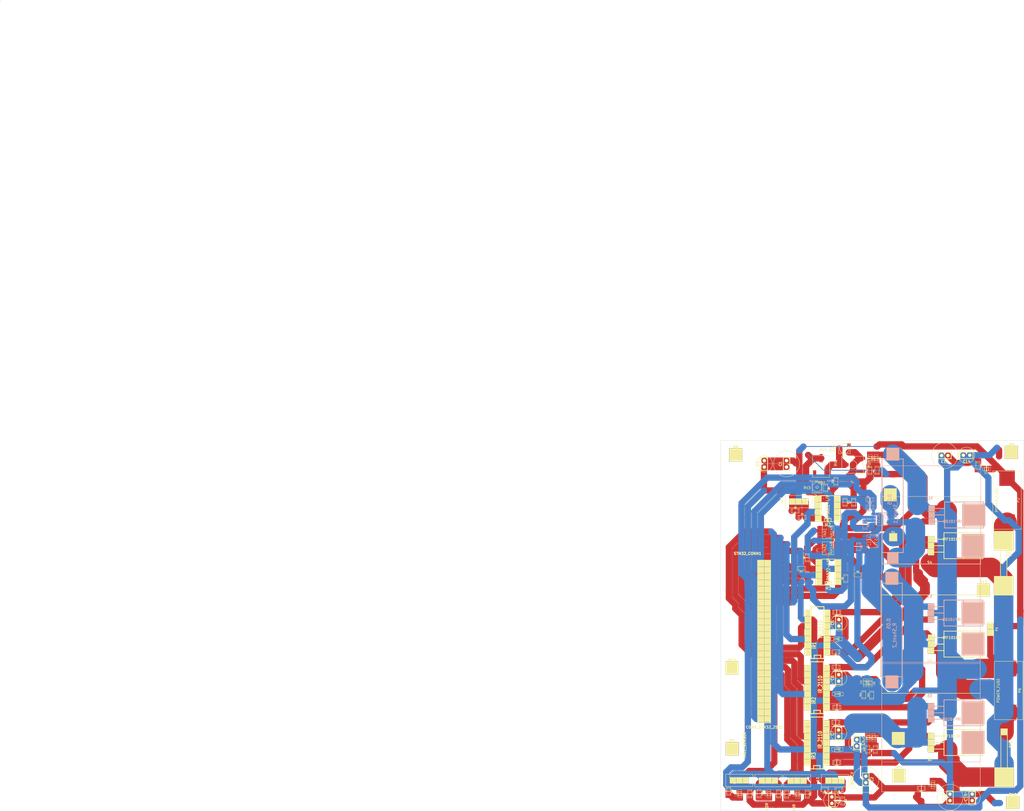
<source format=kicad_pcb>
(kicad_pcb (version 3) (host pcbnew "(22-Jun-2014 BZR 4027)-stable")
  (layers (15 F.Cu signal hide) (0 B.Cu signal hide) (18 B.Paste user) (19 F.Paste user) (20 B.SilkS user) (21 F.SilkS user) (22 B.Mask user) (23 F.Mask user) (28 Edge.Cuts user))
  (net 0 "")
  (net 1 +3.3V)
  (net 2 +48V)
  (net 3 +5V)
  (net 4 GND)
  (net 5 N-000001)
  (net 6 N-0000010)
  (net 7 N-00000100)
  (net 8 N-00000103)
  (net 9 N-00000104)
  (net 10 N-00000107)
  (net 11 N-0000011)
  (net 12 N-00000110)
  (net 13 N-00000111)
  (net 14 N-00000116)
  (net 15 N-00000117)
  (net 16 N-00000118)
  (net 17 N-0000012)
  (net 18 N-0000013)
  (net 19 N-0000014)
  (net 20 N-0000015)
  (net 21 N-0000017)
  (net 22 N-0000018)
  (net 23 N-0000019)
  (net 24 N-000002)
  (net 25 N-0000020)
  (net 26 N-0000021)
  (net 27 N-0000022)
  (net 28 N-0000026)
  (net 29 N-0000028)
  (net 30 N-0000029)
  (net 31 N-000003)
  (net 32 N-0000030)
  (net 33 N-0000031)
  (net 34 N-0000032)
  (net 35 N-0000033)
  (net 36 N-0000034)
  (net 37 N-0000035)
  (net 38 N-0000036)
  (net 39 N-0000037)
  (net 40 N-0000038)
  (net 41 N-000004)
  (net 42 N-0000040)
  (net 43 N-0000044)
  (net 44 N-000005)
  (net 45 N-000006)
  (net 46 N-0000068)
  (net 47 N-000007)
  (net 48 N-0000074)
  (net 49 N-0000076)
  (net 50 N-000008)
  (net 51 N-0000081)
  (net 52 N-0000082)
  (net 53 N-0000083)
  (net 54 N-0000084)
  (net 55 N-0000085)
  (net 56 N-0000086)
  (net 57 N-0000088)
  (net 58 N-000009)
  (net 59 N-0000097)
  (net 60 VCC)
  (net 61 VDD)
  (module R_1206 (layer F.Cu) (at 202.0824 80.5434 90)
    (fp_text reference R10 (at 0.0254 -1.2954 90) (layer F.SilkS) (effects (font (size 0.50038 0.50038) (thickness 0.11938))))
    (fp_text value 1k hide)
    (pad 1 smd rect (at 1.397 0 90) (size 1.6002 1.8034) (layers F.Cu F.Paste F.Mask) (net 4 GND))
    (pad 2 smd rect (at -1.397 0 90) (size 1.6002 1.8034) (layers F.Cu F.Paste F.Mask) (net 28 N-0000026))
  )
  (module Trimmer_100K_5.21mmW_6.71mmL (layer F.Cu) (at 196.2912 74.7014)
    (fp_text reference RV4 (at 0.762 -6.6802) (layer F.SilkS))
    (fp_text value POT (at 0.2286 6.477) (layer F.SilkS))
    (pad 1 smd rect (at 0 -3.1877) (size 1.2192 3.3274) (layers F.Cu F.Paste F.Mask) (net 2 +48V))
    (pad 2 smd rect (at 2.54 3.1877) (size 1.2192 3.3274) (layers F.Cu F.Paste F.Mask) (net 28 N-0000026))
    (pad 3 smd rect (at -2.54 3.1877) (size 1.2192 3.3274) (layers F.Cu F.Paste F.Mask))
  )
  (module Trimmer_100K_5.21mmW_6.71mmL (layer F.Cu) (at 208.6864 74.041 90)
    (fp_text reference RV2 (at 0.762 -6.6802 90) (layer F.SilkS))
    (fp_text value POT (at 0.2286 6.477 90) (layer F.SilkS))
    (pad 1 smd rect (at 0 -3.1877 90) (size 1.2192 3.3274) (layers F.Cu F.Paste F.Mask) (net 28 N-0000026))
    (pad 2 smd rect (at 2.54 3.1877 90) (size 1.2192 3.3274) (layers F.Cu F.Paste F.Mask) (net 4 GND))
    (pad 3 smd rect (at -2.54 3.1877 90) (size 1.2192 3.3274) (layers F.Cu F.Paste F.Mask))
  )
  (module Trimmer_20K_1.5mmW_4.5mmL_3.8mmH (layer F.Cu) (at 194.691 82.8294 180)
    (fp_text reference RV3 (at 3.9243 -0.2667 180) (layer F.SilkS))
    (fp_text value POT (at -0.254 -9.9568 180) (layer F.SilkS))
    (pad 1 smd rect (at 0 -2.0066 180) (size 2.3876 1.0922) (layers F.Cu F.Paste F.Mask) (net 2 +48V))
    (pad 2 smd rect (at -1.4478 1.8034 180) (size 1.2954 1.4986) (layers F.Cu F.Paste F.Mask) (net 28 N-0000026))
    (pad 3 smd rect (at 1.4478 1.8034 180) (size 1.2954 1.4986) (layers F.Cu F.Paste F.Mask))
  )
  (module Trimmer_20K_1.5mmW_4.5mmL_3.8mmH (layer F.Cu) (at 205.4098 67.7164 90)
    (fp_text reference RV1 (at 0.21336 -5.19176 90) (layer F.SilkS))
    (fp_text value POT (at 0.21336 -3.90652 90) (layer F.SilkS))
    (pad 1 smd rect (at 0 -2.0066 90) (size 2.3876 1.0922) (layers F.Cu F.Paste F.Mask) (net 28 N-0000026))
    (pad 2 smd rect (at -1.4478 1.8034 90) (size 1.2954 1.4986) (layers F.Cu F.Paste F.Mask) (net 4 GND))
    (pad 3 smd rect (at 1.4478 1.8034 90) (size 1.2954 1.4986) (layers F.Cu F.Paste F.Mask))
  )
  (module 6mm_C (layer F.Cu) (at 253.3396 70.3072)
    (fp_text reference C14 (at 0 2.413) (layer F.SilkS) (effects (font (size 1.016 1.016) (thickness 0.2032))))
    (fp_text value 100uF hide)
    (pad 1 thru_hole circle (at -1.27 0) (size 1.397 1.397) (drill 0.8128) (layers *.Cu *.Mask F.SilkS) (net 2 +48V))
    (pad 2 thru_hole circle (at 1.27 0) (size 1.397 1.397) (drill 0.8128) (layers *.Cu *.Mask F.SilkS) (net 4 GND))
  )
  (module 6mm_C (layer F.Cu) (at 255.5494 204.4954 270)
    (fp_text reference C15 (at 0 2.413 270) (layer F.SilkS) (effects (font (size 1.016 1.016) (thickness 0.2032))))
    (fp_text value 100uF hide)
    (pad 1 thru_hole circle (at -1.27 0 270) (size 1.397 1.397) (drill 0.8128) (layers *.Cu *.Mask F.SilkS) (net 2 +48V))
    (pad 2 thru_hole circle (at 1.27 0 270) (size 1.397 1.397) (drill 0.8128) (layers *.Cu *.Mask F.SilkS) (net 4 GND))
  )
  (module 6mm_C (layer F.Cu) (at 210.2866 183.134 90)
    (fp_text reference C4 (at 0 2.413 90) (layer F.SilkS) (effects (font (size 1.016 1.016) (thickness 0.2032))))
    (fp_text value 100uF hide)
    (pad 1 thru_hole circle (at -1.27 0 90) (size 1.397 1.397) (drill 0.8128) (layers *.Cu *.Mask F.SilkS) (net 60 VCC))
    (pad 2 thru_hole circle (at 1.27 0 90) (size 1.397 1.397) (drill 0.8128) (layers *.Cu *.Mask F.SilkS) (net 4 GND))
  )
  (module 6mm_C (layer F.Cu) (at 203.2 157.6578 270)
    (fp_text reference C6 (at 0 2.413 270) (layer F.SilkS) (effects (font (size 1.016 1.016) (thickness 0.2032))))
    (fp_text value 100uF hide)
    (pad 1 thru_hole circle (at -1.27 0 270) (size 1.397 1.397) (drill 0.8128) (layers *.Cu *.Mask F.SilkS) (net 33 N-0000031))
    (pad 2 thru_hole circle (at 1.27 0 270) (size 1.397 1.397) (drill 0.8128) (layers *.Cu *.Mask F.SilkS) (net 46 N-0000068))
  )
  (module 6mm_C (layer F.Cu) (at 203.2508 136.0424 270)
    (fp_text reference C5 (at 0 2.413 270) (layer F.SilkS) (effects (font (size 1.016 1.016) (thickness 0.2032))))
    (fp_text value 100uF hide)
    (pad 1 thru_hole circle (at -1.27 0 270) (size 1.397 1.397) (drill 0.8128) (layers *.Cu *.Mask F.SilkS) (net 47 N-000007))
    (pad 2 thru_hole circle (at 1.27 0 270) (size 1.397 1.397) (drill 0.8128) (layers *.Cu *.Mask F.SilkS) (net 48 N-0000074))
  )
  (module 6mm_C (layer F.Cu) (at 203.1238 179.3494 270)
    (fp_text reference C7 (at 0 2.413 270) (layer F.SilkS) (effects (font (size 1.016 1.016) (thickness 0.2032))))
    (fp_text value 100u hide)
    (pad 1 thru_hole circle (at -1.27 0 270) (size 1.397 1.397) (drill 0.8128) (layers *.Cu *.Mask F.SilkS) (net 37 N-0000035))
    (pad 2 thru_hole circle (at 1.27 0 270) (size 1.397 1.397) (drill 0.8128) (layers *.Cu *.Mask F.SilkS) (net 49 N-0000076))
  )
  (module 6mm_C (layer F.Cu) (at 200.5076 205.5876 90)
    (fp_text reference C17 (at 0 2.413 90) (layer F.SilkS) (effects (font (size 1.016 1.016) (thickness 0.2032))))
    (fp_text value 100uF hide)
    (pad 1 thru_hole circle (at -1.27 0 90) (size 1.397 1.397) (drill 0.8128) (layers *.Cu *.Mask F.SilkS) (net 61 VDD))
    (pad 2 thru_hole circle (at 1.27 0 90) (size 1.397 1.397) (drill 0.8128) (layers *.Cu *.Mask F.SilkS) (net 4 GND))
  )
  (module 6mm_C (layer F.Cu) (at 174.0154 73.6854 270)
    (fp_text reference C3 (at 0 2.413 270) (layer F.SilkS) (effects (font (size 1.016 1.016) (thickness 0.2032))))
    (fp_text value 100uF hide)
    (pad 1 thru_hole circle (at -1.27 0 270) (size 1.397 1.397) (drill 0.8128) (layers *.Cu *.Mask F.SilkS) (net 60 VCC))
    (pad 2 thru_hole circle (at 1.27 0 270) (size 1.397 1.397) (drill 0.8128) (layers *.Cu *.Mask F.SilkS) (net 4 GND))
  )
  (module ACS712 (layer B.Cu) (at 220.0402 95.3008 270)
    (fp_text reference ACS1 (at 0 1.27 270) (layer B.SilkS) (effects (font (size 1.143 1.016) (thickness 0.127)) (justify mirror)))
    (fp_text value ACS712 (at 0 -1.27 270) (layer B.SilkS) (effects (font (size 1.016 1.016) (thickness 0.127)) (justify mirror)))
    (pad 8 smd rect (at -1.905 3.175 270) (size 1.016 1.651) (layers B.Cu B.Paste B.Mask) (net 3 +5V))
    (pad 7 smd rect (at -0.635 3.175 270) (size 1.016 1.651) (layers B.Cu B.Paste B.Mask) (net 43 N-0000044))
    (pad 6 smd rect (at 0.635 3.175 270) (size 1.016 1.651) (layers B.Cu B.Paste B.Mask) (net 20 N-0000015))
    (pad 5 smd rect (at 1.905 3.175 270) (size 1.016 1.651) (layers B.Cu B.Paste B.Mask) (net 4 GND))
    (pad 4 smd rect (at 1.905 -3.175 270) (size 1.016 1.651) (layers B.Cu B.Paste B.Mask) (net 34 N-0000032))
    (pad 3 smd rect (at 0.635 -3.175 270) (size 1.016 1.651) (layers B.Cu B.Paste B.Mask) (net 34 N-0000032))
    (pad 2 smd rect (at -0.635 -3.175 270) (size 1.016 1.651) (layers B.Cu B.Paste B.Mask) (net 51 N-0000081))
    (pad 1 smd rect (at -1.905 -3.175 270) (size 1.016 1.651) (layers B.Cu B.Paste B.Mask) (net 51 N-0000081))
  )
  (module ACS712 (layer B.Cu) (at 216.535 103.9876 270)
    (fp_text reference ACS2 (at 0 1.27 270) (layer B.SilkS) (effects (font (size 1.143 1.016) (thickness 0.127)) (justify mirror)))
    (fp_text value ACS712 (at 0 -1.27 270) (layer B.SilkS) (effects (font (size 1.016 1.016) (thickness 0.127)) (justify mirror)))
    (pad 8 smd rect (at -1.905 3.175 270) (size 1.016 1.651) (layers B.Cu B.Paste B.Mask) (net 3 +5V))
    (pad 7 smd rect (at -0.635 3.175 270) (size 1.016 1.651) (layers B.Cu B.Paste B.Mask) (net 57 N-0000088))
    (pad 6 smd rect (at 0.635 3.175 270) (size 1.016 1.651) (layers B.Cu B.Paste B.Mask) (net 54 N-0000084))
    (pad 5 smd rect (at 1.905 3.175 270) (size 1.016 1.651) (layers B.Cu B.Paste B.Mask) (net 4 GND))
    (pad 4 smd rect (at 1.905 -3.175 270) (size 1.016 1.651) (layers B.Cu B.Paste B.Mask) (net 53 N-0000083))
    (pad 3 smd rect (at 0.635 -3.175 270) (size 1.016 1.651) (layers B.Cu B.Paste B.Mask) (net 53 N-0000083))
    (pad 2 smd rect (at -0.635 -3.175 270) (size 1.016 1.651) (layers B.Cu B.Paste B.Mask) (net 52 N-0000082))
    (pad 1 smd rect (at -1.905 -3.175 270) (size 1.016 1.651) (layers B.Cu B.Paste B.Mask) (net 52 N-0000082))
  )
  (module fuse_holder_SMD (layer F.Cu) (at 269.8496 162.5854 270)
    (fp_text reference P6 (at 0 -4.318 270) (layer F.SilkS))
    (fp_text value POWER_FUSE (at 0 4.064 270) (layer F.SilkS))
    (pad 2 smd rect (at 8.636 0 270) (size 6.096 6.096) (layers F.Cu F.Paste F.Mask) (net 18 N-0000013))
    (pad 1 smd rect (at -8.636 0 270) (size 6.096 6.096) (layers F.Cu F.Paste F.Mask) (net 2 +48V))
  )
  (module TO220_Big_Heat_Sink_Drain_Sink (layer F.Cu) (at 239.395 144.399)
    (fp_text reference S6 (at -0.508 6.604) (layer F.SilkS) (effects (font (size 1.016 1.016) (thickness 0.2032))))
    (fp_text value IRF1010N (at 8.128 -2.54) (layer F.SilkS) (effects (font (size 1.016 1.016) (thickness 0.2032))))
    (pad 1 thru_hole rect (at 0 2.54) (size 2.4638 2.4638) (drill 0.127) (layers *.Cu *.Mask F.SilkS) (net 4 GND))
    (pad 2 thru_hole rect (at 0 -2.54) (size 2.4638 2.4638) (drill 0.127) (layers *.Cu *.Mask F.SilkS) (net 8 N-00000103))
    (pad 3 thru_hole rect (at 0 0) (size 2.4638 2.4638) (drill 0.127) (layers *.Cu *.Mask F.SilkS) (net 46 N-0000068))
    (pad 3 thru_hole rect (at 16.51 0) (size 8.89 8.89) (drill 0.127) (layers *.Cu *.SilkS *.Mask) (net 46 N-0000068))
  )
  (module DIP-14__300 (layer F.Cu) (at 194.6148 183.1594 90)
    (fp_text reference IR3 (at -5.08 -1.27 90) (layer F.SilkS) (effects (font (size 1.524 1.143) (thickness 0.3048))))
    (fp_text value IR_2110 (at 1.27 1.27 90) (layer F.SilkS) (effects (font (size 1.524 1.143) (thickness 0.3048))))
    (pad 1 thru_hole rect (at -7.62 3.81 90) (size 2.4638 2.4638) (drill 0.127) (layers *.Cu *.Mask F.SilkS) (net 35 N-0000033))
    (pad 2 thru_hole rect (at -5.08 3.81 90) (size 2.4638 2.4638) (drill 0.127) (layers *.Cu *.Mask F.SilkS) (net 4 GND))
    (pad 3 thru_hole rect (at -2.54 3.81 90) (size 2.4638 2.4638) (drill 0.127) (layers *.Cu *.Mask F.SilkS) (net 60 VCC))
    (pad 4 thru_hole rect (at 0 3.81 90) (size 2.4638 2.4638) (drill 0.127) (layers *.Cu *.Mask F.SilkS))
    (pad 5 thru_hole rect (at 2.54 3.81 90) (size 2.4638 2.4638) (drill 0.127) (layers *.Cu *.Mask F.SilkS) (net 49 N-0000076))
    (pad 6 thru_hole rect (at 5.08 3.81 90) (size 2.4638 2.4638) (drill 0.127) (layers *.Cu *.Mask F.SilkS) (net 37 N-0000035))
    (pad 7 thru_hole rect (at 7.62 3.81 90) (size 2.4638 2.4638) (drill 0.127) (layers *.Cu *.Mask F.SilkS) (net 36 N-0000034))
    (pad 8 thru_hole rect (at 7.62 -3.81 90) (size 2.4638 2.4638) (drill 0.127) (layers *.Cu *.Mask F.SilkS))
    (pad 9 thru_hole rect (at 5.08 -3.81 90) (size 2.4638 2.4638) (drill 0.127) (layers *.Cu *.Mask F.SilkS) (net 61 VDD))
    (pad 10 thru_hole rect (at 2.54 -3.81 90) (size 2.4638 2.4638) (drill 0.127) (layers *.Cu *.Mask F.SilkS) (net 6 N-0000010))
    (pad 11 thru_hole rect (at 0 -3.81 90) (size 2.4638 2.4638) (drill 0.127) (layers *.Cu *.Mask F.SilkS))
    (pad 12 thru_hole rect (at -2.54 -3.81 90) (size 2.4638 2.4638) (drill 0.127) (layers *.Cu *.Mask F.SilkS) (net 5 N-000001))
    (pad 13 thru_hole rect (at -5.08 -3.81 90) (size 2.4638 2.4638) (drill 0.127) (layers *.Cu *.Mask F.SilkS) (net 4 GND))
    (pad 14 thru_hole rect (at -7.62 -3.81 90) (size 2.4638 2.4638) (drill 0.127) (layers *.Cu *.Mask F.SilkS))
  )
  (module TO220_small_Heatsink_stand_reduced_area (layer F.Cu) (at 175.6283 197.9041 270)
    (fp_text reference H2 (at 17.3355 -3.3401 270) (layer F.SilkS) (effects (font (size 1.016 1.016) (thickness 0.2032))))
    (fp_text value HALL_SENSOR (at 13.9065 0.5969 270) (layer F.SilkS) (effects (font (size 1.016 1.016) (thickness 0.2032))))
    (pad 1 thru_hole rect (at 0 2.54 270) (size 2.4638 2.4638) (drill 0.127) (layers *.Cu *.Mask F.SilkS) (net 4 GND))
    (pad 2 thru_hole rect (at 0 -2.54 270) (size 2.4638 2.4638) (drill 0.127) (layers *.Cu *.Mask F.SilkS) (net 31 N-000003))
    (pad 3 thru_hole rect (at 0 0 270) (size 2.4638 2.4638) (drill 0.127) (layers *.Cu *.Mask F.SilkS) (net 3 +5V))
  )
  (module TO220_small_Heatsink_stand_reduced_area (layer F.Cu) (at 164.211 197.8406 270)
    (fp_text reference H3 (at -12.827 1.9304 270) (layer F.SilkS) (effects (font (size 1.016 1.016) (thickness 0.2032))))
    (fp_text value HALL_SENSOR (at -13.843 -2.1336 270) (layer F.SilkS) (effects (font (size 1.016 1.016) (thickness 0.2032))))
    (pad 1 thru_hole rect (at 0 2.54 270) (size 2.4638 2.4638) (drill 0.127) (layers *.Cu *.Mask F.SilkS) (net 4 GND))
    (pad 2 thru_hole rect (at 0 -2.54 270) (size 2.4638 2.4638) (drill 0.127) (layers *.Cu *.Mask F.SilkS) (net 42 N-0000040))
    (pad 3 thru_hole rect (at 0 0 270) (size 2.4638 2.4638) (drill 0.127) (layers *.Cu *.Mask F.SilkS) (net 3 +5V))
  )
  (module DIP-8__300 (layer F.Cu) (at 198.9074 91.2622 90)
    (fp_text reference M2 (at -6.35 0 180) (layer F.SilkS) (effects (font (size 1.27 1.143) (thickness 0.2032))))
    (fp_text value MCP6022-I/P (at 0 0 90) (layer F.SilkS) (effects (font (size 1.27 1.016) (thickness 0.2032))))
    (pad 1 thru_hole rect (at -3.81 3.81 90) (size 2.4638 2.4638) (drill 0.127) (layers *.Cu *.Mask F.SilkS) (net 7 N-00000100))
    (pad 2 thru_hole rect (at -1.27 3.81 90) (size 2.4638 2.4638) (drill 0.127) (layers *.Cu *.Mask F.SilkS) (net 7 N-00000100))
    (pad 3 thru_hole rect (at 1.27 3.81 90) (size 2.4638 2.4638) (drill 0.127) (layers *.Cu *.Mask F.SilkS) (net 29 N-0000028))
    (pad 4 thru_hole rect (at 3.81 3.81 90) (size 2.4638 2.4638) (drill 0.127) (layers *.Cu *.Mask F.SilkS) (net 4 GND))
    (pad 5 thru_hole rect (at 3.81 -3.81 90) (size 2.4638 2.4638) (drill 0.127) (layers *.Cu *.Mask F.SilkS) (net 28 N-0000026))
    (pad 6 thru_hole rect (at 1.27 -3.81 90) (size 2.4638 2.4638) (drill 0.127) (layers *.Cu *.Mask F.SilkS) (net 50 N-000008))
    (pad 7 thru_hole rect (at -1.27 -3.81 90) (size 2.4638 2.4638) (drill 0.127) (layers *.Cu *.Mask F.SilkS) (net 50 N-000008))
    (pad 8 thru_hole rect (at -3.81 -3.81 90) (size 2.4638 2.4638) (drill 0.127) (layers *.Cu *.Mask F.SilkS) (net 1 +3.3V))
  )
  (module R_Shunt (layer B.Cu) (at 224.4344 89.9414 270)
    (fp_text reference R_Shunt_1 (at 2.286 -1.016 270) (layer B.SilkS) (effects (font (size 1.397 1.27) (thickness 0.2032)) (justify mirror)))
    (fp_text value 0.05 (at -2.286 1.27 270) (layer B.SilkS) (effects (font (size 1.397 1.27) (thickness 0.2032)) (justify mirror)))
    (pad 1 thru_hole rect (at -20.066 0 270) (size 5.08 5.08) (drill 0.127) (layers *.Cu *.Mask B.SilkS) (net 48 N-0000074))
    (pad 2 thru_hole rect (at 20.574 0 270) (size 4.445 4.445) (drill 0.127) (layers *.Cu *.Mask B.SilkS) (net 34 N-0000032))
  )
  (module PIN_ARRAY_STM32_25X2 (layer F.Cu) (at 173.6598 140.9954)
    (fp_text reference STM32_CONN1 (at -6.223 -32.131) (layer F.SilkS) (effects (font (size 1.016 1.016) (thickness 0.27432))))
    (fp_text value CONN_STM32_25X2 (at 0.35 35.975) (layer F.SilkS) (effects (font (size 1.016 1.016) (thickness 0.2032))))
    (pad 1 thru_hole rect (at -0.9939 -28.2205 270) (size 2.4638 2.4638) (drill 0.127) (layers *.Cu *.Mask F.SilkS) (net 4 GND))
    (pad 2 thru_hole rect (at 1.524 -28.194 270) (size 2.4638 2.4638) (drill 0.127) (layers *.Cu *.Mask F.SilkS) (net 4 GND))
    (pad 11 thru_hole rect (at -0.9939 -15.5205 270) (size 2.4638 2.4638) (drill 0.127) (layers *.Cu *.Mask F.SilkS))
    (pad 4 thru_hole rect (at 1.5461 -25.6805 270) (size 2.4638 2.4638) (drill 0.127) (layers *.Cu *.Mask F.SilkS) (net 61 VDD))
    (pad 13 thru_hole rect (at -0.9939 -12.9805 270) (size 2.4638 2.4638) (drill 0.127) (layers *.Cu *.Mask F.SilkS) (net 27 N-0000022))
    (pad 6 thru_hole rect (at 1.5461 -23.1405 270) (size 2.4638 2.4638) (drill 0.127) (layers *.Cu *.Mask F.SilkS))
    (pad 15 thru_hole rect (at -0.9939 -10.4405 270) (size 2.4638 2.4638) (drill 0.127) (layers *.Cu *.Mask F.SilkS))
    (pad 8 thru_hole rect (at 1.5461 -20.6005 270) (size 2.4638 2.4638) (drill 0.127) (layers *.Cu *.Mask F.SilkS) (net 43 N-0000044))
    (pad 17 thru_hole rect (at -0.9939 -7.9005 270) (size 2.4638 2.4638) (drill 0.127) (layers *.Cu *.Mask F.SilkS))
    (pad 10 thru_hole rect (at 1.5461 -18.0605 270) (size 2.4638 2.4638) (drill 0.127) (layers *.Cu *.Mask F.SilkS))
    (pad 19 thru_hole rect (at -0.9939 -5.3605 270) (size 2.4638 2.4638) (drill 0.127) (layers *.Cu *.Mask F.SilkS))
    (pad 12 thru_hole rect (at 1.5461 -15.5205 270) (size 2.4638 2.4638) (drill 0.127) (layers *.Cu *.Mask F.SilkS) (net 21 N-0000017))
    (pad 21 thru_hole rect (at -0.9939 -2.8205 270) (size 2.4638 2.4638) (drill 0.127) (layers *.Cu *.Mask F.SilkS))
    (pad 14 thru_hole rect (at 1.5461 -12.9805 270) (size 2.4638 2.4638) (drill 0.127) (layers *.Cu *.Mask F.SilkS) (net 50 N-000008))
    (pad 23 thru_hole rect (at -0.9939 -0.2805 270) (size 2.4638 2.4638) (drill 0.127) (layers *.Cu *.Mask F.SilkS))
    (pad 16 thru_hole rect (at 1.5461 -10.4405 270) (size 2.4638 2.4638) (drill 0.127) (layers *.Cu *.Mask F.SilkS))
    (pad 25 thru_hole rect (at -0.9939 2.2595 270) (size 2.4638 2.4638) (drill 0.127) (layers *.Cu *.Mask F.SilkS) (net 11 N-0000011))
    (pad 18 thru_hole rect (at 1.5461 -7.9005 270) (size 2.4638 2.4638) (drill 0.127) (layers *.Cu *.Mask F.SilkS))
    (pad 27 thru_hole rect (at -0.9939 4.7995 270) (size 2.4638 2.4638) (drill 0.127) (layers *.Cu *.Mask F.SilkS) (net 17 N-0000012))
    (pad 20 thru_hole rect (at 1.5461 -5.3605 270) (size 2.4638 2.4638) (drill 0.127) (layers *.Cu *.Mask F.SilkS))
    (pad 29 thru_hole rect (at -0.9939 7.3395 270) (size 2.4638 2.4638) (drill 0.127) (layers *.Cu *.Mask F.SilkS) (net 5 N-000001))
    (pad 22 thru_hole rect (at 1.5461 -2.8205 270) (size 2.4638 2.4638) (drill 0.127) (layers *.Cu *.Mask F.SilkS))
    (pad 31 thru_hole rect (at -0.9939 9.8795 270) (size 2.4638 2.4638) (drill 0.127) (layers *.Cu *.Mask F.SilkS))
    (pad 24 thru_hole rect (at 1.5461 -0.2805 270) (size 2.4638 2.4638) (drill 0.127) (layers *.Cu *.Mask F.SilkS))
    (pad 26 thru_hole rect (at 1.5461 2.2595 270) (size 2.4638 2.4638) (drill 0.127) (layers *.Cu *.Mask F.SilkS))
    (pad 33 thru_hole rect (at -0.9939 12.4195 270) (size 2.4638 2.4638) (drill 0.127) (layers *.Cu *.Mask F.SilkS))
    (pad 28 thru_hole rect (at 1.5461 4.7995 270) (size 2.4638 2.4638) (drill 0.127) (layers *.Cu *.Mask F.SilkS) (net 41 N-000004))
    (pad 32 thru_hole rect (at 1.5461 9.8795 270) (size 2.4638 2.4638) (drill 0.127) (layers *.Cu *.Mask F.SilkS) (net 6 N-0000010))
    (pad 34 thru_hole rect (at 1.5461 12.4195 270) (size 2.4638 2.4638) (drill 0.127) (layers *.Cu *.Mask F.SilkS) (net 24 N-000002))
    (pad 36 thru_hole rect (at 1.5461 14.9595 270) (size 2.4638 2.4638) (drill 0.127) (layers *.Cu *.Mask F.SilkS) (net 31 N-000003))
    (pad 38 thru_hole rect (at 1.5461 17.4995 270) (size 2.4638 2.4638) (drill 0.127) (layers *.Cu *.Mask F.SilkS) (net 42 N-0000040))
    (pad 35 thru_hole rect (at -0.9939 14.9595 270) (size 2.4638 2.4638) (drill 0.127) (layers *.Cu *.Mask F.SilkS))
    (pad 37 thru_hole rect (at -0.9939 17.4995 270) (size 2.4638 2.4638) (drill 0.127) (layers *.Cu *.Mask F.SilkS))
    (pad 3 thru_hole rect (at -0.9939 -25.6805 270) (size 2.4638 2.4638) (drill 0.127) (layers *.Cu *.Mask F.SilkS) (net 61 VDD))
    (pad 5 thru_hole rect (at -0.9939 -23.1405 270) (size 2.4638 2.4638) (drill 0.127) (layers *.Cu *.Mask F.SilkS))
    (pad 7 thru_hole rect (at -0.9939 -20.6005 270) (size 2.4638 2.4638) (drill 0.127) (layers *.Cu *.Mask F.SilkS))
    (pad 9 thru_hole rect (at -0.9939 -18.0605 270) (size 2.4638 2.4638) (drill 0.127) (layers *.Cu *.Mask F.SilkS) (net 57 N-0000088))
    (pad 39 thru_hole rect (at -0.9939 20.0395 270) (size 2.4638 2.4638) (drill 0.127) (layers *.Cu *.Mask F.SilkS))
    (pad 40 thru_hole rect (at 1.5461 20.0395 270) (size 2.4638 2.4638) (drill 0.127) (layers *.Cu *.Mask F.SilkS))
    (pad 30 thru_hole rect (at 1.5461 7.3395 270) (size 2.4638 2.4638) (drill 0.127) (layers *.Cu *.Mask F.SilkS) (net 58 N-000009))
    (pad 41 thru_hole rect (at -0.9939 22.5795 270) (size 2.4638 2.4638) (drill 0.127) (layers *.Cu *.Mask F.SilkS))
    (pad 42 thru_hole rect (at 1.5461 22.5795 270) (size 2.4638 2.4638) (drill 0.127) (layers *.Cu *.Mask F.SilkS))
    (pad 43 thru_hole rect (at -0.9939 25.1195 270) (size 2.4638 2.4638) (drill 0.127) (layers *.Cu *.Mask F.SilkS))
    (pad 44 thru_hole rect (at 1.5461 25.1195 270) (size 2.4638 2.4638) (drill 0.127) (layers *.Cu *.Mask F.SilkS))
    (pad 45 thru_hole rect (at -0.9939 27.6595 270) (size 2.4638 2.4638) (drill 0.127) (layers *.Cu *.Mask F.SilkS))
    (pad 46 thru_hole rect (at 1.5461 27.6595 270) (size 2.4638 2.4638) (drill 0.127) (layers *.Cu *.Mask F.SilkS))
    (pad 47 thru_hole rect (at -0.9939 30.1995 270) (size 2.4638 2.4638) (drill 0.127) (layers *.Cu *.Mask F.SilkS))
    (pad 48 thru_hole rect (at 1.5461 30.1995 270) (size 2.4638 2.4638) (drill 0.127) (layers *.Cu *.Mask F.SilkS))
    (pad 49 thru_hole rect (at -0.9939 32.7395 270) (size 2.4638 2.4638) (drill 0.127) (layers *.Cu *.Mask F.SilkS) (net 4 GND))
    (pad 50 thru_hole rect (at 1.5461 32.7395 270) (size 2.4638 2.4638) (drill 0.127) (layers *.Cu *.Mask F.SilkS) (net 4 GND))
  )
  (module R_Shunt (layer B.Cu) (at 224.0534 138.6332 270)
    (fp_text reference R_Shunt_2 (at 2.286 -1.016 270) (layer B.SilkS) (effects (font (size 1.397 1.27) (thickness 0.2032)) (justify mirror)))
    (fp_text value 0.05 (at -2.286 1.27 270) (layer B.SilkS) (effects (font (size 1.397 1.27) (thickness 0.2032)) (justify mirror)))
    (pad 1 thru_hole rect (at -20.066 0 270) (size 5.08 5.08) (drill 0.127) (layers *.Cu *.Mask B.SilkS) (net 46 N-0000068))
    (pad 2 thru_hole rect (at 20.574 0 270) (size 5.08 5.08) (drill 0.127) (layers *.Cu *.Mask B.SilkS) (net 53 N-0000083))
  )
  (module PIN_ARRAY_1 (layer F.Cu) (at 223.4184 85.8266)
    (fp_text reference P1 (at 0 -1.905) (layer F.SilkS) (effects (font (size 0.762 0.762) (thickness 0.1524))))
    (fp_text value CONN_1 hide)
    (pad 1 thru_hole rect (at 0 0) (size 5.08 5.08) (drill 0.127) (layers *.Cu *.Mask F.SilkS) (net 51 N-0000081))
  )
  (module PIN_ARRAY_1 (layer F.Cu) (at 224.5614 102.4636)
    (fp_text reference P4 (at 0 -1.905) (layer F.SilkS) (effects (font (size 0.762 0.762) (thickness 0.1524))))
    (fp_text value CONN_1 hide)
    (pad 1 thru_hole rect (at 0 0) (size 3.175 3.175) (drill 0.127) (layers *.Cu *.Mask F.SilkS) (net 52 N-0000082))
  )
  (module DIP-8__300 (layer F.Cu) (at 199.1614 116.1288 90)
    (fp_text reference M1 (at -6.35 0 180) (layer F.SilkS) (effects (font (size 1.27 1.143) (thickness 0.2032))))
    (fp_text value MCP6022-I/P (at 0 0 90) (layer F.SilkS) (effects (font (size 1.27 1.016) (thickness 0.2032))))
    (pad 1 thru_hole rect (at -3.81 3.81 90) (size 2.4638 2.4638) (drill 0.127) (layers *.Cu *.Mask F.SilkS) (net 21 N-0000017))
    (pad 2 thru_hole rect (at -1.27 3.81 90) (size 2.4638 2.4638) (drill 0.127) (layers *.Cu *.Mask F.SilkS) (net 40 N-0000038))
    (pad 3 thru_hole rect (at 1.27 3.81 90) (size 2.4638 2.4638) (drill 0.127) (layers *.Cu *.Mask F.SilkS) (net 39 N-0000037))
    (pad 4 thru_hole rect (at 3.81 3.81 90) (size 2.4638 2.4638) (drill 0.127) (layers *.Cu *.Mask F.SilkS) (net 4 GND))
    (pad 5 thru_hole rect (at 3.81 -3.81 90) (size 2.4638 2.4638) (drill 0.127) (layers *.Cu *.Mask F.SilkS) (net 25 N-0000020))
    (pad 6 thru_hole rect (at 1.27 -3.81 90) (size 2.4638 2.4638) (drill 0.127) (layers *.Cu *.Mask F.SilkS) (net 38 N-0000036))
    (pad 7 thru_hole rect (at -1.27 -3.81 90) (size 2.4638 2.4638) (drill 0.127) (layers *.Cu *.Mask F.SilkS) (net 27 N-0000022))
    (pad 8 thru_hole rect (at -3.81 -3.81 90) (size 2.4638 2.4638) (drill 0.127) (layers *.Cu *.Mask F.SilkS) (net 1 +3.3V))
  )
  (module DIP-14__300 (layer F.Cu) (at 194.691 161.4678 90)
    (fp_text reference IR2 (at -5.08 -1.27 90) (layer F.SilkS) (effects (font (size 1.524 1.143) (thickness 0.3048))))
    (fp_text value IR_2110 (at 1.27 1.27 90) (layer F.SilkS) (effects (font (size 1.524 1.143) (thickness 0.3048))))
    (pad 1 thru_hole rect (at -7.62 3.81 90) (size 2.4638 2.4638) (drill 0.127) (layers *.Cu *.Mask F.SilkS) (net 30 N-0000029))
    (pad 2 thru_hole rect (at -5.08 3.81 90) (size 2.4638 2.4638) (drill 0.127) (layers *.Cu *.Mask F.SilkS) (net 4 GND))
    (pad 3 thru_hole rect (at -2.54 3.81 90) (size 2.4638 2.4638) (drill 0.127) (layers *.Cu *.Mask F.SilkS) (net 60 VCC))
    (pad 4 thru_hole rect (at 0 3.81 90) (size 2.4638 2.4638) (drill 0.127) (layers *.Cu *.Mask F.SilkS))
    (pad 5 thru_hole rect (at 2.54 3.81 90) (size 2.4638 2.4638) (drill 0.127) (layers *.Cu *.Mask F.SilkS) (net 46 N-0000068))
    (pad 6 thru_hole rect (at 5.08 3.81 90) (size 2.4638 2.4638) (drill 0.127) (layers *.Cu *.Mask F.SilkS) (net 33 N-0000031))
    (pad 7 thru_hole rect (at 7.62 3.81 90) (size 2.4638 2.4638) (drill 0.127) (layers *.Cu *.Mask F.SilkS) (net 32 N-0000030))
    (pad 8 thru_hole rect (at 7.62 -3.81 90) (size 2.4638 2.4638) (drill 0.127) (layers *.Cu *.Mask F.SilkS))
    (pad 9 thru_hole rect (at 5.08 -3.81 90) (size 2.4638 2.4638) (drill 0.127) (layers *.Cu *.Mask F.SilkS) (net 61 VDD))
    (pad 10 thru_hole rect (at 2.54 -3.81 90) (size 2.4638 2.4638) (drill 0.127) (layers *.Cu *.Mask F.SilkS) (net 58 N-000009))
    (pad 11 thru_hole rect (at 0 -3.81 90) (size 2.4638 2.4638) (drill 0.127) (layers *.Cu *.Mask F.SilkS))
    (pad 12 thru_hole rect (at -2.54 -3.81 90) (size 2.4638 2.4638) (drill 0.127) (layers *.Cu *.Mask F.SilkS) (net 17 N-0000012))
    (pad 13 thru_hole rect (at -5.08 -3.81 90) (size 2.4638 2.4638) (drill 0.127) (layers *.Cu *.Mask F.SilkS) (net 4 GND))
    (pad 14 thru_hole rect (at -7.62 -3.81 90) (size 2.4638 2.4638) (drill 0.127) (layers *.Cu *.Mask F.SilkS))
  )
  (module DIP-14__300 (layer F.Cu) (at 194.8688 139.8524 90)
    (fp_text reference IR1 (at -5.08 -1.27 90) (layer F.SilkS) (effects (font (size 1.524 1.143) (thickness 0.3048))))
    (fp_text value IR_2110 (at 1.27 1.27 90) (layer F.SilkS) (effects (font (size 1.524 1.143) (thickness 0.3048))))
    (pad 1 thru_hole rect (at -7.62 3.81 90) (size 2.4638 2.4638) (drill 0.127) (layers *.Cu *.Mask F.SilkS) (net 44 N-000005))
    (pad 2 thru_hole rect (at -5.08 3.81 90) (size 2.4638 2.4638) (drill 0.127) (layers *.Cu *.Mask F.SilkS) (net 4 GND))
    (pad 3 thru_hole rect (at -2.54 3.81 90) (size 2.4638 2.4638) (drill 0.127) (layers *.Cu *.Mask F.SilkS) (net 60 VCC))
    (pad 4 thru_hole rect (at 0 3.81 90) (size 2.4638 2.4638) (drill 0.127) (layers *.Cu *.Mask F.SilkS))
    (pad 5 thru_hole rect (at 2.54 3.81 90) (size 2.4638 2.4638) (drill 0.127) (layers *.Cu *.Mask F.SilkS) (net 48 N-0000074))
    (pad 6 thru_hole rect (at 5.08 3.81 90) (size 2.4638 2.4638) (drill 0.127) (layers *.Cu *.Mask F.SilkS) (net 47 N-000007))
    (pad 7 thru_hole rect (at 7.62 3.81 90) (size 2.4638 2.4638) (drill 0.127) (layers *.Cu *.Mask F.SilkS) (net 45 N-000006))
    (pad 8 thru_hole rect (at 7.62 -3.81 90) (size 2.4638 2.4638) (drill 0.127) (layers *.Cu *.Mask F.SilkS))
    (pad 9 thru_hole rect (at 5.08 -3.81 90) (size 2.4638 2.4638) (drill 0.127) (layers *.Cu *.Mask F.SilkS) (net 61 VDD))
    (pad 10 thru_hole rect (at 2.54 -3.81 90) (size 2.4638 2.4638) (drill 0.127) (layers *.Cu *.Mask F.SilkS) (net 41 N-000004))
    (pad 11 thru_hole rect (at 0 -3.81 90) (size 2.4638 2.4638) (drill 0.127) (layers *.Cu *.Mask F.SilkS))
    (pad 12 thru_hole rect (at -2.54 -3.81 90) (size 2.4638 2.4638) (drill 0.127) (layers *.Cu *.Mask F.SilkS) (net 11 N-0000011))
    (pad 13 thru_hole rect (at -5.08 -3.81 90) (size 2.4638 2.4638) (drill 0.127) (layers *.Cu *.Mask F.SilkS) (net 4 GND))
    (pad 14 thru_hole rect (at -7.62 -3.81 90) (size 2.4638 2.4638) (drill 0.127) (layers *.Cu *.Mask F.SilkS))
  )
  (module PIN_ARRAY_1 (layer F.Cu) (at 226.568 181.3814 90)
    (fp_text reference P5 (at 0 -1.905 90) (layer F.SilkS) (effects (font (size 0.762 0.762) (thickness 0.1524))))
    (fp_text value CONN_1 hide)
    (pad 1 thru_hole rect (at 0 0 90) (size 5.08 5.08) (drill 0.127) (layers *.Cu *.Mask F.SilkS) (net 49 N-0000076))
  )
  (module TO220_small_Heatsink_stand_reduced_area (layer F.Cu) (at 186.8805 197.9549 270)
    (fp_text reference H1 (at 18.1737 -3.3909 270) (layer F.SilkS) (effects (font (size 1.016 1.016) (thickness 0.2032))))
    (fp_text value HALL_SENSOR (at 14.3637 1.1811 270) (layer F.SilkS) (effects (font (size 1.016 1.016) (thickness 0.2032))))
    (pad 1 thru_hole rect (at 0 2.54 270) (size 2.4638 2.4638) (drill 0.127) (layers *.Cu *.Mask F.SilkS) (net 4 GND))
    (pad 2 thru_hole rect (at 0 -2.54 270) (size 2.4638 2.4638) (drill 0.127) (layers *.Cu *.Mask F.SilkS) (net 24 N-000002))
    (pad 3 thru_hole rect (at 0 0 270) (size 2.4638 2.4638) (drill 0.127) (layers *.Cu *.Mask F.SilkS) (net 3 +5V))
  )
  (module TO220_small_Heatsink_stand_reduced_area (layer F.Cu) (at 201.7014 197.9422 270)
    (fp_text reference L1 (at -0.635 6.731 270) (layer F.SilkS) (effects (font (size 1.016 1.016) (thickness 0.2032))))
    (fp_text value L7805CV (at -0.127 -6.731 270) (layer F.SilkS) (effects (font (size 1.016 1.016) (thickness 0.2032))))
    (pad 1 thru_hole rect (at 0 2.54 270) (size 2.4638 2.4638) (drill 0.127) (layers *.Cu *.Mask F.SilkS) (net 60 VCC))
    (pad 2 thru_hole rect (at 0 -2.54 270) (size 2.4638 2.4638) (drill 0.127) (layers *.Cu *.Mask F.SilkS) (net 3 +5V))
    (pad 3 thru_hole rect (at 0 0 270) (size 2.4638 2.4638) (drill 0.127) (layers *.Cu *.Mask F.SilkS) (net 4 GND))
  )
  (module TO220_small_Heatsink_stand_reduced_area (layer F.Cu) (at 187.5028 88.4682 270)
    (fp_text reference LF1 (at -0.635 6.731 270) (layer F.SilkS) (effects (font (size 1.016 1.016) (thickness 0.2032))))
    (fp_text value LF33CV (at -0.127 -6.731 270) (layer F.SilkS) (effects (font (size 1.016 1.016) (thickness 0.2032))))
    (pad 1 thru_hole rect (at 0 2.54 270) (size 2.4638 2.4638) (drill 0.127) (layers *.Cu *.Mask F.SilkS) (net 60 VCC))
    (pad 2 thru_hole rect (at 0 -2.54 270) (size 2.4638 2.4638) (drill 0.127) (layers *.Cu *.Mask F.SilkS) (net 1 +3.3V))
    (pad 3 thru_hole rect (at 0 0 270) (size 2.4638 2.4638) (drill 0.127) (layers *.Cu *.Mask F.SilkS) (net 4 GND))
  )
  (module INA_148 (layer F.Cu) (at 199.0598 100.5586 90)
    (fp_text reference INA1 (at 0 -1.27 90) (layer F.SilkS) (effects (font (size 1.143 1.016) (thickness 0.127))))
    (fp_text value INA148 (at 0 1.27 90) (layer F.SilkS) (effects (font (size 1.016 1.016) (thickness 0.127))))
    (pad 8 smd rect (at -1.905 -3.175 90) (size 1.2192 2.159) (layers F.Cu F.Paste F.Mask))
    (pad 7 smd rect (at -0.635 -3.175 90) (size 1.2192 2.159) (layers F.Cu F.Paste F.Mask) (net 1 +3.3V))
    (pad 6 smd rect (at 0.635 -3.175 90) (size 1.2192 2.159) (layers F.Cu F.Paste F.Mask) (net 39 N-0000037))
    (pad 5 smd rect (at 1.905 -3.175 90) (size 1.2192 2.159) (layers F.Cu F.Paste F.Mask))
    (pad 4 smd rect (at 1.905 3.175 90) (size 1.2192 2.159) (layers F.Cu F.Paste F.Mask) (net 4 GND))
    (pad 3 smd rect (at 0.635 3.175 90) (size 1.2192 2.159) (layers F.Cu F.Paste F.Mask) (net 48 N-0000074))
    (pad 2 smd rect (at -0.635 3.175 90) (size 1.2192 2.159) (layers F.Cu F.Paste F.Mask) (net 34 N-0000032))
    (pad 1 smd rect (at -1.905 3.175 90) (size 1.2192 2.159) (layers F.Cu F.Paste F.Mask) (net 7 N-00000100))
  )
  (module INA_148 (layer F.Cu) (at 199.009 106.807 90)
    (fp_text reference INA2 (at 0 -1.27 90) (layer F.SilkS) (effects (font (size 1.143 1.016) (thickness 0.127))))
    (fp_text value INA148 (at 0 1.27 90) (layer F.SilkS) (effects (font (size 1.016 1.016) (thickness 0.127))))
    (pad 8 smd rect (at -1.905 -3.175 90) (size 1.2192 2.159) (layers F.Cu F.Paste F.Mask))
    (pad 7 smd rect (at -0.635 -3.175 90) (size 1.2192 2.159) (layers F.Cu F.Paste F.Mask) (net 1 +3.3V))
    (pad 6 smd rect (at 0.635 -3.175 90) (size 1.2192 2.159) (layers F.Cu F.Paste F.Mask) (net 25 N-0000020))
    (pad 5 smd rect (at 1.905 -3.175 90) (size 1.2192 2.159) (layers F.Cu F.Paste F.Mask))
    (pad 4 smd rect (at 1.905 3.175 90) (size 1.2192 2.159) (layers F.Cu F.Paste F.Mask) (net 4 GND))
    (pad 3 smd rect (at 0.635 3.175 90) (size 1.2192 2.159) (layers F.Cu F.Paste F.Mask) (net 46 N-0000068))
    (pad 2 smd rect (at -0.635 3.175 90) (size 1.2192 2.159) (layers F.Cu F.Paste F.Mask) (net 53 N-0000083))
    (pad 1 smd rect (at -1.905 3.175 90) (size 1.2192 2.159) (layers F.Cu F.Paste F.Mask) (net 7 N-00000100))
  )
  (module TO220_Big_Heat_Sink_Drain_Sink (layer B.Cu) (at 239.649 93.726)
    (fp_text reference S1 (at -0.508 -6.604) (layer B.SilkS) (effects (font (size 1.016 1.016) (thickness 0.2032)) (justify mirror)))
    (fp_text value IRF1010N (at 8.128 2.54) (layer B.SilkS) (effects (font (size 1.016 1.016) (thickness 0.2032)) (justify mirror)))
    (pad 1 thru_hole rect (at 0 -2.54) (size 2.4638 2.4638) (drill 0.127) (layers *.Cu *.Mask B.SilkS) (net 48 N-0000074))
    (pad 2 thru_hole rect (at 0 2.54) (size 2.4638 2.4638) (drill 0.127) (layers *.Cu *.Mask B.SilkS) (net 9 N-00000104))
    (pad 3 thru_hole rect (at 0 0) (size 2.4638 2.4638) (drill 0.127) (layers *.Cu *.Mask B.SilkS) (net 2 +48V))
    (pad 3 thru_hole rect (at 16.51 0) (size 8.89 8.89) (drill 0.127) (layers *.Cu *.SilkS *.Mask) (net 2 +48V))
  )
  (module TO220_Big_Heat_Sink_Drain_Sink (layer F.Cu) (at 239.395 105.791)
    (fp_text reference S4 (at -0.508 6.604) (layer F.SilkS) (effects (font (size 1.016 1.016) (thickness 0.2032))))
    (fp_text value IRF1010N (at 8.128 -2.54) (layer F.SilkS) (effects (font (size 1.016 1.016) (thickness 0.2032))))
    (pad 1 thru_hole rect (at 0 2.54) (size 2.4638 2.4638) (drill 0.127) (layers *.Cu *.Mask F.SilkS) (net 4 GND))
    (pad 2 thru_hole rect (at 0 -2.54) (size 2.4638 2.4638) (drill 0.127) (layers *.Cu *.Mask F.SilkS) (net 10 N-00000107))
    (pad 3 thru_hole rect (at 0 0) (size 2.4638 2.4638) (drill 0.127) (layers *.Cu *.Mask F.SilkS) (net 48 N-0000074))
    (pad 3 thru_hole rect (at 16.51 0) (size 8.89 8.89) (drill 0.127) (layers *.Cu *.SilkS *.Mask) (net 48 N-0000074))
  )
  (module TO220_Big_Heat_Sink_Drain_Sink (layer B.Cu) (at 239.395 132.207)
    (fp_text reference S3 (at -0.508 -6.604) (layer B.SilkS) (effects (font (size 1.016 1.016) (thickness 0.2032)) (justify mirror)))
    (fp_text value IRF1010N (at 8.128 2.54) (layer B.SilkS) (effects (font (size 1.016 1.016) (thickness 0.2032)) (justify mirror)))
    (pad 1 thru_hole rect (at 0 -2.54) (size 2.4638 2.4638) (drill 0.127) (layers *.Cu *.Mask B.SilkS) (net 46 N-0000068))
    (pad 2 thru_hole rect (at 0 2.54) (size 2.4638 2.4638) (drill 0.127) (layers *.Cu *.Mask B.SilkS) (net 59 N-0000097))
    (pad 3 thru_hole rect (at 0 0) (size 2.4638 2.4638) (drill 0.127) (layers *.Cu *.Mask B.SilkS) (net 2 +48V))
    (pad 3 thru_hole rect (at 16.51 0) (size 8.89 8.89) (drill 0.127) (layers *.Cu *.SilkS *.Mask) (net 2 +48V))
  )
  (module TO220_Big_Heat_Sink_Drain_Sink (layer F.Cu) (at 239.395 183.007)
    (fp_text reference S2 (at -0.508 6.604) (layer F.SilkS) (effects (font (size 1.016 1.016) (thickness 0.2032))))
    (fp_text value IRF1010N (at 8.128 -2.54) (layer F.SilkS) (effects (font (size 1.016 1.016) (thickness 0.2032))))
    (pad 1 thru_hole rect (at 0 2.54) (size 2.4638 2.4638) (drill 0.127) (layers *.Cu *.Mask F.SilkS) (net 4 GND))
    (pad 2 thru_hole rect (at 0 -2.54) (size 2.4638 2.4638) (drill 0.127) (layers *.Cu *.Mask F.SilkS) (net 12 N-00000110))
    (pad 3 thru_hole rect (at 0 0) (size 2.4638 2.4638) (drill 0.127) (layers *.Cu *.Mask F.SilkS) (net 49 N-0000076))
    (pad 3 thru_hole rect (at 16.51 0) (size 8.89 8.89) (drill 0.127) (layers *.Cu *.SilkS *.Mask) (net 49 N-0000076))
  )
  (module TO220_Big_Heat_Sink_Drain_Sink (layer B.Cu) (at 239.395 171.323)
    (fp_text reference S5 (at -0.508 -6.604) (layer B.SilkS) (effects (font (size 1.016 1.016) (thickness 0.2032)) (justify mirror)))
    (fp_text value IRF1010N (at 8.128 2.54) (layer B.SilkS) (effects (font (size 1.016 1.016) (thickness 0.2032)) (justify mirror)))
    (pad 1 thru_hole rect (at 0 -2.54) (size 2.4638 2.4638) (drill 0.127) (layers *.Cu *.Mask B.SilkS) (net 49 N-0000076))
    (pad 2 thru_hole rect (at 0 2.54) (size 2.4638 2.4638) (drill 0.127) (layers *.Cu *.Mask B.SilkS) (net 13 N-00000111))
    (pad 3 thru_hole rect (at 0 0) (size 2.4638 2.4638) (drill 0.127) (layers *.Cu *.Mask B.SilkS) (net 2 +48V))
    (pad 3 thru_hole rect (at 16.51 0) (size 8.89 8.89) (drill 0.127) (layers *.Cu *.SilkS *.Mask) (net 2 +48V))
  )
  (module R_1206 (layer F.Cu) (at 202.0062 175.1076 180)
    (fp_text reference R19 (at 0.0254 -1.2954 180) (layer F.SilkS) (effects (font (size 0.50038 0.50038) (thickness 0.11938))))
    (fp_text value 36 hide)
    (pad 1 smd rect (at 1.397 0 180) (size 2.54 2.54) (layers F.Cu F.Paste F.Mask) (net 36 N-0000034))
    (pad 2 smd rect (at -1.397 0 180) (size 2.54 2.54) (layers F.Cu F.Paste F.Mask) (net 13 N-00000111))
  )
  (module R_1206 (layer F.Cu) (at 182.8292 203.2 270)
    (fp_text reference R24 (at 0.0254 -1.2954 270) (layer F.SilkS) (effects (font (size 0.50038 0.50038) (thickness 0.11938))))
    (fp_text value 1k hide)
    (pad 1 smd rect (at 1.397 0 270) (size 2.54 2.54) (layers F.Cu F.Paste F.Mask) (net 16 N-00000118))
    (pad 2 smd rect (at -1.397 0 270) (size 2.54 2.54) (layers F.Cu F.Paste F.Mask) (net 4 GND))
  )
  (module R_1206 (layer F.Cu) (at 190.8556 203.2 270)
    (fp_text reference R21 (at 0.0254 -1.2954 270) (layer F.SilkS) (effects (font (size 0.50038 0.50038) (thickness 0.11938))))
    (fp_text value 1k hide)
    (pad 1 smd rect (at 1.397 0 270) (size 2.54 2.54) (layers F.Cu F.Paste F.Mask) (net 61 VDD))
    (pad 2 smd rect (at -1.397 0 270) (size 2.54 2.54) (layers F.Cu F.Paste F.Mask) (net 24 N-000002))
  )
  (module R_1206 (layer F.Cu) (at 171.958 203.0476 270)
    (fp_text reference R25 (at 0.0254 -1.2954 270) (layer F.SilkS) (effects (font (size 0.50038 0.50038) (thickness 0.11938))))
    (fp_text value 1k hide)
    (pad 1 smd rect (at 1.397 0 270) (size 2.54 2.54) (layers F.Cu F.Paste F.Mask) (net 14 N-00000116))
    (pad 2 smd rect (at -1.397 0 270) (size 2.54 2.54) (layers F.Cu F.Paste F.Mask) (net 4 GND))
  )
  (module R_1206 (layer F.Cu) (at 179.6034 203.1238 270)
    (fp_text reference R22 (at 0.0254 -1.2954 270) (layer F.SilkS) (effects (font (size 0.50038 0.50038) (thickness 0.11938))))
    (fp_text value 1k hide)
    (pad 1 smd rect (at 1.397 0 270) (size 2.54 2.54) (layers F.Cu F.Paste F.Mask) (net 61 VDD))
    (pad 2 smd rect (at -1.397 0 270) (size 2.54 2.54) (layers F.Cu F.Paste F.Mask) (net 31 N-000003))
  )
  (module R_1206 (layer F.Cu) (at 168.3258 203.1238 270)
    (fp_text reference R23 (at 0.0254 -1.2954 270) (layer F.SilkS) (effects (font (size 0.50038 0.50038) (thickness 0.11938))))
    (fp_text value 1k hide)
    (pad 1 smd rect (at 1.397 0 270) (size 2.54 2.54) (layers F.Cu F.Paste F.Mask) (net 61 VDD))
    (pad 2 smd rect (at -1.397 0 270) (size 2.54 2.54) (layers F.Cu F.Paste F.Mask) (net 42 N-0000040))
  )
  (module R_1206 (layer F.Cu) (at 210.6676 117.2718)
    (fp_text reference R5 (at 0.0254 -1.2954) (layer F.SilkS) (effects (font (size 0.50038 0.50038) (thickness 0.11938))))
    (fp_text value 1k hide)
    (pad 1 smd rect (at 1.397 0) (size 2.54 2.54) (layers F.Cu F.Paste F.Mask) (net 7 N-00000100))
    (pad 2 smd rect (at -1.397 0) (size 2.54 2.54) (layers F.Cu F.Paste F.Mask) (net 40 N-0000038))
  )
  (module R_1206 (layer F.Cu) (at 190.8556 110.5408 90)
    (fp_text reference R8 (at 0.0254 -1.2954 90) (layer F.SilkS) (effects (font (size 0.50038 0.50038) (thickness 0.11938))))
    (fp_text value 1k hide)
    (pad 1 smd rect (at 1.397 0 90) (size 2.54 2.54) (layers F.Cu F.Paste F.Mask) (net 7 N-00000100))
    (pad 2 smd rect (at -1.397 0 90) (size 2.54 2.54) (layers F.Cu F.Paste F.Mask) (net 38 N-0000036))
  )
  (module R_1206 (layer F.Cu) (at 188.5696 114.681 180)
    (fp_text reference R11 (at 0.0254 -1.2954 180) (layer F.SilkS) (effects (font (size 0.50038 0.50038) (thickness 0.11938))))
    (fp_text value 1k hide)
    (pad 1 smd rect (at 1.397 0 180) (size 2.54 2.54) (layers F.Cu F.Paste F.Mask) (net 27 N-0000022))
    (pad 2 smd rect (at -1.397 0 180) (size 2.54 2.54) (layers F.Cu F.Paste F.Mask) (net 38 N-0000036))
  )
  (module R_1206 (layer F.Cu) (at 205.994 118.6688 90)
    (fp_text reference R9 (at 0.0254 -1.2954 90) (layer F.SilkS) (effects (font (size 0.50038 0.50038) (thickness 0.11938))))
    (fp_text value 1k hide)
    (pad 1 smd rect (at 1.397 0 90) (size 2.54 2.54) (layers F.Cu F.Paste F.Mask) (net 40 N-0000038))
    (pad 2 smd rect (at -1.397 0 90) (size 2.54 2.54) (layers F.Cu F.Paste F.Mask) (net 21 N-0000017))
  )
  (module R_1206 (layer F.Cu) (at 160.0708 202.057 270)
    (fp_text reference R26 (at 0.0254 -1.2954 270) (layer F.SilkS) (effects (font (size 0.50038 0.50038) (thickness 0.11938))))
    (fp_text value 1k hide)
    (pad 1 smd rect (at 1.397 0 270) (size 2.54 2.54) (layers F.Cu F.Paste F.Mask) (net 15 N-00000117))
    (pad 2 smd rect (at -1.397 0 270) (size 2.54 2.54) (layers F.Cu F.Paste F.Mask) (net 4 GND))
  )
  (module R_1206 (layer F.Cu) (at 218.2368 76.2254 90)
    (fp_text reference R1 (at 0.0254 -1.2954 90) (layer F.SilkS) (effects (font (size 0.50038 0.50038) (thickness 0.11938))))
    (fp_text value 1k hide)
    (pad 1 smd rect (at 1.397 0 90) (size 2.54 2.54) (layers F.Cu F.Paste F.Mask) (net 26 N-0000021))
    (pad 2 smd rect (at -1.397 0 90) (size 2.54 2.54) (layers F.Cu F.Paste F.Mask) (net 2 +48V))
  )
  (module R_1206 (layer F.Cu) (at 215.3666 76.2762 90)
    (fp_text reference R3 (at 0.0254 -1.2954 90) (layer F.SilkS) (effects (font (size 0.50038 0.50038) (thickness 0.11938))))
    (fp_text value 1k hide)
    (pad 1 smd rect (at 1.397 0 90) (size 2.54 2.54) (layers F.Cu F.Paste F.Mask) (net 26 N-0000021))
    (pad 2 smd rect (at -1.397 0 90) (size 2.54 2.54) (layers F.Cu F.Paste F.Mask) (net 4 GND))
  )
  (module R_1206 (layer F.Cu) (at 216.1032 164.3888 90)
    (fp_text reference R13 (at 0.0254 -1.2954 90) (layer F.SilkS) (effects (font (size 0.50038 0.50038) (thickness 0.11938))))
    (fp_text value 1k hide)
    (pad 1 smd rect (at 1.397 0 90) (size 2.54 2.54) (layers F.Cu F.Paste F.Mask) (net 23 N-0000019))
    (pad 2 smd rect (at -1.397 0 90) (size 2.54 2.54) (layers F.Cu F.Paste F.Mask) (net 2 +48V))
  )
  (module R_1206 (layer F.Cu) (at 212.979 164.2872 90)
    (fp_text reference R15 (at 0.0254 -1.2954 90) (layer F.SilkS) (effects (font (size 0.50038 0.50038) (thickness 0.11938))))
    (fp_text value 1k hide)
    (pad 1 smd rect (at 1.397 0 90) (size 2.54 2.54) (layers F.Cu F.Paste F.Mask) (net 23 N-0000019))
    (pad 2 smd rect (at -1.397 0 90) (size 2.54 2.54) (layers F.Cu F.Paste F.Mask) (net 4 GND))
  )
  (module R_1206 (layer F.Cu) (at 217.5256 185.7248 90)
    (fp_text reference R17 (at 0.0254 -1.2954 90) (layer F.SilkS) (effects (font (size 0.50038 0.50038) (thickness 0.11938))))
    (fp_text value 1k hide)
    (pad 1 smd rect (at 1.397 0 90) (size 2.54 2.54) (layers F.Cu F.Paste F.Mask) (net 22 N-0000018))
    (pad 2 smd rect (at -1.397 0 90) (size 2.54 2.54) (layers F.Cu F.Paste F.Mask) (net 2 +48V))
  )
  (module R_1206 (layer F.Cu) (at 214.5538 185.7248 90)
    (fp_text reference R18 (at 0.0254 -1.2954 90) (layer F.SilkS) (effects (font (size 0.50038 0.50038) (thickness 0.11938))))
    (fp_text value 1k hide)
    (pad 1 smd rect (at 1.397 0 90) (size 2.54 2.54) (layers F.Cu F.Paste F.Mask) (net 22 N-0000018))
    (pad 2 smd rect (at -1.397 0 90) (size 2.54 2.54) (layers F.Cu F.Paste F.Mask) (net 4 GND))
  )
  (module R_1206 (layer F.Cu) (at 202.438 190.8302 180)
    (fp_text reference R20 (at 0.0254 -1.2954 180) (layer F.SilkS) (effects (font (size 0.50038 0.50038) (thickness 0.11938))))
    (fp_text value 36 hide)
    (pad 1 smd rect (at 1.397 0 180) (size 2.54 2.54) (layers F.Cu F.Paste F.Mask) (net 35 N-0000033))
    (pad 2 smd rect (at -1.397 0 180) (size 2.54 2.54) (layers F.Cu F.Paste F.Mask) (net 12 N-00000110))
  )
  (module R_1206 (layer F.Cu) (at 202.1586 153.416 180)
    (fp_text reference R14 (at 0.0254 -1.2954 180) (layer F.SilkS) (effects (font (size 0.50038 0.50038) (thickness 0.11938))))
    (fp_text value 36 hide)
    (pad 1 smd rect (at 1.397 0 180) (size 2.54 2.54) (layers F.Cu F.Paste F.Mask) (net 32 N-0000030))
    (pad 2 smd rect (at -1.397 0 180) (size 2.54 2.54) (layers F.Cu F.Paste F.Mask) (net 59 N-0000097))
  )
  (module R_1206 (layer F.Cu) (at 202.4888 169.164 180)
    (fp_text reference R16 (at 0.0254 -1.2954 180) (layer F.SilkS) (effects (font (size 0.50038 0.50038) (thickness 0.11938))))
    (fp_text value 36 hide)
    (pad 1 smd rect (at 1.397 0 180) (size 2.54 2.54) (layers F.Cu F.Paste F.Mask) (net 30 N-0000029))
    (pad 2 smd rect (at -1.397 0 180) (size 2.54 2.54) (layers F.Cu F.Paste F.Mask) (net 8 N-00000103))
  )
  (module R_1206 (layer F.Cu) (at 202.057 147.4724 180)
    (fp_text reference R4 (at 0.0254 -1.2954 180) (layer F.SilkS) (effects (font (size 0.50038 0.50038) (thickness 0.11938))))
    (fp_text value 36 hide)
    (pad 1 smd rect (at 1.397 0 180) (size 2.54 2.54) (layers F.Cu F.Paste F.Mask) (net 44 N-000005))
    (pad 2 smd rect (at -1.397 0 180) (size 2.54 2.54) (layers F.Cu F.Paste F.Mask) (net 10 N-00000107))
  )
  (module R_1206 (layer F.Cu) (at 202.4126 131.8514 180)
    (fp_text reference R2 (at 0.0254 -1.2954 180) (layer F.SilkS) (effects (font (size 0.50038 0.50038) (thickness 0.11938))))
    (fp_text value 36 hide)
    (pad 1 smd rect (at 1.397 0 180) (size 2.54 2.54) (layers F.Cu F.Paste F.Mask) (net 45 N-000006))
    (pad 2 smd rect (at -1.397 0 180) (size 2.54 2.54) (layers F.Cu F.Paste F.Mask) (net 9 N-00000104))
  )
  (module R_1206 (layer F.Cu) (at 205.6638 88.7476 270)
    (fp_text reference R12 (at 0.0254 -1.2954 270) (layer F.SilkS) (effects (font (size 0.50038 0.50038) (thickness 0.11938))))
    (fp_text value 1k hide)
    (pad 1 smd rect (at 1.397 0 270) (size 2.54 2.54) (layers F.Cu F.Paste F.Mask) (net 29 N-0000028))
    (pad 2 smd rect (at -1.397 0 270) (size 2.54 2.54) (layers F.Cu F.Paste F.Mask) (net 4 GND))
  )
  (module R_1206 (layer F.Cu) (at 209.0674 88.7476 90)
    (fp_text reference R7 (at 0.0254 -1.2954 90) (layer F.SilkS) (effects (font (size 0.50038 0.50038) (thickness 0.11938))))
    (fp_text value 1k hide)
    (pad 1 smd rect (at 1.397 0 90) (size 2.54 2.54) (layers F.Cu F.Paste F.Mask) (net 61 VDD))
    (pad 2 smd rect (at -1.397 0 90) (size 2.54 2.54) (layers F.Cu F.Paste F.Mask) (net 29 N-0000028))
  )
  (module LED-1206 (layer F.Cu) (at 164.3888 203.0984 270)
    (fp_text reference D4 (at 0.254 -1.524 270) (layer F.SilkS) (effects (font (size 0.762 0.762) (thickness 0.0889))))
    (fp_text value LED (at 0 1.524 270) (layer F.SilkS) (effects (font (size 0.762 0.762) (thickness 0.0889))))
    (pad 1 smd rect (at -1.41986 0 270) (size 2.54 2.54) (layers F.Cu F.Paste F.Mask) (net 42 N-0000040))
    (pad 2 smd rect (at 1.41986 0 270) (size 2.54 2.54) (layers F.Cu F.Paste F.Mask) (net 15 N-00000117))
  )
  (module LED-1206 (layer F.Cu) (at 175.7934 203.073 270)
    (fp_text reference D3 (at 0.254 -1.524 270) (layer F.SilkS) (effects (font (size 0.762 0.762) (thickness 0.0889))))
    (fp_text value LED (at 0 1.524 270) (layer F.SilkS) (effects (font (size 0.762 0.762) (thickness 0.0889))))
    (pad 1 smd rect (at -1.41986 0 270) (size 2.54 2.54) (layers F.Cu F.Paste F.Mask) (net 31 N-000003))
    (pad 2 smd rect (at 1.41986 0 270) (size 2.54 2.54) (layers F.Cu F.Paste F.Mask) (net 14 N-00000116))
  )
  (module LED-1206 (layer F.Cu) (at 187.071 203.2254 270)
    (fp_text reference D2 (at 0.254 -1.524 270) (layer F.SilkS) (effects (font (size 0.762 0.762) (thickness 0.0889))))
    (fp_text value LED (at 0 1.524 270) (layer F.SilkS) (effects (font (size 0.762 0.762) (thickness 0.0889))))
    (pad 1 smd rect (at -1.41986 0 270) (size 2.54 2.54) (layers F.Cu F.Paste F.Mask) (net 24 N-000002))
    (pad 2 smd rect (at 1.41986 0 270) (size 2.54 2.54) (layers F.Cu F.Paste F.Mask) (net 16 N-00000118))
  )
  (module R_1206 (layer F.Cu) (at 235.6104 200.9394 180)
    (fp_text reference R27 (at 0.0254 -1.2954 180) (layer F.SilkS) (effects (font (size 0.50038 0.50038) (thickness 0.11938))))
    (fp_text value R hide)
    (pad 1 smd rect (at 1.397 0 180) (size 2.54 2.54) (layers F.Cu F.Paste F.Mask) (net 4 GND))
    (pad 2 smd rect (at -1.397 0 180) (size 2.54 2.54) (layers F.Cu F.Paste F.Mask) (net 55 N-0000085))
  )
  (module R_1206 (layer F.Cu) (at 257.81 74.3204 270)
    (fp_text reference R28 (at 0.0254 -1.2954 270) (layer F.SilkS) (effects (font (size 0.50038 0.50038) (thickness 0.11938))))
    (fp_text value R hide)
    (pad 1 smd rect (at 1.397 0 270) (size 2.54 2.54) (layers F.Cu F.Paste F.Mask) (net 56 N-0000086))
    (pad 2 smd rect (at -1.397 0 270) (size 2.54 2.54) (layers F.Cu F.Paste F.Mask) (net 4 GND))
  )
  (module LED-1206 (layer F.Cu) (at 240.1824 199.517 270)
    (fp_text reference D5 (at 0.254 -1.524 270) (layer F.SilkS) (effects (font (size 0.762 0.762) (thickness 0.0889))))
    (fp_text value LED (at 0 1.524 270) (layer F.SilkS) (effects (font (size 0.762 0.762) (thickness 0.0889))))
    (pad 1 smd rect (at -1.41986 0 270) (size 2.54 2.54) (layers F.Cu F.Paste F.Mask) (net 2 +48V))
    (pad 2 smd rect (at 1.41986 0 270) (size 2.54 2.54) (layers F.Cu F.Paste F.Mask) (net 55 N-0000085))
  )
  (module LED-1206 (layer F.Cu) (at 261.1882 75.7174 180)
    (fp_text reference D1 (at 0.254 -1.524 180) (layer F.SilkS) (effects (font (size 0.762 0.762) (thickness 0.0889))))
    (fp_text value LED (at 0 1.524 180) (layer F.SilkS) (effects (font (size 0.762 0.762) (thickness 0.0889))))
    (pad 1 smd rect (at -1.41986 0 180) (size 2.54 2.54) (layers F.Cu F.Paste F.Mask) (net 60 VCC))
    (pad 2 smd rect (at 1.41986 0 180) (size 2.54 2.54) (layers F.Cu F.Paste F.Mask) (net 56 N-0000086))
  )
  (module fuse_holder_SMD (layer F.Cu) (at 269.24 87.9094 270)
    (fp_text reference P2 (at 0 -4.318 270) (layer F.SilkS))
    (fp_text value POWER_FUSE (at 0 4.064 270) (layer F.SilkS))
    (pad 2 smd rect (at 8.636 0 270) (size 6.096 6.096) (layers F.Cu F.Paste F.Mask) (net 19 N-0000014))
    (pad 1 smd rect (at -8.636 0 270) (size 6.096 6.096) (layers F.Cu F.Paste F.Mask) (net 60 VCC))
  )
  (module pin_2 (layer F.Cu) (at 262.6614 138.5824 90)
    (fp_text reference P3 (at 0 2.54 90) (layer F.SilkS) (effects (font (size 0.762 0.762) (thickness 0.1524))))
    (fp_text value CONN_2 hide)
    (pad 1 thru_hole rect (at -1.27 0 90) (size 2.4638 2.4638) (drill 0.127) (layers *.Cu *.Mask F.SilkS) (net 2 +48V))
    (pad 2 thru_hole rect (at 1.27 0 90) (size 2.4638 2.4638) (drill 0.127) (layers *.Cu *.Mask F.SilkS) (net 60 VCC))
  )
  (module LED-1206 (layer F.Cu) (at 217.8812 71.5772 270)
    (fp_text reference D10 (at 0.254 -1.524 270) (layer F.SilkS) (effects (font (size 0.762 0.762) (thickness 0.0889))))
    (fp_text value LED (at 0 1.524 270) (layer F.SilkS) (effects (font (size 0.762 0.762) (thickness 0.0889))))
    (pad 1 smd rect (at -1.41986 0 270) (size 2.54 2.54) (layers F.Cu F.Paste F.Mask) (net 48 N-0000074))
    (pad 2 smd rect (at 1.41986 0 270) (size 2.54 2.54) (layers F.Cu F.Paste F.Mask) (net 26 N-0000021))
  )
  (module LED-1206 (layer F.Cu) (at 215.5952 71.5772 90)
    (fp_text reference D11 (at 0.254 -1.524 90) (layer F.SilkS) (effects (font (size 0.762 0.762) (thickness 0.0889))))
    (fp_text value LED (at 0 1.524 90) (layer F.SilkS) (effects (font (size 0.762 0.762) (thickness 0.0889))))
    (pad 1 smd rect (at -1.41986 0 90) (size 2.54 2.54) (layers F.Cu F.Paste F.Mask) (net 26 N-0000021))
    (pad 2 smd rect (at 1.41986 0 90) (size 2.54 2.54) (layers F.Cu F.Paste F.Mask) (net 48 N-0000074))
  )
  (module LED-1206 (layer F.Cu) (at 215.5825 159.6009 270)
    (fp_text reference D8 (at 0.254 -1.524 270) (layer F.SilkS) (effects (font (size 0.762 0.762) (thickness 0.0889))))
    (fp_text value LED (at 0 1.524 270) (layer F.SilkS) (effects (font (size 0.762 0.762) (thickness 0.0889))))
    (pad 1 smd rect (at -1.41986 0 270) (size 2.54 2.54) (layers F.Cu F.Paste F.Mask) (net 46 N-0000068))
    (pad 2 smd rect (at 1.41986 0 270) (size 2.54 2.54) (layers F.Cu F.Paste F.Mask) (net 23 N-0000019))
  )
  (module LED-1206 (layer F.Cu) (at 213.5505 159.6009 90)
    (fp_text reference D9 (at 0.254 -1.524 90) (layer F.SilkS) (effects (font (size 0.762 0.762) (thickness 0.0889))))
    (fp_text value LED (at 0 1.524 90) (layer F.SilkS) (effects (font (size 0.762 0.762) (thickness 0.0889))))
    (pad 1 smd rect (at -1.41986 0 90) (size 2.54 2.54) (layers F.Cu F.Paste F.Mask) (net 23 N-0000019))
    (pad 2 smd rect (at 1.41986 0 90) (size 2.54 2.54) (layers F.Cu F.Paste F.Mask) (net 46 N-0000068))
  )
  (module LED-1206 (layer F.Cu) (at 214.8205 181.0385 270)
    (fp_text reference D6 (at 0.254 -1.524 270) (layer F.SilkS) (effects (font (size 0.762 0.762) (thickness 0.0889))))
    (fp_text value LED (at 0 1.524 270) (layer F.SilkS) (effects (font (size 0.762 0.762) (thickness 0.0889))))
    (pad 1 smd rect (at -1.41986 0 270) (size 2.54 2.54) (layers F.Cu F.Paste F.Mask) (net 49 N-0000076))
    (pad 2 smd rect (at 1.41986 0 270) (size 2.54 2.54) (layers F.Cu F.Paste F.Mask) (net 22 N-0000018))
  )
  (module LED-1206 (layer F.Cu) (at 216.8525 181.0385 90)
    (fp_text reference D7 (at 0.254 -1.524 90) (layer F.SilkS) (effects (font (size 0.762 0.762) (thickness 0.0889))))
    (fp_text value LED (at 0 1.524 90) (layer F.SilkS) (effects (font (size 0.762 0.762) (thickness 0.0889))))
    (pad 1 smd rect (at -1.41986 0 90) (size 2.54 2.54) (layers F.Cu F.Paste F.Mask) (net 22 N-0000018))
    (pad 2 smd rect (at 1.41986 0 90) (size 2.54 2.54) (layers F.Cu F.Paste F.Mask) (net 49 N-0000076))
  )
  (module SOD-123 (layer F.Cu) (at 202.6666 185.6994)
    (fp_text reference 1N3 (at -0.0508 -0.4064) (layer F.SilkS) (effects (font (size 0.254 0.254) (thickness 0.0508))))
    (fp_text value 1N4003 (at 0 0) (layer F.SilkS) (effects (font (size 0.4318 0.4318) (thickness 0.0889))))
    (pad 1 smd rect (at -1.6256 -0.0254) (size 2.54 2.54) (layers F.Cu F.Paste F.Mask) (net 60 VCC))
    (pad 2 smd rect (at 1.651 -0.0254) (size 2.54 2.54) (layers F.Cu F.Paste F.Mask) (net 37 N-0000035))
  )
  (module SOD-123 (layer F.Cu) (at 202.7682 163.9824)
    (fp_text reference 1N2 (at -0.0508 -0.4064) (layer F.SilkS) (effects (font (size 0.254 0.254) (thickness 0.0508))))
    (fp_text value 1N4003 (at 0 0) (layer F.SilkS) (effects (font (size 0.4318 0.4318) (thickness 0.0889))))
    (pad 1 smd rect (at -1.6256 -0.0254) (size 2.54 2.54) (layers F.Cu F.Paste F.Mask) (net 60 VCC))
    (pad 2 smd rect (at 1.651 -0.0254) (size 2.54 2.54) (layers F.Cu F.Paste F.Mask) (net 33 N-0000031))
  )
  (module SOD-123 (layer F.Cu) (at 202.2856 142.4178)
    (fp_text reference 1N1 (at -0.0508 -0.4064) (layer F.SilkS) (effects (font (size 0.254 0.254) (thickness 0.0508))))
    (fp_text value 1N4003 (at 0 0) (layer F.SilkS) (effects (font (size 0.4318 0.4318) (thickness 0.0889))))
    (pad 1 smd rect (at -1.6256 -0.0254) (size 2.54 2.54) (layers F.Cu F.Paste F.Mask) (net 60 VCC))
    (pad 2 smd rect (at 1.651 -0.0254) (size 2.54 2.54) (layers F.Cu F.Paste F.Mask) (net 47 N-000007))
  )
  (module 1pin (layer F.Cu) (at 161.3154 153.6954)
    (fp_text reference P12 (at 0 -3.048) (layer F.SilkS) (effects (font (size 1.016 1.016) (thickness 0.254))))
    (fp_text value CONN_1 hide)
    (pad 1 thru_hole rect (at 0 0) (size 5.08 5.08) (drill 0.127) (layers *.Cu *.Mask F.SilkS))
  )
  (module 1pin (layer F.Cu) (at 161.4424 185.4454)
    (fp_text reference P7 (at 0 -3.048) (layer F.SilkS) (effects (font (size 1.016 1.016) (thickness 0.254))))
    (fp_text value CONN_1 hide)
    (pad 1 thru_hole rect (at 0 0) (size 5.08 5.08) (drill 0.127) (layers *.Cu *.Mask F.SilkS))
  )
  (module 1pin (layer F.Cu) (at 270.9164 69.1896)
    (fp_text reference P8 (at 0 -3.048) (layer F.SilkS) (effects (font (size 1.016 1.016) (thickness 0.254))))
    (fp_text value CONN_1 hide)
    (pad 1 thru_hole rect (at 0 0) (size 5.08 5.08) (drill 0.127) (layers *.Cu *.Mask F.SilkS))
  )
  (module 1pin (layer F.Cu) (at 162.7632 70.1548)
    (fp_text reference P9 (at 0 -3.048) (layer F.SilkS) (effects (font (size 1.016 1.016) (thickness 0.254))))
    (fp_text value CONN_1 hide)
    (pad 1 thru_hole rect (at 0 0) (size 5.08 5.08) (drill 0.127) (layers *.Cu *.Mask F.SilkS))
  )
  (module 1pin (layer F.Cu) (at 271.4498 206.502)
    (fp_text reference P10 (at 0 -3.048) (layer F.SilkS) (effects (font (size 1.016 1.016) (thickness 0.254))))
    (fp_text value CONN_1 hide)
    (pad 1 thru_hole rect (at 0 0) (size 5.08 5.08) (drill 0.127) (layers *.Cu *.Mask F.SilkS))
  )
  (module 1pin (layer F.Cu) (at 226.822 195.961)
    (fp_text reference P11 (at 0 -3.048) (layer F.SilkS) (effects (font (size 1.016 1.016) (thickness 0.254))))
    (fp_text value CONN_1 hide)
    (pad 1 thru_hole rect (at 0 0) (size 5.08 5.08) (drill 0.127) (layers *.Cu *.Mask F.SilkS))
  )
  (module 1pin (layer F.Cu) (at 259.969 123.19)
    (fp_text reference P13 (at 0 -3.048) (layer F.SilkS) (effects (font (size 1.016 1.016) (thickness 0.254))))
    (fp_text value CONN_1 hide)
    (pad 1 thru_hole rect (at 0 0) (size 5.08 5.08) (drill 0.127) (layers *.Cu *.Mask F.SilkS))
  )
  (module Battery_2x1 (layer F.Cu) (at 267.8938 113.3602 270)
    (fp_text reference BT1 (at -4.699 -2.54 270) (layer F.SilkS) (effects (font (size 1.016 1.016) (thickness 0.2032))))
    (fp_text value BATTERY_12V hide)
    (pad 1 thru_hole rect (at -9.525 0 270) (size 7.62 7.62) (drill 0.127) (layers *.Cu *.Mask F.SilkS) (net 19 N-0000014))
    (pad 2 thru_hole rect (at 8.128 0 270) (size 7.62 7.62) (drill 0.127) (layers *.Cu *.Mask F.SilkS) (net 4 GND))
  )
  (module Battery_2x1 (layer F.Cu) (at 268.0716 188.4172 270)
    (fp_text reference BT2 (at -4.699 -2.54 270) (layer F.SilkS) (effects (font (size 1.016 1.016) (thickness 0.2032))))
    (fp_text value BATTERY_48 hide)
    (pad 1 thru_hole rect (at -9.525 0 270) (size 2.4638 2.4638) (drill 0.127) (layers *.Cu *.Mask F.SilkS) (net 18 N-0000013))
    (pad 2 thru_hole rect (at 8.128 0 270) (size 7.62 7.62) (drill 0.127) (layers *.Cu *.Mask F.SilkS) (net 4 GND))
  )
  (module c_1206 (layer F.Cu) (at 204.7494 205.9178 270)
    (fp_text reference C16 (at 0.0254 -1.2954 270) (layer F.SilkS) (effects (font (size 0.50038 0.50038) (thickness 0.11938))))
    (fp_text value 10uF hide)
    (pad 1 smd rect (at 1.397 0 270) (size 1.6002 1.8034) (layers F.Cu F.Paste F.Mask) (net 61 VDD))
    (pad 2 smd rect (at -1.397 0 270) (size 1.6002 1.8034) (layers F.Cu F.Paste F.Mask) (net 4 GND))
  )
  (module c_1206 (layer B.Cu) (at 215.4428 87.7316)
    (fp_text reference C20 (at 0.0254 1.2954) (layer B.SilkS) (effects (font (size 0.50038 0.50038) (thickness 0.11938)) (justify mirror)))
    (fp_text value 0.1uF hide)
    (pad 1 smd rect (at 1.397 0) (size 1.6002 1.8034) (layers B.Cu B.Paste B.Mask) (net 3 +5V))
    (pad 2 smd rect (at -1.397 0) (size 1.6002 1.8034) (layers B.Cu B.Paste B.Mask) (net 4 GND))
  )
  (module c_1206 (layer B.Cu) (at 210.9216 106.1974 90)
    (fp_text reference C21 (at 0.0254 1.2954 90) (layer B.SilkS) (effects (font (size 0.50038 0.50038) (thickness 0.11938)) (justify mirror)))
    (fp_text value 1nF hide)
    (pad 1 smd rect (at 1.397 0 90) (size 1.6002 1.8034) (layers B.Cu B.Paste B.Mask) (net 54 N-0000084))
    (pad 2 smd rect (at -1.397 0 90) (size 1.6002 1.8034) (layers B.Cu B.Paste B.Mask) (net 4 GND))
  )
  (module c_1206 (layer B.Cu) (at 215.4428 90.7288)
    (fp_text reference C18 (at 0.0254 1.2954) (layer B.SilkS) (effects (font (size 0.50038 0.50038) (thickness 0.11938)) (justify mirror)))
    (fp_text value 0.1uF hide)
    (pad 1 smd rect (at 1.397 0) (size 1.6002 1.8034) (layers B.Cu B.Paste B.Mask) (net 3 +5V))
    (pad 2 smd rect (at -1.397 0) (size 1.6002 1.8034) (layers B.Cu B.Paste B.Mask) (net 4 GND))
  )
  (module c_1206 (layer B.Cu) (at 213.4616 97.7138 90)
    (fp_text reference C19 (at 0.0254 1.2954 90) (layer B.SilkS) (effects (font (size 0.50038 0.50038) (thickness 0.11938)) (justify mirror)))
    (fp_text value 1nF hide)
    (pad 1 smd rect (at 1.397 0 90) (size 1.6002 1.8034) (layers B.Cu B.Paste B.Mask) (net 20 N-0000015))
    (pad 2 smd rect (at -1.397 0 90) (size 1.6002 1.8034) (layers B.Cu B.Paste B.Mask) (net 4 GND))
  )
  (module c_1206 (layer F.Cu) (at 203.2889 201.5109 180)
    (fp_text reference C10 (at 0.0254 -1.2954 180) (layer F.SilkS) (effects (font (size 0.50038 0.50038) (thickness 0.11938))))
    (fp_text value 0.1uF hide)
    (pad 1 smd rect (at 1.397 0 180) (size 1.6002 1.8034) (layers F.Cu F.Paste F.Mask) (net 4 GND))
    (pad 2 smd rect (at -1.397 0 180) (size 1.6002 1.8034) (layers F.Cu F.Paste F.Mask) (net 3 +5V))
  )
  (module c_1206 (layer F.Cu) (at 197.7136 201.4982 180)
    (fp_text reference C11 (at 0.0254 -1.2954 180) (layer F.SilkS) (effects (font (size 0.50038 0.50038) (thickness 0.11938))))
    (fp_text value 0.33uF hide)
    (pad 1 smd rect (at 1.397 0 180) (size 1.6002 1.8034) (layers F.Cu F.Paste F.Mask) (net 4 GND))
    (pad 2 smd rect (at -1.397 0 180) (size 1.6002 1.8034) (layers F.Cu F.Paste F.Mask) (net 60 VCC))
  )
  (module c_1206 (layer F.Cu) (at 188.8236 94.6912)
    (fp_text reference C9 (at 0.0254 -1.2954) (layer F.SilkS) (effects (font (size 0.50038 0.50038) (thickness 0.11938))))
    (fp_text value 2.2uF hide)
    (pad 1 smd rect (at 1.397 0) (size 1.6002 1.8034) (layers F.Cu F.Paste F.Mask) (net 1 +3.3V))
    (pad 2 smd rect (at -1.397 0) (size 1.6002 1.8034) (layers F.Cu F.Paste F.Mask) (net 4 GND))
  )
  (module c_1206 (layer F.Cu) (at 186.1058 92.1512)
    (fp_text reference C8 (at 0.0254 -1.2954) (layer F.SilkS) (effects (font (size 0.50038 0.50038) (thickness 0.11938))))
    (fp_text value 0.1uF hide)
    (pad 1 smd rect (at 1.397 0) (size 1.6002 1.8034) (layers F.Cu F.Paste F.Mask) (net 4 GND))
    (pad 2 smd rect (at -1.397 0) (size 1.6002 1.8034) (layers F.Cu F.Paste F.Mask) (net 60 VCC))
  )
  (module 10mm_C (layer F.Cu) (at 244.7798 70.4088)
    (fp_text reference C13 (at 0 2.413) (layer F.SilkS) (effects (font (size 1.016 1.016) (thickness 0.2032))))
    (fp_text value 1000uF hide)
    (pad 1 thru_hole circle (at -1.27 0) (size 1.397 1.397) (drill 0.8128) (layers *.Cu *.Mask F.SilkS) (net 2 +48V))
    (pad 2 thru_hole circle (at 1.27 0) (size 1.397 1.397) (drill 0.8128) (layers *.Cu *.Mask F.SilkS) (net 4 GND))
  )
  (module 10mm_C (layer F.Cu) (at 246.8372 204.4954 270)
    (fp_text reference C12 (at 0 2.413 270) (layer F.SilkS) (effects (font (size 1.016 1.016) (thickness 0.2032))))
    (fp_text value 1000uF hide)
    (pad 1 thru_hole circle (at -1.27 0 270) (size 1.397 1.397) (drill 0.8128) (layers *.Cu *.Mask F.SilkS) (net 2 +48V))
    (pad 2 thru_hole circle (at 1.27 0 270) (size 1.397 1.397) (drill 0.8128) (layers *.Cu *.Mask F.SilkS) (net 4 GND))
  )
  (module 10mm_C (layer F.Cu) (at 213.8426 197.4596 90)
    (fp_text reference C2 (at 0 2.413 90) (layer F.SilkS) (effects (font (size 1.016 1.016) (thickness 0.2032))))
    (fp_text value 1000uF hide)
    (pad 1 thru_hole circle (at -1.27 0 90) (size 1.397 1.397) (drill 0.8128) (layers *.Cu *.Mask F.SilkS) (net 60 VCC))
    (pad 2 thru_hole circle (at 1.27 0 90) (size 1.397 1.397) (drill 0.8128) (layers *.Cu *.Mask F.SilkS) (net 4 GND))
  )
  (module 10mm_C (layer F.Cu) (at 182.7276 73.6854 270)
    (fp_text reference C1 (at 0 2.413 270) (layer F.SilkS) (effects (font (size 1.016 1.016) (thickness 0.2032))))
    (fp_text value 1000uF hide)
    (pad 1 thru_hole circle (at -1.27 0 270) (size 1.397 1.397) (drill 0.8128) (layers *.Cu *.Mask F.SilkS) (net 60 VCC))
    (pad 2 thru_hole circle (at 1.27 0 270) (size 1.397 1.397) (drill 0.8128) (layers *.Cu *.Mask F.SilkS) (net 4 GND))
  )
  (module R_1206 (layer F.Cu) (at 198.0438 83.1342 270)
    (fp_text reference R6 (at 0.0254 -1.2954 270) (layer F.SilkS) (effects (font (size 0.50038 0.50038) (thickness 0.11938))))
    (fp_text value 3.9k hide)
    (pad 1 smd rect (at 1.397 0 270) (size 1.6002 1.8034) (layers F.Cu F.Paste F.Mask) (net 2 +48V))
    (pad 2 smd rect (at -1.397 0 270) (size 1.6002 1.8034) (layers F.Cu F.Paste F.Mask) (net 28 N-0000026))
  )
  (gr_line (start 171.45 209.804) (end 156.972 209.804) (angle 90) (layer Edge.Cuts) (width 0.1))
  (gr_line (start 275.844 64.516) (end 275.844 209.804) (angle 90) (layer Edge.Cuts) (width 0.1))
  (gr_line (start 260.858 64.516) (end 275.844 64.516) (angle 90) (layer Edge.Cuts) (width 0.1))
  (gr_line (start 171.45 209.804) (end 275.844 209.804) (angle 90) (layer Edge.Cuts) (width 0.1))
  (gr_line (start 156.972 64.516) (end 156.972 209.804) (angle 90) (layer Edge.Cuts) (width 0.1))
  (gr_line (start 260.858 64.516) (end 156.972 64.516) (angle 90) (layer Edge.Cuts) (width 0.1))
  (gr_line (start -125.73 -108.204) (end -125.73 -107.442) (angle 90) (layer Edge.Cuts) (width 0.1))
  (segment (start 197.9168 117.0178) (end 197.9168 119.202198) (width 2.4638) (layer F.Cu) (net 1))
  (segment (start 197.180198 119.9388) (end 195.3514 119.9388) (width 2.4638) (layer F.Cu) (net 1))
  (segment (start 197.9168 119.202198) (end 197.180198 119.9388) (width 2.4638) (layer F.Cu) (net 1))
  (segment (start 198.031098 103.847902) (end 198.031098 104.965502) (width 2.032) (layer F.Cu) (net 1))
  (segment (start 198.0438 104.978204) (end 198.0438 107.124498) (width 2.032) (layer F.Cu) (net 1))
  (segment (start 198.031098 104.965502) (end 198.0438 104.978204) (width 2.032) (layer F.Cu) (net 1))
  (segment (start 198.031098 100.2538) (end 198.031098 103.847902) (width 2.032) (layer F.Cu) (net 1))
  (segment (start 198.031098 103.847902) (end 198.0184 103.8606) (width 2.032) (layer F.Cu) (net 1))
  (segment (start 198.0438 107.124498) (end 198.0438 107.442) (width 2.032) (layer F.Cu) (net 1))
  (segment (start 195.834 107.442) (end 198.0438 107.442) (width 1.2192) (layer F.Cu) (net 1))
  (segment (start 198.0438 109.7534) (end 198.0438 107.124498) (width 2.032) (layer F.Cu) (net 1))
  (segment (start 197.9168 119.0244) (end 197.9168 117.0178) (width 2.4638) (layer F.Cu) (net 1))
  (segment (start 197.9168 117.0178) (end 197.9168 111.8108) (width 2.4638) (layer F.Cu) (net 1))
  (segment (start 195.3514 119.9388) (end 197.0024 119.9388) (width 2.4638) (layer F.Cu) (net 1))
  (segment (start 197.9168 111.8108) (end 197.9168 109.8804) (width 2.032) (layer F.Cu) (net 1))
  (segment (start 197.9168 109.8804) (end 198.0438 109.7534) (width 2.032) (layer F.Cu) (net 1))
  (segment (start 195.8848 101.1936) (end 198.031098 101.1936) (width 1.2192) (layer F.Cu) (net 1))
  (segment (start 198.031098 101.1936) (end 198.031098 100.2538) (width 2.032) (layer F.Cu) (net 1))
  (segment (start 198.031098 100.2538) (end 198.031098 98.1202) (width 2.032) (layer F.Cu) (net 1))
  (segment (start 196.6976 95.0722) (end 195.0974 95.0722) (width 2.032) (layer F.Cu) (net 1))
  (segment (start 198.031098 96.405698) (end 198.031098 98.1202) (width 2.032) (layer F.Cu) (net 1))
  (segment (start 196.6976 95.0722) (end 198.031098 96.405698) (width 2.032) (layer F.Cu) (net 1))
  (segment (start 190.2206 94.6912) (end 190.2206 88.646) (width 2.4638) (layer F.Cu) (net 1))
  (segment (start 190.2206 88.646) (end 190.0428 88.4682) (width 2.4638) (layer F.Cu) (net 1))
  (segment (start 190.0428 88.4682) (end 190.0428 93.7768) (width 2.4638) (layer F.Cu) (net 1))
  (segment (start 190.0428 93.7768) (end 191.3382 95.0722) (width 2.4638) (layer F.Cu) (net 1))
  (segment (start 191.3382 95.0722) (end 195.0974 95.0722) (width 2.4638) (layer F.Cu) (net 1))
  (segment (start 197.866 107.2134) (end 197.866 106.9848) (width 1.016) (layer F.Cu) (net 1))
  (segment (start 197.4088 107.442) (end 195.834 107.442) (width 1.016) (layer F.Cu) (net 1))
  (segment (start 197.866 106.9848) (end 197.4088 107.442) (width 1.016) (layer F.Cu) (net 1))
  (segment (start 197.866 107.2134) (end 197.739 107.3404) (width 1.905) (layer F.Cu) (net 1))
  (segment (start 198.031098 101.1936) (end 197.866 101.1936) (width 1.016) (layer F.Cu) (net 1))
  (segment (start 198.0438 101.1936) (end 198.2724 101.4222) (width 1.016) (layer F.Cu) (net 1))
  (segment (start 197.866 101.1936) (end 198.0438 101.1936) (width 1.016) (layer F.Cu) (net 1))
  (via (at 264.3886 206.8068) (size 0.127) (layers F.Cu B.Cu) (net 2))
  (segment (start 260.8072 203.2254) (end 264.3886 206.8068) (width 2.4638) (layer F.Cu) (net 2))
  (segment (start 255.5494 203.2254) (end 260.8072 203.2254) (width 2.4638) (layer F.Cu) (net 2))
  (segment (start 264.4648 206.7306) (end 266.446 206.7306) (width 2.4638) (layer B.Cu) (net 2))
  (segment (start 264.3886 206.8068) (end 264.4648 206.7306) (width 2.4638) (layer B.Cu) (net 2))
  (segment (start 240.1824 198.09714) (end 242.95354 198.09714) (width 2.4638) (layer F.Cu) (net 2))
  (segment (start 245.7196 202.1078) (end 246.8372 203.2254) (width 2.4638) (layer F.Cu) (net 2))
  (segment (start 245.7196 200.8632) (end 245.7196 202.1078) (width 2.4638) (layer F.Cu) (net 2))
  (segment (start 242.95354 198.09714) (end 245.7196 200.8632) (width 2.4638) (layer F.Cu) (net 2))
  (segment (start 196.2912 71.5137) (end 193.3321 71.5137) (width 2.54) (layer F.Cu) (net 2))
  (segment (start 191.4398 84.836) (end 194.691 84.836) (width 2.54) (layer F.Cu) (net 2))
  (segment (start 190.3476 83.7438) (end 191.4398 84.836) (width 2.54) (layer F.Cu) (net 2))
  (segment (start 190.3476 74.4982) (end 190.3476 83.7438) (width 2.54) (layer F.Cu) (net 2))
  (segment (start 193.3321 71.5137) (end 190.3476 74.4982) (width 2.54) (layer F.Cu) (net 2))
  (segment (start 262.6614 139.8524) (end 262.6614 148.9202) (width 2.4638) (layer F.Cu) (net 2))
  (segment (start 262.6614 148.9202) (end 267.6906 153.9494) (width 2.4638) (layer F.Cu) (net 2))
  (segment (start 267.6906 153.9494) (end 269.8496 153.9494) (width 2.4638) (layer F.Cu) (net 2))
  (segment (start 269.8496 153.9494) (end 257.683 153.9494) (width 7.62) (layer F.Cu) (net 2))
  (segment (start 250.825 154.2542) (end 245.7196 149.1488) (width 7.62) (layer B.Cu) (net 2))
  (segment (start 257.3782 154.2542) (end 250.825 154.2542) (width 7.62) (layer B.Cu) (net 2))
  (segment (start 257.4798 154.1526) (end 257.3782 154.2542) (width 7.62) (layer B.Cu) (net 2))
  (via (at 257.4798 154.1526) (size 0.127) (layers F.Cu B.Cu) (net 2))
  (segment (start 257.683 153.9494) (end 257.4798 154.1526) (width 7.62) (layer F.Cu) (net 2))
  (segment (start 196.2912 71.5137) (end 192.5193 71.5137) (width 2.4638) (layer F.Cu) (net 2))
  (segment (start 224.7646 77.8002) (end 224.7646 77.6986) (width 2.4638) (layer F.Cu) (net 2))
  (segment (start 224.663 77.6986) (end 224.7646 77.8002) (width 2.4638) (layer F.Cu) (net 2))
  (segment (start 223.6724 77.6986) (end 224.663 77.6986) (width 2.4638) (layer F.Cu) (net 2))
  (segment (start 223.647 77.724) (end 223.6724 77.6986) (width 2.4638) (layer F.Cu) (net 2))
  (via (at 223.647 77.724) (size 0.127) (layers F.Cu B.Cu) (net 2))
  (segment (start 221.8436 77.724) (end 223.647 77.724) (width 0.3048) (layer B.Cu) (net 2))
  (segment (start 220.3196 76.2) (end 221.8436 77.724) (width 2.4638) (layer B.Cu) (net 2))
  (segment (start 197.2056 76.2) (end 220.3196 76.2) (width 0.3048) (layer B.Cu) (net 2))
  (segment (start 191.1858 70.1802) (end 197.2056 76.2) (width 0.3048) (layer B.Cu) (net 2))
  (via (at 191.1858 70.1802) (size 0.127) (layers F.Cu B.Cu) (net 2))
  (segment (start 192.5193 71.5137) (end 191.1858 70.1802) (width 2.4638) (layer F.Cu) (net 2))
  (segment (start 245.7196 75.0824) (end 249.555 75.0824) (width 2.4638) (layer B.Cu) (net 2))
  (segment (start 252.0696 72.5678) (end 252.0696 70.3072) (width 2.4638) (layer B.Cu) (net 2))
  (segment (start 249.555 75.0824) (end 252.0696 72.5678) (width 2.4638) (layer B.Cu) (net 2))
  (segment (start 245.7196 94.8182) (end 245.7196 75.0824) (width 2.4638) (layer B.Cu) (net 2))
  (segment (start 245.7196 75.0824) (end 245.7196 75.0316) (width 2.4638) (layer B.Cu) (net 2))
  (segment (start 243.5098 72.8218) (end 243.5098 70.4088) (width 2.4638) (layer B.Cu) (net 2))
  (segment (start 245.7196 75.0316) (end 243.5098 72.8218) (width 2.4638) (layer B.Cu) (net 2))
  (segment (start 219.1131 187.1345) (end 224.8789 187.1345) (width 2.4638) (layer F.Cu) (net 2))
  (segment (start 243.7892 190.7794) (end 246.8372 193.8274) (width 2.4638) (layer B.Cu) (net 2))
  (segment (start 228.5238 190.7794) (end 243.7892 190.7794) (width 2.4638) (layer B.Cu) (net 2))
  (segment (start 224.8916 187.1472) (end 228.5238 190.7794) (width 2.4638) (layer B.Cu) (net 2))
  (via (at 224.8916 187.1472) (size 0.127) (layers F.Cu B.Cu) (net 2))
  (segment (start 224.8789 187.1345) (end 224.8916 187.1472) (width 2.4638) (layer F.Cu) (net 2))
  (segment (start 216.8525 187.1345) (end 219.1131 187.1345) (width 1.905) (layer F.Cu) (net 2))
  (segment (start 219.1131 187.1345) (end 219.1258 187.1472) (width 1.905) (layer F.Cu) (net 2))
  (segment (start 217.8812 77.6732) (end 220.1926 77.6732) (width 1.905) (layer F.Cu) (net 2))
  (segment (start 220.1926 77.6732) (end 220.218 77.6986) (width 1.905) (layer F.Cu) (net 2))
  (segment (start 220.218 77.6986) (end 224.7646 77.6986) (width 2.4638) (layer F.Cu) (net 2))
  (segment (start 237.5408 93.726) (end 239.649 93.726) (width 2.4638) (layer F.Cu) (net 2))
  (segment (start 224.7646 77.6986) (end 235.5342 77.6986) (width 2.4638) (layer F.Cu) (net 2))
  (segment (start 235.5342 77.6986) (end 236.8296 78.994) (width 2.4638) (layer F.Cu) (net 2))
  (segment (start 236.8296 78.994) (end 236.8296 93.0148) (width 2.4638) (layer F.Cu) (net 2))
  (segment (start 236.8296 93.0148) (end 237.5408 93.726) (width 2.4638) (layer F.Cu) (net 2))
  (via (at 233.1466 162.6362) (size 0.127) (layers F.Cu B.Cu) (net 2))
  (segment (start 217.6653 165.6969) (end 217.805 165.8366) (width 2.4638) (layer F.Cu) (net 2))
  (segment (start 217.805 165.8366) (end 229.9462 165.8366) (width 2.4638) (layer F.Cu) (net 2))
  (segment (start 229.9462 165.8366) (end 233.1466 162.6362) (width 2.4638) (layer F.Cu) (net 2))
  (segment (start 215.5825 165.6969) (end 217.6653 165.6969) (width 1.524) (layer F.Cu) (net 2))
  (segment (start 233.1466 162.6362) (end 245.7196 162.6362) (width 2.4638) (layer B.Cu) (net 2))
  (segment (start 245.7196 162.6362) (end 245.5164 162.6362) (width 2.4638) (layer B.Cu) (net 2))
  (segment (start 245.5164 162.6362) (end 245.7196 162.6362) (width 2.4638) (layer B.Cu) (net 2))
  (segment (start 246.8372 203.2254) (end 255.5494 203.2254) (width 2.4638) (layer B.Cu) (net 2))
  (segment (start 246.8372 203.2254) (end 246.8372 193.8274) (width 2.4638) (layer B.Cu) (net 2))
  (segment (start 246.8372 193.8274) (end 246.8372 171.7802) (width 2.4638) (layer B.Cu) (net 2))
  (segment (start 246.8372 171.7802) (end 245.7196 170.6626) (width 2.4638) (layer B.Cu) (net 2))
  (segment (start 245.7196 94.8182) (end 243.2812 94.8182) (width 2.4638) (layer B.Cu) (net 2))
  (segment (start 242.189 93.726) (end 239.649 93.726) (width 2.4638) (layer B.Cu) (net 2))
  (segment (start 243.2812 94.8182) (end 242.189 93.726) (width 2.4638) (layer B.Cu) (net 2))
  (segment (start 245.7196 134.0104) (end 245.7196 121.4882) (width 7.62) (layer B.Cu) (net 2))
  (segment (start 245.7196 121.4882) (end 245.7196 94.8182) (width 7.62) (layer B.Cu) (net 2))
  (segment (start 245.7196 94.8182) (end 245.4402 94.5388) (width 7.62) (layer B.Cu) (net 2))
  (segment (start 245.7196 170.6626) (end 242.7732 170.6626) (width 2.4638) (layer B.Cu) (net 2))
  (segment (start 242.1128 171.323) (end 239.395 171.323) (width 2.4638) (layer B.Cu) (net 2))
  (segment (start 242.7732 170.6626) (end 242.1128 171.323) (width 2.4638) (layer B.Cu) (net 2))
  (segment (start 245.7196 134.0104) (end 245.7196 149.1488) (width 7.62) (layer B.Cu) (net 2))
  (segment (start 245.7196 149.1488) (end 245.7196 162.6362) (width 7.62) (layer B.Cu) (net 2))
  (segment (start 245.7196 162.6362) (end 245.7196 170.6626) (width 7.62) (layer B.Cu) (net 2))
  (segment (start 243.9162 132.207) (end 245.7196 134.0104) (width 2.4638) (layer B.Cu) (net 2))
  (segment (start 239.395 132.207) (end 243.9162 132.207) (width 2.4638) (layer B.Cu) (net 2))
  (segment (start 245.7196 170.6626) (end 245.6688 170.7134) (width 7.62) (layer B.Cu) (net 2))
  (segment (start 197.9676 84.7344) (end 194.7926 84.7344) (width 2.4638) (layer F.Cu) (net 2))
  (segment (start 194.7926 84.7344) (end 194.691 84.836) (width 2.4638) (layer F.Cu) (net 2))
  (segment (start 167.5638 187.2742) (end 167.5638 190.499998) (width 2.4638) (layer B.Cu) (net 3))
  (segment (start 165.0492 92.1004) (end 165.0492 116.6622) (width 2.4638) (layer B.Cu) (net 3))
  (segment (start 159.0802 199.6694) (end 159.7914 200.3806) (width 2.4638) (layer B.Cu) (net 3))
  (segment (start 164.2364 200.3806) (end 159.7914 200.3806) (width 2.4638) (layer B.Cu) (net 3))
  (segment (start 165.1 89.9922) (end 165.0492 90.043) (width 2.4638) (layer B.Cu) (net 3))
  (segment (start 165.0492 90.043) (end 165.0492 92.1004) (width 2.4638) (layer B.Cu) (net 3))
  (segment (start 216.8398 86.7156) (end 216.8398 87.7316) (width 2.4638) (layer B.Cu) (net 3))
  (segment (start 175.133 79.0702) (end 165.1 89.1032) (width 2.4638) (layer B.Cu) (net 3))
  (segment (start 208.6102 79.0702) (end 175.133 79.0702) (width 2.4638) (layer B.Cu) (net 3))
  (segment (start 210.1596 80.6196) (end 208.6102 79.0702) (width 2.4638) (layer B.Cu) (net 3))
  (segment (start 210.1596 83.1596) (end 210.1596 80.6196) (width 2.4638) (layer B.Cu) (net 3))
  (segment (start 212.09 85.09) (end 210.1596 83.1596) (width 2.4638) (layer B.Cu) (net 3))
  (segment (start 215.2142 85.09) (end 212.09 85.09) (width 2.4638) (layer B.Cu) (net 3))
  (segment (start 216.8398 86.7156) (end 215.2142 85.09) (width 2.4638) (layer B.Cu) (net 3))
  (segment (start 165.1 89.1032) (end 165.1 89.9922) (width 2.4638) (layer B.Cu) (net 3))
  (segment (start 167.5638 119.1768) (end 167.5638 174.0154) (width 2.4638) (layer B.Cu) (net 3))
  (segment (start 165.0492 116.6622) (end 167.5638 119.1768) (width 2.4638) (layer B.Cu) (net 3))
  (segment (start 167.5638 174.0154) (end 167.5638 187.2742) (width 2.4638) (layer B.Cu) (net 3))
  (segment (start 159.0802 194.564) (end 159.0802 199.6694) (width 2.4638) (layer B.Cu) (net 3))
  (segment (start 160.909 192.7352) (end 159.0802 194.564) (width 2.4638) (layer B.Cu) (net 3))
  (segment (start 165.328598 192.7352) (end 160.909 192.7352) (width 2.4638) (layer B.Cu) (net 3))
  (segment (start 167.5638 190.499998) (end 165.328598 192.7352) (width 2.4638) (layer B.Cu) (net 3))
  (segment (start 164.2364 200.3806) (end 164.2364 197.866) (width 2.4638) (layer B.Cu) (net 3))
  (segment (start 164.2364 197.866) (end 164.211 197.8406) (width 2.4638) (layer B.Cu) (net 3))
  (segment (start 178.7652 200.4822) (end 176.3776 200.4822) (width 2.4638) (layer B.Cu) (net 3))
  (segment (start 176.3776 200.4822) (end 175.6283 199.7329) (width 2.4638) (layer B.Cu) (net 3))
  (segment (start 175.6283 197.9041) (end 175.577502 197.9041) (width 2.4638) (layer B.Cu) (net 3))
  (segment (start 175.577502 197.9041) (end 175.6283 197.9041) (width 2.4638) (layer B.Cu) (net 3))
  (segment (start 190.119 200.4822) (end 184.3532 200.4822) (width 2.4638) (layer B.Cu) (net 3))
  (segment (start 186.8805 197.9549) (end 186.8805 199.7837) (width 2.4638) (layer B.Cu) (net 3))
  (segment (start 186.8805 199.7837) (end 186.182 200.4822) (width 2.4638) (layer B.Cu) (net 3))
  (segment (start 164.2364 200.3806) (end 165.5572 200.3806) (width 2.4638) (layer B.Cu) (net 3))
  (segment (start 186.8805 197.9549) (end 186.8805 199.0217) (width 2.4638) (layer B.Cu) (net 3))
  (segment (start 204.2414 199.898) (end 204.2414 197.9422) (width 2.4638) (layer B.Cu) (net 3))
  (segment (start 203.6572 200.4822) (end 204.2414 199.898) (width 2.4638) (layer B.Cu) (net 3))
  (segment (start 188.341 200.4822) (end 190.119 200.4822) (width 2.4638) (layer B.Cu) (net 3))
  (segment (start 190.119 200.4822) (end 203.6572 200.4822) (width 2.4638) (layer B.Cu) (net 3))
  (segment (start 182.2196 200.4822) (end 178.7652 200.4822) (width 2.4638) (layer B.Cu) (net 3))
  (segment (start 178.7652 200.4822) (end 176.7586 200.4822) (width 2.4638) (layer B.Cu) (net 3))
  (segment (start 184.3532 200.4822) (end 182.2196 200.4822) (width 2.4638) (layer B.Cu) (net 3))
  (segment (start 186.8805 199.7837) (end 186.182 200.4822) (width 2.4638) (layer B.Cu) (net 3))
  (segment (start 186.182 200.4822) (end 184.3532 200.4822) (width 2.4638) (layer B.Cu) (net 3))
  (segment (start 175.6283 199.7329) (end 175.6283 199.3519) (width 2.4638) (layer B.Cu) (net 3))
  (segment (start 175.6283 199.3519) (end 175.6283 197.9041) (width 2.4638) (layer B.Cu) (net 3))
  (segment (start 174.8536 200.5076) (end 175.6283 199.7329) (width 2.4638) (layer B.Cu) (net 3))
  (segment (start 165.5572 200.3806) (end 171.2976 200.3806) (width 2.4638) (layer B.Cu) (net 3))
  (segment (start 171.2976 200.3806) (end 171.4246 200.5076) (width 2.4638) (layer B.Cu) (net 3))
  (segment (start 171.4246 200.5076) (end 174.8536 200.5076) (width 2.4638) (layer B.Cu) (net 3))
  (segment (start 204.2414 197.9422) (end 204.3938 197.9422) (width 2.4638) (layer F.Cu) (net 3))
  (segment (start 204.6859 198.2343) (end 204.6859 201.5109) (width 2.4638) (layer F.Cu) (net 3))
  (segment (start 204.3938 197.9422) (end 204.6859 198.2343) (width 2.4638) (layer F.Cu) (net 3))
  (segment (start 216.0016 101.9048) (end 213.5378 101.9048) (width 1.016) (layer B.Cu) (net 3))
  (segment (start 219.4052 98.6536) (end 216.154 101.9048) (width 2.4638) (layer B.Cu) (net 3))
  (segment (start 216.154 101.9048) (end 216.0016 101.9048) (width 2.4638) (layer B.Cu) (net 3))
  (segment (start 216.8652 93.3958) (end 218.7702 93.3958) (width 1.016) (layer B.Cu) (net 3))
  (segment (start 218.7702 93.3958) (end 219.4052 94.0308) (width 1.016) (layer B.Cu) (net 3))
  (segment (start 219.4052 94.0308) (end 219.4052 98.6536) (width 2.4638) (layer B.Cu) (net 3))
  (segment (start 213.5378 101.9048) (end 213.36 102.0826) (width 1.016) (layer B.Cu) (net 3))
  (segment (start 216.8398 90.7288) (end 216.8398 87.7316) (width 2.4638) (layer B.Cu) (net 3))
  (segment (start 216.8398 90.7288) (end 216.8398 93.3704) (width 1.016) (layer B.Cu) (net 3))
  (segment (start 216.8398 93.3704) (end 216.8652 93.3958) (width 1.016) (layer B.Cu) (net 3))
  (segment (start 210.5406 128.5494) (end 210.5406 143.87576) (width 2.4638) (layer B.Cu) (net 4))
  (segment (start 213.36 106.7562) (end 212.3186 107.7976) (width 1.016) (layer B.Cu) (net 4))
  (segment (start 211.2772 107.7976) (end 212.3186 107.7976) (width 1.016) (layer B.Cu) (net 4))
  (segment (start 211.2772 113.0808) (end 210.5406 113.8174) (width 2.4638) (layer B.Cu) (net 4))
  (segment (start 210.5406 113.8174) (end 210.5406 128.5494) (width 2.4638) (layer B.Cu) (net 4))
  (segment (start 211.2772 107.7976) (end 211.2772 113.0808) (width 2.4638) (layer B.Cu) (net 4))
  (segment (start 201.25182 144.9324) (end 198.6788 144.9324) (width 2.4638) (layer B.Cu) (net 4))
  (segment (start 209.82178 153.50236) (end 201.25182 144.9324) (width 2.4638) (layer B.Cu) (net 4))
  (segment (start 213.96452 153.50236) (end 209.82178 153.50236) (width 2.4638) (layer B.Cu) (net 4))
  (segment (start 216.03208 151.4348) (end 213.96452 153.50236) (width 2.4638) (layer B.Cu) (net 4))
  (segment (start 216.03208 149.36724) (end 216.03208 151.4348) (width 2.4638) (layer B.Cu) (net 4))
  (segment (start 210.5406 143.87576) (end 216.03208 149.36724) (width 2.4638) (layer B.Cu) (net 4))
  (via (at 265.2395 67.4243) (size 0.127) (layers F.Cu B.Cu) (net 4))
  (segment (start 266.0904 70.7644) (end 266.0904 68.2752) (width 2.4638) (layer F.Cu) (net 4))
  (segment (start 266.0904 68.2752) (end 265.2395 67.4243) (width 2.4638) (layer F.Cu) (net 4))
  (segment (start 254.6096 70.3072) (end 262.3566 70.3072) (width 2.4638) (layer B.Cu) (net 4))
  (segment (start 262.3566 70.3072) (end 265.2395 67.4243) (width 2.4638) (layer B.Cu) (net 4))
  (segment (start 265.2395 67.4243) (end 265.2776 67.3862) (width 2.4638) (layer B.Cu) (net 4))
  (segment (start 267.8938 121.4882) (end 267.8938 114.2238) (width 2.4638) (layer B.Cu) (net 4))
  (segment (start 254.6096 71.8312) (end 254.6096 70.3072) (width 2.4638) (layer B.Cu) (net 4))
  (segment (start 261.8994 79.121) (end 254.6096 71.8312) (width 2.4638) (layer B.Cu) (net 4))
  (segment (start 261.8994 89.3318) (end 261.8994 79.121) (width 2.4638) (layer B.Cu) (net 4))
  (segment (start 268.4018 95.8342) (end 261.8994 89.3318) (width 2.4638) (layer B.Cu) (net 4))
  (segment (start 270.0782 95.8342) (end 268.4018 95.8342) (width 2.4638) (layer B.Cu) (net 4))
  (segment (start 273.7866 99.5426) (end 270.0782 95.8342) (width 2.4638) (layer B.Cu) (net 4))
  (segment (start 273.7866 108.331) (end 273.7866 99.5426) (width 2.4638) (layer B.Cu) (net 4))
  (segment (start 267.8938 114.2238) (end 273.7866 108.331) (width 2.4638) (layer B.Cu) (net 4))
  (segment (start 202.9714 99.1108) (end 201.5998 99.1108) (width 2.4638) (layer B.Cu) (net 4))
  (segment (start 201.1934 87.4522) (end 200.6092 87.4522) (width 2.4638) (layer B.Cu) (net 4))
  (segment (start 200.152 87.9094) (end 200.6092 87.4522) (width 2.4638) (layer B.Cu) (net 4))
  (segment (start 200.152 96.2914) (end 200.152 87.9094) (width 2.4638) (layer B.Cu) (net 4))
  (segment (start 202.9714 99.1108) (end 202.9714 104.14) (width 2.4638) (layer B.Cu) (net 4))
  (segment (start 200.152 97.663) (end 200.152 96.2914) (width 2.4638) (layer B.Cu) (net 4))
  (segment (start 201.5998 99.1108) (end 200.152 97.663) (width 2.4638) (layer B.Cu) (net 4))
  (segment (start 214.0458 90.7288) (end 214.0458 90.3478) (width 2.4638) (layer B.Cu) (net 4))
  (segment (start 214.0458 90.3478) (end 211.1502 87.4522) (width 2.4638) (layer B.Cu) (net 4))
  (segment (start 202.7174 87.4522) (end 211.1502 87.4522) (width 2.4638) (layer B.Cu) (net 4))
  (segment (start 211.4296 87.7316) (end 214.0458 87.7316) (width 2.4638) (layer B.Cu) (net 4))
  (segment (start 211.1502 87.4522) (end 211.4296 87.7316) (width 2.4638) (layer B.Cu) (net 4))
  (segment (start 204.6224 97.3328) (end 204.6224 97.6122) (width 1.2192) (layer F.Cu) (net 4))
  (segment (start 205.2574 96.6216) (end 205.2574 96.6978) (width 2.032) (layer F.Cu) (net 4))
  (segment (start 206.9084 94.6404) (end 205.2574 96.2914) (width 2.4638) (layer F.Cu) (net 4))
  (segment (start 205.2574 96.2914) (end 205.2574 96.6216) (width 2.4638) (layer F.Cu) (net 4))
  (segment (start 209.9564 94.615) (end 210.3628 95.0214) (width 2.4638) (layer F.Cu) (net 4))
  (segment (start 206.9084 94.615) (end 209.9564 94.615) (width 2.4638) (layer F.Cu) (net 4))
  (segment (start 206.9084 94.615) (end 206.9084 94.6404) (width 2.4638) (layer F.Cu) (net 4))
  (segment (start 205.2574 96.6978) (end 204.6224 97.3328) (width 2.032) (layer F.Cu) (net 4))
  (segment (start 204.6224 97.6122) (end 203.555602 98.678998) (width 1.2192) (layer F.Cu) (net 4))
  (segment (start 203.555602 98.678998) (end 202.2348 98.678998) (width 1.2192) (layer F.Cu) (net 4))
  (segment (start 202.2348 98.678998) (end 202.2348 98.6536) (width 1.2192) (layer F.Cu) (net 4))
  (segment (start 163.4744 195.326) (end 162.1536 195.326) (width 2.4638) (layer B.Cu) (net 4))
  (segment (start 161.671 195.8086) (end 161.671 197.8406) (width 2.4638) (layer B.Cu) (net 4))
  (segment (start 162.1536 195.326) (end 161.671 195.8086) (width 2.4638) (layer B.Cu) (net 4))
  (segment (start 175.9204 195.3768) (end 171.6278 195.3768) (width 2.4638) (layer B.Cu) (net 4))
  (segment (start 171.6278 195.3768) (end 171.577 195.326) (width 2.4638) (layer B.Cu) (net 4))
  (segment (start 171.069 195.326) (end 171.577 195.326) (width 2.4638) (layer B.Cu) (net 4))
  (segment (start 171.577 195.326) (end 173.0883 196.8373) (width 2.4638) (layer B.Cu) (net 4))
  (segment (start 173.0883 196.8373) (end 173.0883 197.9041) (width 2.4638) (layer B.Cu) (net 4))
  (segment (start 187.5536 195.4022) (end 184.8866 195.4022) (width 2.4638) (layer B.Cu) (net 4))
  (segment (start 184.8866 195.4022) (end 184.3405 195.9483) (width 2.4638) (layer B.Cu) (net 4))
  (segment (start 184.3405 197.9549) (end 184.3405 195.9483) (width 2.4638) (layer B.Cu) (net 4))
  (segment (start 184.3405 195.9483) (end 183.769 195.3768) (width 2.4638) (layer B.Cu) (net 4))
  (segment (start 198.6788 144.9324) (end 192.8622 144.9324) (width 2.4638) (layer B.Cu) (net 4))
  (segment (start 193.4464 166.9034) (end 193.4464 149.4282) (width 2.4638) (layer B.Cu) (net 4))
  (segment (start 193.4464 149.4282) (end 193.5988 149.2758) (width 2.4638) (layer B.Cu) (net 4))
  (segment (start 193.5988 149.2758) (end 193.5988 145.669) (width 2.4638) (layer B.Cu) (net 4))
  (segment (start 193.5988 145.669) (end 192.8622 144.9324) (width 2.4638) (layer B.Cu) (net 4))
  (segment (start 192.8622 144.9324) (end 191.0588 144.9324) (width 2.4638) (layer B.Cu) (net 4))
  (segment (start 195.8086 188.2394) (end 195.8086 193.5988) (width 2.4638) (layer B.Cu) (net 4))
  (segment (start 196.088 193.8782) (end 197.612 195.4022) (width 2.4638) (layer B.Cu) (net 4))
  (segment (start 195.8086 193.5988) (end 196.088 193.8782) (width 2.4638) (layer B.Cu) (net 4))
  (segment (start 190.8048 188.2394) (end 192.7606 188.2394) (width 2.4638) (layer B.Cu) (net 4))
  (segment (start 193.4464 170.688) (end 193.4464 166.9034) (width 2.4638) (layer B.Cu) (net 4))
  (segment (start 193.4464 166.9034) (end 193.4464 166.5478) (width 2.4638) (layer B.Cu) (net 4))
  (segment (start 193.3702 170.7642) (end 193.4464 170.688) (width 2.4638) (layer B.Cu) (net 4))
  (segment (start 193.3702 187.6298) (end 193.3702 170.7642) (width 2.4638) (layer B.Cu) (net 4))
  (segment (start 192.7606 188.2394) (end 193.3702 187.6298) (width 2.4638) (layer B.Cu) (net 4))
  (segment (start 198.501 166.5478) (end 210.2104 166.5478) (width 2.4638) (layer F.Cu) (net 4))
  (segment (start 211.074 165.6842) (end 212.979 165.6842) (width 2.4638) (layer F.Cu) (net 4))
  (segment (start 210.2104 166.5478) (end 211.074 165.6842) (width 2.4638) (layer F.Cu) (net 4))
  (segment (start 198.4248 188.2394) (end 213.4362 188.2394) (width 2.4638) (layer F.Cu) (net 4))
  (segment (start 213.4362 188.2394) (end 214.5538 187.1218) (width 2.4638) (layer F.Cu) (net 4))
  (segment (start 172.6659 173.7349) (end 170.8647 173.7349) (width 2.4638) (layer B.Cu) (net 4))
  (segment (start 167.5638 115.5954) (end 170.053 118.0846) (width 2.4638) (layer B.Cu) (net 4))
  (segment (start 170.053 118.0846) (end 170.0784 118.11) (width 2.4638) (layer B.Cu) (net 4))
  (segment (start 170.0784 118.11) (end 170.0784 169.7228) (width 2.4638) (layer B.Cu) (net 4))
  (segment (start 167.64 90.3478) (end 167.64 90.4494) (width 2.4638) (layer B.Cu) (net 4))
  (via (at 173.863 84.1248) (size 0.127) (layers F.Cu B.Cu) (net 4))
  (segment (start 167.64 90.3478) (end 173.863 84.1248) (width 2.4638) (layer B.Cu) (net 4))
  (segment (start 167.5638 90.5256) (end 167.5638 94.5896) (width 2.4638) (layer B.Cu) (net 4))
  (segment (start 167.64 90.4494) (end 167.5638 90.5256) (width 2.4638) (layer B.Cu) (net 4))
  (segment (start 167.5638 94.5896) (end 167.5638 115.5954) (width 2.4638) (layer B.Cu) (net 4))
  (segment (start 170.0784 172.9486) (end 170.0784 169.7228) (width 2.4638) (layer B.Cu) (net 4))
  (segment (start 170.8647 173.7349) (end 170.0784 172.9486) (width 2.4638) (layer B.Cu) (net 4))
  (segment (start 213.4616 99.1108) (end 214.8078 99.1108) (width 2.4638) (layer B.Cu) (net 4))
  (segment (start 214.8078 99.1108) (end 215.8746 98.044) (width 2.4638) (layer B.Cu) (net 4))
  (segment (start 213.36 105.8926) (end 213.36 106.7562) (width 1.2192) (layer B.Cu) (net 4))
  (segment (start 213.36 106.7562) (end 212.5218 107.5944) (width 2.4638) (layer B.Cu) (net 4))
  (segment (start 212.5218 107.5944) (end 210.9216 107.5944) (width 2.4638) (layer B.Cu) (net 4))
  (segment (start 202.2348 98.6536) (end 202.8698 98.6536) (width 1.2192) (layer F.Cu) (net 4))
  (segment (start 203.835002 104.902) (end 203.580998 104.902) (width 1.2192) (layer F.Cu) (net 4))
  (segment (start 203.580998 104.902) (end 203.047598 104.3686) (width 1.2192) (layer F.Cu) (net 4))
  (segment (start 203.047598 104.3686) (end 202.184 104.902) (width 1.2192) (layer F.Cu) (net 4))
  (segment (start 202.184 104.902) (end 203.835002 104.902) (width 1.2192) (layer F.Cu) (net 4))
  (segment (start 203.835002 104.902) (end 203.8604 104.927398) (width 1.2192) (layer F.Cu) (net 4))
  (segment (start 202.9714 104.14) (end 203.276198 104.14) (width 1.905) (layer B.Cu) (net 4))
  (segment (start 203.276198 104.14) (end 203.047598 104.3686) (width 1.905) (layer F.Cu) (net 4))
  (via (at 203.276198 104.14) (size 0.127) (layers F.Cu B.Cu) (net 4))
  (segment (start 203.047598 104.3686) (end 202.9714 104.3686) (width 1.905) (layer F.Cu) (net 4))
  (segment (start 204.7494 204.5208) (end 217.2462 204.5208) (width 2.4638) (layer F.Cu) (net 4))
  (segment (start 217.2462 204.5208) (end 220.8276 200.9394) (width 2.4638) (layer F.Cu) (net 4))
  (segment (start 234.2134 200.9394) (end 220.8276 200.9394) (width 2.4638) (layer F.Cu) (net 4))
  (segment (start 216.0778 196.1896) (end 213.8426 196.1896) (width 2.4638) (layer F.Cu) (net 4))
  (segment (start 220.8276 200.9394) (end 216.0778 196.1896) (width 2.4638) (layer F.Cu) (net 4))
  (segment (start 200.5076 204.3176) (end 204.5462 204.3176) (width 2.4638) (layer F.Cu) (net 4))
  (segment (start 204.5462 204.3176) (end 204.7494 204.5208) (width 2.4638) (layer F.Cu) (net 4))
  (segment (start 201.7014 197.9422) (end 201.7014 201.3204) (width 2.4638) (layer F.Cu) (net 4))
  (segment (start 201.7014 201.3204) (end 201.8919 201.5109) (width 2.4638) (layer F.Cu) (net 4))
  (segment (start 200.5076 204.3176) (end 201.1426 204.3176) (width 2.4638) (layer F.Cu) (net 4))
  (segment (start 201.1426 204.3176) (end 201.8919 203.5683) (width 2.4638) (layer F.Cu) (net 4))
  (segment (start 201.8919 203.5683) (end 201.8919 201.5109) (width 2.4638) (layer F.Cu) (net 4))
  (segment (start 196.3166 201.4982) (end 196.3166 203.2508) (width 2.4638) (layer F.Cu) (net 4))
  (segment (start 200.5076 204.330298) (end 200.5076 204.3176) (width 2.4638) (layer F.Cu) (net 4))
  (segment (start 197.396098 204.330298) (end 200.5076 204.330298) (width 2.4638) (layer F.Cu) (net 4))
  (segment (start 196.3166 203.2508) (end 197.396098 204.330298) (width 2.4638) (layer F.Cu) (net 4))
  (segment (start 234.2134 200.9394) (end 234.2134 203.7334) (width 2.4638) (layer F.Cu) (net 4))
  (segment (start 234.2134 203.7334) (end 233.5784 204.3684) (width 2.4638) (layer F.Cu) (net 4))
  (segment (start 210.3628 95.0214) (end 210.3628 94.5388) (width 2.4638) (layer F.Cu) (net 4))
  (segment (start 210.3628 94.5388) (end 212.852 92.0496) (width 2.4638) (layer F.Cu) (net 4))
  (segment (start 212.852 92.0496) (end 212.852 80.645) (width 2.4638) (layer F.Cu) (net 4))
  (segment (start 213.4616 99.1108) (end 209.9056 99.1108) (width 2.4638) (layer B.Cu) (net 4))
  (segment (start 210.3628 95.0214) (end 209.2198 96.1644) (width 2.4638) (layer F.Cu) (net 4))
  (via (at 209.2198 96.1644) (size 0.127) (layers F.Cu B.Cu) (net 4))
  (segment (start 209.2198 96.1644) (end 208.8388 96.5454) (width 2.4638) (layer B.Cu) (net 4))
  (segment (start 208.8388 96.5454) (end 208.8388 98.044) (width 2.4638) (layer B.Cu) (net 4))
  (segment (start 208.8388 98.044) (end 209.9056 99.1108) (width 2.4638) (layer B.Cu) (net 4))
  (segment (start 202.7174 87.4522) (end 205.5622 87.4522) (width 2.4638) (layer F.Cu) (net 4))
  (segment (start 205.5622 87.4522) (end 205.6638 87.3506) (width 2.4638) (layer F.Cu) (net 4))
  (segment (start 182.8292 201.803) (end 182.8292 199.4662) (width 2.54) (layer F.Cu) (net 4))
  (segment (start 182.8292 199.4662) (end 184.3405 197.9549) (width 2.54) (layer F.Cu) (net 4))
  (segment (start 171.958 201.6506) (end 171.958 199.0344) (width 2.54) (layer F.Cu) (net 4))
  (segment (start 171.958 199.0344) (end 173.0883 197.9041) (width 2.54) (layer F.Cu) (net 4))
  (segment (start 161.671 197.8406) (end 161.29 197.8406) (width 2.54) (layer F.Cu) (net 4))
  (segment (start 161.29 197.8406) (end 160.0708 199.0598) (width 2.54) (layer F.Cu) (net 4))
  (segment (start 160.0708 199.0598) (end 160.0708 200.66) (width 2.54) (layer F.Cu) (net 4))
  (segment (start 211.8741 71.501) (end 211.2772 71.501) (width 2.54) (layer F.Cu) (net 4))
  (segment (start 208.8388 76.7334) (end 206.4258 79.1464) (width 2.54) (layer F.Cu) (net 4))
  (segment (start 208.8388 73.9394) (end 208.8388 76.7334) (width 2.54) (layer F.Cu) (net 4))
  (segment (start 211.2772 71.501) (end 208.8388 73.9394) (width 2.54) (layer F.Cu) (net 4))
  (segment (start 207.2132 69.1642) (end 209.5373 69.1642) (width 2.54) (layer F.Cu) (net 4))
  (segment (start 209.5373 69.1642) (end 211.8741 71.501) (width 2.54) (layer F.Cu) (net 4))
  (segment (start 215.5952 77.6732) (end 215.5952 79.0702) (width 2.54) (layer F.Cu) (net 4))
  (segment (start 215.5952 79.0702) (end 214.0204 80.645) (width 2.54) (layer F.Cu) (net 4))
  (segment (start 214.0204 80.645) (end 212.852 80.645) (width 2.54) (layer F.Cu) (net 4))
  (segment (start 212.852 80.645) (end 210.3628 80.645) (width 2.54) (layer F.Cu) (net 4))
  (segment (start 210.3628 80.645) (end 208.8642 79.1464) (width 2.4638) (layer F.Cu) (net 4))
  (segment (start 208.8642 79.1464) (end 206.4258 79.1464) (width 2.4638) (layer F.Cu) (net 4))
  (segment (start 268.0716 184.404) (end 266.954 184.404) (width 5.08) (layer B.Cu) (net 4))
  (segment (start 266.954 184.404) (end 263.8552 181.3052) (width 5.08) (layer B.Cu) (net 4))
  (segment (start 263.8552 181.3052) (end 263.8552 175.4378) (width 5.08) (layer B.Cu) (net 4))
  (segment (start 263.8552 175.4378) (end 267.8938 171.3992) (width 5.08) (layer B.Cu) (net 4))
  (segment (start 254.6096 70.3072) (end 255.1938 70.3072) (width 2.4638) (layer F.Cu) (net 4))
  (segment (start 255.1938 70.3072) (end 257.81 72.9234) (width 2.4638) (layer F.Cu) (net 4))
  (segment (start 245.1608 146.4056) (end 245.1608 155.448) (width 7.62) (layer F.Cu) (net 4))
  (segment (start 262.509 162.0012) (end 267.8938 167.386) (width 7.62) (layer B.Cu) (net 4))
  (segment (start 258.3434 162.0012) (end 262.509 162.0012) (width 7.62) (layer B.Cu) (net 4))
  (segment (start 258.191 162.1536) (end 258.3434 162.0012) (width 7.62) (layer B.Cu) (net 4))
  (via (at 258.191 162.1536) (size 0.127) (layers F.Cu B.Cu) (net 4))
  (segment (start 251.8664 162.1536) (end 258.191 162.1536) (width 7.62) (layer F.Cu) (net 4))
  (segment (start 245.1608 155.448) (end 251.8664 162.1536) (width 7.62) (layer F.Cu) (net 4))
  (segment (start 268.0716 184.404) (end 267.7922 184.404) (width 5.08) (layer B.Cu) (net 4))
  (segment (start 268.0716 191.1604) (end 268.0716 184.404) (width 5.08) (layer B.Cu) (net 4))
  (segment (start 268.0716 196.5452) (end 268.0716 191.1604) (width 7.62) (layer B.Cu) (net 4))
  (segment (start 268.0716 196.5452) (end 251.8156 196.5452) (width 7.62) (layer F.Cu) (net 4))
  (segment (start 245.9736 190.7032) (end 245.9736 185.801) (width 7.62) (layer F.Cu) (net 4))
  (segment (start 251.8156 196.5452) (end 245.9736 190.7032) (width 7.62) (layer F.Cu) (net 4))
  (segment (start 267.8938 121.4882) (end 267.8938 123.444) (width 7.62) (layer B.Cu) (net 4))
  (segment (start 267.8938 123.444) (end 267.8938 167.386) (width 7.62) (layer B.Cu) (net 4))
  (segment (start 267.8938 167.386) (end 267.8938 171.3992) (width 7.62) (layer B.Cu) (net 4))
  (segment (start 267.9192 171.4246) (end 267.9192 171.5008) (width 7.62) (layer B.Cu) (net 4))
  (segment (start 267.8938 171.3992) (end 267.9192 171.4246) (width 7.62) (layer B.Cu) (net 4))
  (segment (start 267.8938 121.4882) (end 267.8938 119.1514) (width 7.62) (layer F.Cu) (net 4))
  (segment (start 263.0678 114.3254) (end 249.6312 114.3254) (width 7.62) (layer F.Cu) (net 4))
  (segment (start 267.8938 119.1514) (end 263.0678 114.3254) (width 7.62) (layer F.Cu) (net 4))
  (segment (start 239.395 108.331) (end 241.0206 108.331) (width 2.4638) (layer F.Cu) (net 4))
  (segment (start 241.0206 108.331) (end 247.015 114.3254) (width 2.4638) (layer F.Cu) (net 4))
  (segment (start 240.9698 114.3254) (end 240.9698 109.9058) (width 2.4638) (layer F.Cu) (net 4))
  (segment (start 240.9698 109.9058) (end 239.395 108.331) (width 2.4638) (layer F.Cu) (net 4))
  (segment (start 249.6312 114.3254) (end 247.015 114.3254) (width 7.62) (layer F.Cu) (net 4))
  (segment (start 247.015 114.3254) (end 240.9698 114.3254) (width 7.62) (layer F.Cu) (net 4))
  (segment (start 239.1918 112.5474) (end 239.1156 112.5474) (width 7.62) (layer F.Cu) (net 4))
  (segment (start 240.9698 114.3254) (end 239.1918 112.5474) (width 7.62) (layer F.Cu) (net 4))
  (segment (start 243.0526 108.4072) (end 243.713 108.4072) (width 2.4638) (layer F.Cu) (net 4))
  (segment (start 243.713 108.4072) (end 249.6312 114.3254) (width 2.4638) (layer F.Cu) (net 4))
  (segment (start 243.0526 108.4072) (end 243.0526 108.331) (width 2.4638) (layer F.Cu) (net 4))
  (segment (start 244.348 208.2546) (end 246.8372 205.7654) (width 2.4638) (layer F.Cu) (net 4))
  (segment (start 236.5756 208.2546) (end 244.348 208.2546) (width 2.4638) (layer F.Cu) (net 4))
  (segment (start 235.585 207.264) (end 236.5756 208.2546) (width 2.4638) (layer F.Cu) (net 4))
  (segment (start 235.585 205.9178) (end 235.585 207.264) (width 2.4638) (layer F.Cu) (net 4))
  (segment (start 235.1278 205.9178) (end 233.5784 204.3684) (width 2.4638) (layer F.Cu) (net 4))
  (segment (start 235.585 205.9178) (end 235.1278 205.9178) (width 2.4638) (layer F.Cu) (net 4))
  (segment (start 173.863 84.1248) (end 173.863 75.1078) (width 2.4638) (layer F.Cu) (net 4))
  (segment (start 173.863 75.1078) (end 174.0154 74.9554) (width 2.4638) (layer F.Cu) (net 4))
  (segment (start 174.0154 74.9554) (end 182.7276 74.9554) (width 2.4638) (layer F.Cu) (net 4))
  (segment (start 246.0498 70.4088) (end 246.0498 70.4342) (width 2.4638) (layer F.Cu) (net 4))
  (segment (start 246.0498 70.4342) (end 248.9708 73.3552) (width 2.4638) (layer F.Cu) (net 4))
  (segment (start 248.9708 73.3552) (end 254.1016 73.3552) (width 2.4638) (layer F.Cu) (net 4))
  (segment (start 254.1016 73.3552) (end 254.6096 72.8472) (width 2.4638) (layer F.Cu) (net 4))
  (segment (start 254.6096 72.8472) (end 254.6096 70.3072) (width 2.4638) (layer F.Cu) (net 4))
  (segment (start 173.863 84.1248) (end 183.134 84.1248) (width 2.4638) (layer F.Cu) (net 4))
  (segment (start 183.134 84.1248) (end 183.2864 84.2772) (width 2.4638) (layer F.Cu) (net 4))
  (via (at 183.2864 84.2772) (size 0.127) (layers F.Cu B.Cu) (net 4))
  (segment (start 183.2864 84.2772) (end 183.362598 84.201002) (width 2.4638) (layer B.Cu) (net 4))
  (segment (start 183.362598 84.201002) (end 185.064398 84.201002) (width 2.4638) (layer B.Cu) (net 4))
  (segment (start 185.064398 84.201002) (end 186.6646 84.201002) (width 2.4638) (layer B.Cu) (net 4))
  (segment (start 187.5028 88.4682) (end 187.5028 85.039202) (width 2.4638) (layer B.Cu) (net 4))
  (segment (start 187.5028 85.039202) (end 186.6646 84.201002) (width 2.4638) (layer B.Cu) (net 4))
  (segment (start 187.5028 92.1512) (end 187.5028 94.615) (width 2.4638) (layer F.Cu) (net 4))
  (segment (start 187.5028 94.615) (end 187.4266 94.6912) (width 2.4638) (layer F.Cu) (net 4))
  (segment (start 187.5028 88.4682) (end 187.5028 92.1512) (width 2.4638) (layer F.Cu) (net 4))
  (segment (start 210.2866 181.864) (end 212.8012 181.864) (width 2.4638) (layer B.Cu) (net 4))
  (segment (start 212.8012 181.864) (end 213.2584 182.3212) (width 2.4638) (layer B.Cu) (net 4))
  (segment (start 213.2584 182.3212) (end 213.2584 195.656198) (width 2.4638) (layer B.Cu) (net 4))
  (segment (start 213.2584 195.656198) (end 213.8426 196.240398) (width 2.4638) (layer B.Cu) (net 4))
  (segment (start 213.8426 196.240398) (end 213.8426 196.1896) (width 2.4638) (layer B.Cu) (net 4))
  (segment (start 233.5784 204.3684) (end 235.4834 206.2734) (width 2.4638) (layer F.Cu) (net 4))
  (segment (start 213.5505 165.6969) (end 211.7217 165.6969) (width 1.524) (layer F.Cu) (net 4))
  (segment (start 211.7217 165.6969) (end 211.709 165.6842) (width 1.524) (layer F.Cu) (net 4))
  (segment (start 246.8372 205.7654) (end 255.5494 205.7654) (width 2.4638) (layer F.Cu) (net 4))
  (segment (start 246.8372 205.7654) (end 248.3612 205.7654) (width 2.4638) (layer F.Cu) (net 4))
  (segment (start 249.4026 204.724) (end 249.4026 189.23) (width 2.4638) (layer F.Cu) (net 4))
  (segment (start 249.4026 189.23) (end 245.9736 185.801) (width 2.4638) (layer F.Cu) (net 4))
  (segment (start 245.9736 185.801) (end 245.6688 185.4962) (width 2.4638) (layer F.Cu) (net 4))
  (segment (start 245.6688 185.4962) (end 245.1608 184.9882) (width 2.4638) (layer F.Cu) (net 4))
  (segment (start 239.395 108.331) (end 243.0526 108.331) (width 2.4638) (layer F.Cu) (net 4))
  (segment (start 243.0526 108.331) (end 243.3828 108.331) (width 2.4638) (layer F.Cu) (net 4))
  (segment (start 243.3828 108.331) (end 243.3828 108.331) (width 2.4638) (layer F.Cu) (net 4))
  (segment (start 202.9714 104.3686) (end 202.7428 104.3686) (width 1.905) (layer F.Cu) (net 4))
  (segment (start 202.7428 104.3686) (end 202.4634 104.0892) (width 1.905) (layer F.Cu) (net 4))
  (segment (start 202.7428 104.3686) (end 202.9714 104.14) (width 1.905) (layer B.Cu) (net 4))
  (segment (start 202.9714 104.14) (end 202.7682 104.14) (width 1.905) (layer B.Cu) (net 4))
  (segment (start 202.7682 104.14) (end 202.9714 104.14) (width 1.905) (layer B.Cu) (net 4))
  (segment (start 202.438 104.902) (end 202.9714 104.3686) (width 1.016) (layer F.Cu) (net 4))
  (segment (start 202.184 104.902) (end 202.438 104.902) (width 1.016) (layer F.Cu) (net 4))
  (segment (start 206.4258 79.1464) (end 202.946 79.1464) (width 2.4638) (layer F.Cu) (net 4))
  (segment (start 202.946 79.1464) (end 202.0824 79.1464) (width 2.4638) (layer F.Cu) (net 4))
  (segment (start 172.6659 112.7749) (end 172.6659 93.4499) (width 2.4638) (layer B.Cu) (net 4))
  (segment (start 172.6659 93.4499) (end 181.914798 84.201002) (width 2.4638) (layer B.Cu) (net 4))
  (segment (start 181.914798 84.201002) (end 186.6646 84.201002) (width 2.4638) (layer B.Cu) (net 4))
  (segment (start 197.942202 84.201002) (end 201.1934 87.4522) (width 2.4638) (layer B.Cu) (net 4))
  (segment (start 186.6646 84.201002) (end 197.942202 84.201002) (width 2.4638) (layer B.Cu) (net 4))
  (segment (start 245.1608 184.9882) (end 241.9858 184.9882) (width 2.4638) (layer F.Cu) (net 4))
  (segment (start 241.427 185.547) (end 239.395 185.547) (width 2.4638) (layer F.Cu) (net 4))
  (segment (start 241.9858 184.9882) (end 241.427 185.547) (width 2.4638) (layer F.Cu) (net 4))
  (segment (start 245.1608 146.4056) (end 245.0084 146.4056) (width 2.4638) (layer F.Cu) (net 4))
  (segment (start 245.0084 146.4056) (end 241.9096 146.4056) (width 2.4638) (layer F.Cu) (net 4))
  (segment (start 241.3762 146.939) (end 239.395 146.939) (width 2.4638) (layer F.Cu) (net 4))
  (segment (start 241.9096 146.4056) (end 241.3762 146.939) (width 2.4638) (layer F.Cu) (net 4))
  (segment (start 245.1608 146.4056) (end 245.1354 146.431) (width 7.62) (layer F.Cu) (net 4))
  (segment (start 172.6659 173.7349) (end 175.234598 173.7349) (width 2.4638) (layer F.Cu) (net 4))
  (segment (start 175.234598 173.7349) (end 175.2059 173.7349) (width 2.4638) (layer F.Cu) (net 4))
  (segment (start 175.2059 173.7349) (end 175.2059 193.1383) (width 2.4638) (layer B.Cu) (net 4))
  (segment (start 175.2059 193.1383) (end 177.4444 195.3768) (width 2.4638) (layer B.Cu) (net 4))
  (segment (start 198.4248 188.2394) (end 197.104 188.2394) (width 2.4638) (layer B.Cu) (net 4))
  (segment (start 189.8904 195.4022) (end 197.612 195.4022) (width 2.4638) (layer B.Cu) (net 4))
  (segment (start 185.8264 195.4022) (end 187.5536 195.4022) (width 2.4638) (layer B.Cu) (net 4))
  (segment (start 187.5536 195.4022) (end 189.8904 195.4022) (width 2.4638) (layer B.Cu) (net 4))
  (segment (start 184.3405 197.9549) (end 184.3405 196.8881) (width 2.4638) (layer B.Cu) (net 4))
  (segment (start 197.612 195.4022) (end 201.295 195.4022) (width 2.4638) (layer B.Cu) (net 4))
  (segment (start 201.7014 195.8086) (end 201.7014 197.9422) (width 2.4638) (layer B.Cu) (net 4))
  (segment (start 201.295 195.4022) (end 201.7014 195.8086) (width 2.4638) (layer B.Cu) (net 4))
  (segment (start 175.9204 195.3768) (end 177.4444 195.3768) (width 2.4638) (layer B.Cu) (net 4))
  (segment (start 173.0883 197.9041) (end 173.0883 196.8373) (width 2.4638) (layer B.Cu) (net 4))
  (segment (start 174.5488 195.3768) (end 175.9204 195.3768) (width 2.4638) (layer B.Cu) (net 4))
  (segment (start 177.4444 195.3768) (end 183.769 195.3768) (width 2.4638) (layer B.Cu) (net 4))
  (segment (start 183.769 195.3768) (end 184.3405 195.9483) (width 2.4638) (layer B.Cu) (net 4))
  (segment (start 164.9476 195.326) (end 171.069 195.326) (width 2.4638) (layer B.Cu) (net 4))
  (segment (start 171.069 195.326) (end 172.2882 195.326) (width 2.4638) (layer B.Cu) (net 4))
  (segment (start 163.1696 195.326) (end 163.4744 195.326) (width 2.4638) (layer B.Cu) (net 4))
  (segment (start 163.4744 195.326) (end 164.9476 195.326) (width 2.4638) (layer B.Cu) (net 4))
  (segment (start 161.671 197.8406) (end 161.671 196.8246) (width 2.4638) (layer B.Cu) (net 4))
  (segment (start 173.0883 196.1261) (end 173.0883 197.9041) (width 2.4638) (layer B.Cu) (net 4))
  (segment (start 172.2882 195.326) (end 173.0883 196.1261) (width 2.4638) (layer B.Cu) (net 4))
  (segment (start 202.0824 79.1464) (end 202.946 79.1464) (width 2.4638) (layer F.Cu) (net 4))
  (segment (start 202.9714 112.3188) (end 202.9714 104.14) (width 2.4638) (layer B.Cu) (net 4))
  (segment (start 201.1934 87.4522) (end 202.7174 87.4522) (width 2.4638) (layer B.Cu) (net 4))
  (segment (start 216.8652 97.2058) (end 216.8652 98.425) (width 1.016) (layer B.Cu) (net 4))
  (segment (start 216.8652 98.425) (end 216.1794 99.1108) (width 1.016) (layer B.Cu) (net 4))
  (segment (start 216.1794 99.1108) (end 213.4616 99.1108) (width 1.016) (layer B.Cu) (net 4))
  (segment (start 214.0458 87.7316) (end 214.0458 90.7288) (width 2.4638) (layer B.Cu) (net 4))
  (segment (start 190.8048 188.2394) (end 191.9224 188.2394) (width 2.4638) (layer B.Cu) (net 4))
  (segment (start 192.024 166.5478) (end 190.881 166.5478) (width 2.4638) (layer B.Cu) (net 4))
  (segment (start 192.0494 166.5478) (end 190.881 166.5478) (width 2.4638) (layer B.Cu) (net 4))
  (segment (start 190.8048 188.2394) (end 195.8086 188.2394) (width 2.4638) (layer B.Cu) (net 4))
  (segment (start 195.8086 188.2394) (end 198.4248 188.2394) (width 2.4638) (layer B.Cu) (net 4))
  (segment (start 190.881 166.5478) (end 193.4464 166.5478) (width 2.4638) (layer B.Cu) (net 4))
  (segment (start 193.4464 166.5478) (end 198.501 166.5478) (width 2.4638) (layer B.Cu) (net 4))
  (segment (start 172.6659 112.7749) (end 175.1573 112.7749) (width 2.4638) (layer F.Cu) (net 4))
  (segment (start 175.1573 112.7749) (end 175.1838 112.8014) (width 2.4638) (layer F.Cu) (net 4))
  (segment (start 160.121598 123.5456) (end 160.121598 106.334738) (width 2.4638) (layer F.Cu) (net 5))
  (segment (start 176.6824 100.228394) (end 177.7238 101.269794) (width 2.4638) (layer B.Cu) (net 5))
  (segment (start 177.7238 118.3894) (end 177.7238 101.269794) (width 2.4638) (layer B.Cu) (net 5))
  (segment (start 167.436806 100.228394) (end 176.6824 100.228394) (width 2.4638) (layer F.Cu) (net 5))
  (via (at 176.6824 100.228394) (size 0.127) (layers F.Cu B.Cu) (net 5))
  (segment (start 165.125398 132.994398) (end 162.641368 130.510368) (width 2.4638) (layer F.Cu) (net 5))
  (segment (start 162.641368 130.510368) (end 162.641368 128.935568) (width 2.4638) (layer F.Cu) (net 5))
  (segment (start 162.641368 128.935568) (end 160.121598 126.415798) (width 2.4638) (layer F.Cu) (net 5))
  (segment (start 160.121598 126.415798) (end 160.121598 123.5456) (width 2.4638) (layer F.Cu) (net 5))
  (segment (start 169.4677 148.3349) (end 168.8327 148.3349) (width 2.4638) (layer F.Cu) (net 5))
  (segment (start 169.4677 148.3349) (end 172.6659 148.3349) (width 2.4638) (layer F.Cu) (net 5))
  (segment (start 165.125398 144.627598) (end 165.125398 142.8242) (width 2.4638) (layer F.Cu) (net 5))
  (segment (start 168.8327 148.3349) (end 165.125398 144.627598) (width 2.4638) (layer F.Cu) (net 5))
  (segment (start 165.125398 142.8242) (end 165.125398 132.994398) (width 2.4638) (layer F.Cu) (net 5))
  (segment (start 166.227942 100.228394) (end 167.436806 100.228394) (width 2.4638) (layer F.Cu) (net 5))
  (segment (start 160.121598 106.334738) (end 166.227942 100.228394) (width 2.4638) (layer F.Cu) (net 5))
  (segment (start 177.7238 118.3894) (end 177.7238 183.388) (width 2.4638) (layer B.Cu) (net 5))
  (segment (start 180.0352 185.6994) (end 190.8048 185.6994) (width 2.4638) (layer B.Cu) (net 5))
  (segment (start 177.7238 183.388) (end 180.0352 185.6994) (width 2.4638) (layer B.Cu) (net 5))
  (segment (start 177.7238 118.3894) (end 177.7238 118.7958) (width 2.4638) (layer B.Cu) (net 5))
  (segment (start 177.6476 150.8749) (end 184.9871 150.8749) (width 2.4638) (layer F.Cu) (net 6))
  (segment (start 189.0014 180.6194) (end 190.8048 180.6194) (width 2.4638) (layer F.Cu) (net 6))
  (segment (start 188.1124 179.7304) (end 189.0014 180.6194) (width 2.4638) (layer F.Cu) (net 6))
  (segment (start 188.1124 161.5186) (end 188.1124 179.7304) (width 2.4638) (layer F.Cu) (net 6))
  (segment (start 185.801 159.2072) (end 188.1124 161.5186) (width 2.4638) (layer F.Cu) (net 6))
  (segment (start 185.801 151.6888) (end 185.801 159.2072) (width 2.4638) (layer F.Cu) (net 6))
  (segment (start 184.9871 150.8749) (end 185.801 151.6888) (width 2.4638) (layer F.Cu) (net 6))
  (segment (start 175.2059 150.8749) (end 177.6476 150.8749) (width 2.4638) (layer F.Cu) (net 6))
  (segment (start 177.6476 150.8749) (end 178.1037 150.8749) (width 2.4638) (layer F.Cu) (net 6))
  (segment (start 178.1037 150.8749) (end 178.1048 150.876) (width 2.4638) (layer F.Cu) (net 6))
  (segment (start 202.2348 102.4636) (end 200.7362 102.4636) (width 1.2192) (layer F.Cu) (net 7))
  (segment (start 200.7362 102.4636) (end 200.025 103.1748) (width 1.2192) (layer F.Cu) (net 7))
  (segment (start 200.025 108.6104) (end 200.025 109.1946) (width 1.778) (layer F.Cu) (net 7))
  (segment (start 200.025 101.6762) (end 200.025 103.1748) (width 1.778) (layer F.Cu) (net 7))
  (segment (start 200.025 103.1748) (end 200.025 108.6104) (width 1.778) (layer F.Cu) (net 7))
  (segment (start 200.025 109.1946) (end 200.5584 109.728) (width 1.778) (layer F.Cu) (net 7))
  (segment (start 200.3044 102.8954) (end 200.3044 103.6066) (width 1.905) (layer F.Cu) (net 7))
  (segment (start 200.3044 103.6066) (end 200.025 103.886) (width 1.905) (layer F.Cu) (net 7))
  (segment (start 202.184 108.712) (end 204.0382 108.712) (width 1.2192) (layer F.Cu) (net 7))
  (segment (start 204.0382 108.712) (end 206.3242 110.998) (width 1.2192) (layer F.Cu) (net 7))
  (segment (start 200.444098 110.5535) (end 200.482198 110.5535) (width 2.4638) (layer B.Cu) (net 7))
  (via (at 200.482198 110.5535) (size 0.127) (layers F.Cu B.Cu) (net 7))
  (segment (start 200.482198 110.5535) (end 200.5584 110.477298) (width 2.4638) (layer F.Cu) (net 7))
  (segment (start 200.5584 110.477298) (end 200.5584 109.728) (width 2.4638) (layer F.Cu) (net 7))
  (segment (start 200.444098 109.3216) (end 200.444098 110.5535) (width 2.4638) (layer B.Cu) (net 7))
  (segment (start 200.444098 109.3216) (end 200.444098 107.7214) (width 2.54) (layer B.Cu) (net 7))
  (segment (start 199.4408 106.7308) (end 200.4314 107.7214) (width 2.54) (layer B.Cu) (net 7))
  (segment (start 200.4314 107.7214) (end 200.444098 107.7214) (width 2.54) (layer B.Cu) (net 7))
  (segment (start 199.4408 103.7844) (end 199.4408 106.7308) (width 2.54) (layer B.Cu) (net 7))
  (segment (start 200.444098 110.5535) (end 200.482198 110.5916) (width 2.4638) (layer B.Cu) (net 7))
  (segment (start 199.4916 103.7844) (end 199.4408 103.7844) (width 2.286) (layer B.Cu) (net 7))
  (segment (start 199.4408 103.7844) (end 193.4972 103.7844) (width 2.286) (layer B.Cu) (net 7))
  (segment (start 193.4972 103.7844) (end 192.278 105.0036) (width 2.286) (layer F.Cu) (net 7))
  (segment (start 192.278 105.0036) (end 192.1764 105.0036) (width 2.286) (layer F.Cu) (net 7))
  (segment (start 192.1764 105.0036) (end 191.0842 106.0958) (width 2.286) (layer F.Cu) (net 7))
  (via (at 193.4972 103.7844) (size 0.127) (layers F.Cu B.Cu) (net 7))
  (segment (start 200.5584 109.728) (end 200.3044 109.982) (width 2.286) (layer F.Cu) (net 7))
  (segment (start 204.8764 109.728) (end 200.5584 109.728) (width 2.286) (layer F.Cu) (net 7))
  (segment (start 190.8556 109.1438) (end 190.8556 106.3244) (width 2.4638) (layer F.Cu) (net 7))
  (segment (start 190.8556 106.3244) (end 191.0842 106.0958) (width 2.4638) (layer F.Cu) (net 7))
  (segment (start 190.881 106.299) (end 191.0842 106.0958) (width 2.4638) (layer F.Cu) (net 7))
  (segment (start 206.3242 110.998) (end 208.28 110.998) (width 2.4638) (layer F.Cu) (net 7))
  (segment (start 208.28 110.998) (end 212.0646 114.7826) (width 2.4638) (layer F.Cu) (net 7))
  (segment (start 212.0646 114.7826) (end 212.0646 117.2718) (width 2.4638) (layer F.Cu) (net 7))
  (segment (start 205.0542 109.728) (end 206.3242 110.998) (width 2.4638) (layer F.Cu) (net 7))
  (segment (start 204.8764 109.728) (end 205.0542 109.728) (width 2.4638) (layer F.Cu) (net 7))
  (segment (start 204.8764 109.728) (end 204.6986 109.728) (width 1.016) (layer F.Cu) (net 7))
  (segment (start 203.6826 108.712) (end 202.184 108.712) (width 1.016) (layer F.Cu) (net 7))
  (segment (start 204.6986 109.728) (end 203.6826 108.712) (width 1.016) (layer F.Cu) (net 7))
  (segment (start 200.025 100.076) (end 200.025 101.6762) (width 1.905) (layer F.Cu) (net 7))
  (segment (start 200.025 101.6762) (end 200.025 102.616) (width 1.905) (layer F.Cu) (net 7))
  (segment (start 200.025 102.616) (end 200.3044 102.8954) (width 1.905) (layer F.Cu) (net 7))
  (segment (start 202.7174 95.0722) (end 200.8124 95.0722) (width 1.905) (layer F.Cu) (net 7))
  (segment (start 200.8124 95.0722) (end 200.025 95.8596) (width 1.905) (layer F.Cu) (net 7))
  (segment (start 200.025 95.8596) (end 200.025 100.076) (width 1.905) (layer F.Cu) (net 7))
  (segment (start 200.025 100.076) (end 200.025 100.1014) (width 1.905) (layer F.Cu) (net 7))
  (segment (start 200.3044 102.8954) (end 200.7362 102.4636) (width 1.016) (layer F.Cu) (net 7))
  (segment (start 202.7174 92.5322) (end 202.7174 95.0722) (width 2.4638) (layer F.Cu) (net 7))
  (segment (start 203.8858 169.164) (end 230.4288 169.164) (width 2.4638) (layer F.Cu) (net 8))
  (segment (start 230.5304 169.0624) (end 235.9152 163.6776) (width 2.4638) (layer F.Cu) (net 8))
  (segment (start 235.9152 163.6776) (end 235.9152 154.2796) (width 2.4638) (layer F.Cu) (net 8))
  (segment (start 235.9152 154.2796) (end 231.4448 149.8092) (width 2.4638) (layer F.Cu) (net 8))
  (segment (start 231.4448 149.8092) (end 231.4448 142.6718) (width 2.4638) (layer F.Cu) (net 8))
  (segment (start 231.4448 142.6718) (end 233.9086 140.208) (width 2.4638) (layer F.Cu) (net 8))
  (segment (start 233.9086 140.208) (end 237.744 140.208) (width 2.4638) (layer F.Cu) (net 8))
  (segment (start 237.744 140.208) (end 239.395 141.859) (width 2.4638) (layer F.Cu) (net 8))
  (segment (start 230.4288 169.164) (end 230.5304 169.0624) (width 2.4638) (layer F.Cu) (net 8))
  (segment (start 203.8096 131.8514) (end 219.5322 131.8514) (width 2.4638) (layer F.Cu) (net 9))
  (segment (start 239.649 96.215202) (end 239.649 96.266) (width 2.4638) (layer F.Cu) (net 9))
  (segment (start 236.473998 96.215202) (end 239.649 96.215202) (width 2.4638) (layer F.Cu) (net 9))
  (segment (start 228.0412 104.648) (end 236.473998 96.215202) (width 2.4638) (layer F.Cu) (net 9))
  (segment (start 228.0412 123.3424) (end 228.0412 104.648) (width 2.4638) (layer F.Cu) (net 9))
  (segment (start 219.5322 131.8514) (end 228.0412 123.3424) (width 2.4638) (layer F.Cu) (net 9))
  (segment (start 203.454 147.4724) (end 207.4926 147.4724) (width 2.4638) (layer F.Cu) (net 10))
  (segment (start 233.045 103.251) (end 230.5812 105.7148) (width 2.4638) (layer F.Cu) (net 10))
  (segment (start 230.5812 105.7148) (end 230.5812 124.3838) (width 2.4638) (layer F.Cu) (net 10))
  (segment (start 230.5812 124.3838) (end 219.3036 135.6614) (width 2.4638) (layer F.Cu) (net 10))
  (segment (start 233.045 103.251) (end 239.395 103.251) (width 2.4638) (layer F.Cu) (net 10))
  (segment (start 207.4926 147.4724) (end 219.3036 135.6614) (width 2.4638) (layer F.Cu) (net 10))
  (segment (start 176.0728 105.206798) (end 168.336138 105.206798) (width 2.4638) (layer F.Cu) (net 11))
  (segment (start 167.607068 105.935868) (end 167.607068 105.925532) (width 2.4638) (layer F.Cu) (net 11))
  (segment (start 168.336138 105.206798) (end 167.607068 105.935868) (width 2.4638) (layer F.Cu) (net 11))
  (segment (start 168.021 105.5116) (end 167.607068 105.925532) (width 2.4638) (layer F.Cu) (net 11))
  (segment (start 167.607068 105.925532) (end 166.5478 106.9848) (width 2.4638) (layer F.Cu) (net 11))
  (segment (start 165.125398 123.19) (end 165.125398 108.407202) (width 2.4638) (layer F.Cu) (net 11))
  (segment (start 166.1668 125.2982) (end 165.125398 124.256798) (width 2.4638) (layer F.Cu) (net 11))
  (segment (start 165.125398 124.256798) (end 165.125398 123.19) (width 2.4638) (layer F.Cu) (net 11))
  (segment (start 170.8647 143.2549) (end 172.6659 143.2549) (width 2.4638) (layer F.Cu) (net 11))
  (segment (start 167.665398 126.822198) (end 166.1668 125.3236) (width 2.4638) (layer F.Cu) (net 11))
  (segment (start 167.665398 128.422398) (end 167.665398 126.822198) (width 2.4638) (layer F.Cu) (net 11))
  (segment (start 170.1292 130.8862) (end 167.665398 128.422398) (width 2.4638) (layer F.Cu) (net 11))
  (segment (start 170.1292 142.5194) (end 170.1292 130.8862) (width 2.4638) (layer F.Cu) (net 11))
  (segment (start 170.8647 143.2549) (end 170.1292 142.5194) (width 2.4638) (layer F.Cu) (net 11))
  (segment (start 166.1668 125.3236) (end 166.1668 125.2982) (width 2.4638) (layer F.Cu) (net 11))
  (segment (start 165.125398 108.407202) (end 166.5478 106.9848) (width 2.4638) (layer F.Cu) (net 11))
  (via (at 183.0832 105.206798) (size 0.127) (layers F.Cu B.Cu) (net 11))
  (segment (start 191.0588 142.3924) (end 184.4294 142.3924) (width 2.4638) (layer B.Cu) (net 11))
  (segment (start 182.702204 140.665204) (end 184.4294 142.3924) (width 2.4638) (layer B.Cu) (net 11))
  (segment (start 182.702204 105.587794) (end 182.702204 140.665204) (width 2.4638) (layer B.Cu) (net 11))
  (segment (start 182.702204 105.587794) (end 183.0832 105.206798) (width 2.4638) (layer B.Cu) (net 11))
  (segment (start 180.213 105.206798) (end 183.0832 105.206798) (width 2.4638) (layer F.Cu) (net 11))
  (segment (start 178.9684 105.206798) (end 180.213 105.206798) (width 2.4638) (layer F.Cu) (net 11))
  (segment (start 180.213 105.206798) (end 180.441598 105.206798) (width 2.4638) (layer F.Cu) (net 11))
  (segment (start 176.0474 105.206798) (end 176.0728 105.206798) (width 2.4638) (layer F.Cu) (net 11))
  (segment (start 176.0728 105.206798) (end 178.9684 105.206798) (width 2.4638) (layer F.Cu) (net 11))
  (segment (start 180.441598 105.206798) (end 180.4416 105.2068) (width 2.4638) (layer F.Cu) (net 11))
  (segment (start 172.6659 143.2549) (end 171.4997 143.2549) (width 2.4638) (layer F.Cu) (net 11))
  (segment (start 176.0474 105.206798) (end 176.911 105.206798) (width 2.4638) (layer F.Cu) (net 11))
  (segment (start 203.835 190.8302) (end 225.3742 190.8302) (width 2.4638) (layer F.Cu) (net 12))
  (segment (start 231.8766 180.467) (end 239.395 180.467) (width 2.4638) (layer F.Cu) (net 12))
  (segment (start 230.8352 181.5084) (end 231.8766 180.467) (width 2.4638) (layer F.Cu) (net 12))
  (segment (start 230.8352 185.3692) (end 230.8352 181.5084) (width 2.4638) (layer F.Cu) (net 12))
  (segment (start 225.3742 190.8302) (end 230.8352 185.3692) (width 2.4638) (layer F.Cu) (net 12))
  (segment (start 203.4032 175.1076) (end 238.1504 175.1076) (width 2.4638) (layer F.Cu) (net 13))
  (segment (start 238.1504 175.1076) (end 239.395 173.863) (width 2.4638) (layer F.Cu) (net 13))
  (segment (start 175.7934 204.49286) (end 172.00626 204.49286) (width 2.54) (layer F.Cu) (net 14))
  (segment (start 172.00626 204.49286) (end 171.958 204.4446) (width 2.54) (layer F.Cu) (net 14))
  (segment (start 160.0708 203.454) (end 160.5788 203.454) (width 2.54) (layer F.Cu) (net 15))
  (segment (start 161.64306 204.51826) (end 164.3888 204.51826) (width 2.54) (layer F.Cu) (net 15))
  (segment (start 160.5788 203.454) (end 161.64306 204.51826) (width 2.54) (layer F.Cu) (net 15))
  (segment (start 182.8292 204.597) (end 187.02274 204.597) (width 2.54) (layer F.Cu) (net 16))
  (segment (start 187.02274 204.597) (end 187.071 204.64526) (width 2.54) (layer F.Cu) (net 16))
  (segment (start 170.4837 145.7949) (end 169.8487 145.7949) (width 2.4638) (layer F.Cu) (net 17))
  (segment (start 172.6659 145.7949) (end 170.4837 145.7949) (width 2.4638) (layer F.Cu) (net 17))
  (segment (start 167.259004 102.717596) (end 170.2308 102.717596) (width 2.4638) (layer F.Cu) (net 17))
  (segment (start 162.6108 107.3658) (end 167.259004 102.717596) (width 2.4638) (layer F.Cu) (net 17))
  (segment (start 162.6108 125.349) (end 162.6108 107.3658) (width 2.4638) (layer F.Cu) (net 17))
  (segment (start 165.1508 127.889) (end 162.6108 125.349) (width 2.4638) (layer F.Cu) (net 17))
  (segment (start 165.1508 129.4638) (end 165.1508 127.889) (width 2.4638) (layer F.Cu) (net 17))
  (segment (start 167.6146 131.9276) (end 165.1508 129.4638) (width 2.4638) (layer F.Cu) (net 17))
  (segment (start 167.6146 143.5608) (end 167.6146 131.9276) (width 2.4638) (layer F.Cu) (net 17))
  (segment (start 169.8487 145.7949) (end 167.6146 143.5608) (width 2.4638) (layer F.Cu) (net 17))
  (segment (start 180.3654 102.717596) (end 170.2308 102.717596) (width 2.4638) (layer F.Cu) (net 17))
  (segment (start 170.2308 102.717596) (end 168.478204 102.717596) (width 2.4638) (layer F.Cu) (net 17))
  (via (at 180.3654 102.717596) (size 0.127) (layers F.Cu B.Cu) (net 17))
  (segment (start 181.3306 164.0078) (end 190.881 164.0078) (width 2.4638) (layer B.Cu) (net 17))
  (segment (start 180.213002 162.890202) (end 181.3306 164.0078) (width 2.4638) (layer B.Cu) (net 17))
  (segment (start 180.213002 102.869994) (end 180.213002 162.890202) (width 2.4638) (layer B.Cu) (net 17))
  (segment (start 180.3654 102.717596) (end 180.213002 102.869994) (width 2.4638) (layer B.Cu) (net 17))
  (segment (start 268.0716 178.8922) (end 268.0716 172.9994) (width 7.62) (layer F.Cu) (net 18))
  (segment (start 268.0716 172.9994) (end 269.8496 171.2214) (width 7.62) (layer F.Cu) (net 18))
  (segment (start 267.8938 103.8352) (end 267.8938 97.8916) (width 7.62) (layer F.Cu) (net 19))
  (segment (start 267.8938 97.8916) (end 269.24 96.5454) (width 7.62) (layer F.Cu) (net 19))
  (segment (start 216.8652 95.9358) (end 213.8426 95.9358) (width 1.016) (layer B.Cu) (net 20))
  (segment (start 213.8426 95.9358) (end 213.4616 96.3168) (width 1.016) (layer B.Cu) (net 20))
  (segment (start 205.994 120.0658) (end 203.0984 120.0658) (width 2.54) (layer F.Cu) (net 21))
  (segment (start 203.0984 120.0658) (end 202.9714 119.9388) (width 2.54) (layer F.Cu) (net 21))
  (segment (start 202.9714 123.6218) (end 202.9714 119.9388) (width 2.4638) (layer F.Cu) (net 21))
  (segment (start 201.1183 125.4749) (end 202.9714 123.6218) (width 2.4638) (layer F.Cu) (net 21))
  (segment (start 185.2168 125.4749) (end 201.1183 125.4749) (width 2.4638) (layer F.Cu) (net 21))
  (segment (start 185.2168 125.4749) (end 185.2919 125.4749) (width 2.4638) (layer F.Cu) (net 21))
  (segment (start 177.9005 125.4749) (end 183.9468 125.4749) (width 2.4638) (layer F.Cu) (net 21))
  (segment (start 183.9468 125.4749) (end 185.2168 125.4749) (width 2.4638) (layer F.Cu) (net 21))
  (segment (start 185.2919 125.4749) (end 185.293 125.476) (width 2.4638) (layer F.Cu) (net 21))
  (segment (start 175.2059 125.4749) (end 177.9005 125.4749) (width 2.4638) (layer F.Cu) (net 21))
  (segment (start 177.9005 125.4749) (end 177.9016 125.476) (width 2.4638) (layer F.Cu) (net 21))
  (segment (start 214.8205 182.45836) (end 216.8525 182.45836) (width 2.4638) (layer F.Cu) (net 22))
  (segment (start 216.8525 182.45836) (end 216.8525 184.3405) (width 2.4638) (layer F.Cu) (net 22))
  (segment (start 216.8525 184.3405) (end 214.8205 184.3405) (width 2.4638) (layer F.Cu) (net 22))
  (segment (start 214.8205 184.3405) (end 214.8205 182.45836) (width 2.4638) (layer F.Cu) (net 22))
  (segment (start 213.5505 161.02076) (end 215.5825 161.02076) (width 2.4638) (layer F.Cu) (net 23))
  (segment (start 215.5825 161.02076) (end 215.5825 162.9029) (width 2.4638) (layer F.Cu) (net 23))
  (segment (start 215.5825 162.9029) (end 213.5505 162.9029) (width 2.4638) (layer F.Cu) (net 23))
  (segment (start 213.5505 162.9029) (end 213.5505 161.02076) (width 2.4638) (layer F.Cu) (net 23))
  (segment (start 177.8762 153.4149) (end 182.167698 153.4149) (width 2.4638) (layer F.Cu) (net 24))
  (segment (start 189.4205 195.8721) (end 189.4205 197.9549) (width 2.4638) (layer F.Cu) (net 24))
  (segment (start 188.2394 194.691) (end 189.4205 195.8721) (width 2.4638) (layer F.Cu) (net 24))
  (segment (start 188.2394 183.4134) (end 188.2394 194.691) (width 2.4638) (layer F.Cu) (net 24))
  (segment (start 185.5216 180.6956) (end 188.2394 183.4134) (width 2.4638) (layer F.Cu) (net 24))
  (segment (start 185.5216 162.4584) (end 185.5216 180.6956) (width 2.4638) (layer F.Cu) (net 24))
  (segment (start 183.2864 160.2232) (end 185.5216 162.4584) (width 2.4638) (layer F.Cu) (net 24))
  (segment (start 183.2864 154.533602) (end 183.2864 160.2232) (width 2.4638) (layer F.Cu) (net 24))
  (segment (start 182.167698 153.4149) (end 183.2864 154.533602) (width 2.4638) (layer F.Cu) (net 24))
  (segment (start 190.8556 201.803) (end 190.8556 199.39) (width 2.54) (layer F.Cu) (net 24))
  (segment (start 190.8556 199.39) (end 189.4205 197.9549) (width 2.54) (layer F.Cu) (net 24))
  (segment (start 187.071 201.80554) (end 190.85306 201.80554) (width 2.54) (layer F.Cu) (net 24))
  (segment (start 190.85306 201.80554) (end 190.8556 201.803) (width 2.54) (layer F.Cu) (net 24))
  (segment (start 175.2059 153.4149) (end 177.8762 153.4149) (width 2.4638) (layer F.Cu) (net 24))
  (segment (start 177.8762 153.4149) (end 177.9513 153.4149) (width 2.4638) (layer F.Cu) (net 24))
  (segment (start 177.9513 153.4149) (end 177.9524 153.416) (width 2.4638) (layer F.Cu) (net 24))
  (segment (start 193.8147 106.8451) (end 193.8147 108.2929) (width 1.524) (layer F.Cu) (net 25))
  (segment (start 194.4624 112.3188) (end 193.4464 111.3028) (width 2.4638) (layer F.Cu) (net 25))
  (segment (start 193.4464 111.3028) (end 193.4464 108.6612) (width 2.4638) (layer F.Cu) (net 25))
  (segment (start 194.4624 112.3188) (end 195.3514 112.3188) (width 2.4638) (layer F.Cu) (net 25))
  (segment (start 193.8147 108.2929) (end 193.4464 108.6612) (width 1.524) (layer F.Cu) (net 25))
  (segment (start 193.8147 106.8451) (end 194.4878 106.172) (width 1.2192) (layer F.Cu) (net 25))
  (segment (start 193.8147 106.8451) (end 193.4972 107.1626) (width 1.2192) (layer F.Cu) (net 25))
  (segment (start 195.834 106.172) (end 194.4878 106.172) (width 1.2192) (layer F.Cu) (net 25))
  (segment (start 194.4878 106.172) (end 193.8782 106.7816) (width 1.016) (layer F.Cu) (net 25))
  (segment (start 193.4972 107.1626) (end 193.8782 106.7816) (width 1.016) (layer F.Cu) (net 25))
  (segment (start 215.5952 72.99706) (end 217.8812 72.99706) (width 2.4638) (layer F.Cu) (net 26))
  (segment (start 217.8812 72.99706) (end 217.8812 74.8792) (width 2.4638) (layer F.Cu) (net 26))
  (segment (start 217.8812 74.8792) (end 215.5952 74.8792) (width 2.4638) (layer F.Cu) (net 26))
  (segment (start 215.5952 74.8792) (end 215.5952 72.99706) (width 2.4638) (layer F.Cu) (net 26))
  (segment (start 167.6146 121.9708) (end 167.6146 109.4486) (width 2.4638) (layer F.Cu) (net 27))
  (segment (start 174.6504 107.696) (end 179.6034 107.696) (width 2.4638) (layer F.Cu) (net 27))
  (segment (start 183.7944 107.7722) (end 183.8452 107.823) (width 2.4638) (layer F.Cu) (net 27))
  (segment (start 179.6796 107.7722) (end 183.7944 107.7722) (width 2.4638) (layer F.Cu) (net 27))
  (segment (start 179.6034 107.696) (end 179.6796 107.7722) (width 2.4638) (layer F.Cu) (net 27))
  (segment (start 183.5658 107.823) (end 183.8452 107.823) (width 2.4638) (layer F.Cu) (net 27))
  (segment (start 168.701632 124.302432) (end 167.6146 123.2154) (width 2.4638) (layer F.Cu) (net 27))
  (segment (start 167.6146 123.2154) (end 167.6146 121.9708) (width 2.4638) (layer F.Cu) (net 27))
  (segment (start 170.8139 128.0149) (end 172.6659 128.0149) (width 2.4638) (layer F.Cu) (net 27))
  (segment (start 170.1546 125.745064) (end 168.711968 124.302432) (width 2.4638) (layer F.Cu) (net 27))
  (segment (start 170.1546 127.3556) (end 170.1546 125.745064) (width 2.4638) (layer F.Cu) (net 27))
  (segment (start 170.8139 128.0149) (end 170.1546 127.3556) (width 2.4638) (layer F.Cu) (net 27))
  (segment (start 168.711968 124.302432) (end 168.701632 124.302432) (width 2.4638) (layer F.Cu) (net 27))
  (segment (start 169.3672 107.696) (end 174.6504 107.696) (width 2.4638) (layer F.Cu) (net 27))
  (segment (start 167.6146 109.4486) (end 169.3672 107.696) (width 2.4638) (layer F.Cu) (net 27))
  (segment (start 187.1726 114.681) (end 184.5564 114.681) (width 2.4638) (layer F.Cu) (net 27))
  (segment (start 184.531 114.7064) (end 181.737 111.9124) (width 2.4638) (layer F.Cu) (net 27))
  (segment (start 181.737 111.9124) (end 181.737 109.601) (width 2.4638) (layer F.Cu) (net 27))
  (segment (start 181.737 109.601) (end 183.5658 107.7722) (width 2.4638) (layer F.Cu) (net 27))
  (segment (start 183.5658 107.7722) (end 183.5658 107.823) (width 2.4638) (layer F.Cu) (net 27))
  (segment (start 184.5564 114.681) (end 184.531 114.7064) (width 2.4638) (layer F.Cu) (net 27))
  (segment (start 183.5658 107.823) (end 188.2902 107.823) (width 2.4638) (layer F.Cu) (net 27))
  (segment (start 189.5348 117.3988) (end 195.3514 117.3988) (width 2.4638) (layer B.Cu) (net 27))
  (segment (start 188.214 116.078) (end 189.5348 117.3988) (width 2.286) (layer B.Cu) (net 27))
  (segment (start 188.214 107.8992) (end 188.214 116.078) (width 2.4638) (layer B.Cu) (net 27))
  (segment (start 188.2902 107.823) (end 188.214 107.8992) (width 2.286) (layer B.Cu) (net 27))
  (via (at 188.2902 107.823) (size 0.127) (layers F.Cu B.Cu) (net 27))
  (segment (start 202.0824 81.9404) (end 202.0824 82.7532) (width 2.032) (layer F.Cu) (net 28))
  (segment (start 199.5932 87.4522) (end 199.9488 87.0966) (width 2.4638) (layer F.Cu) (net 28))
  (segment (start 199.5932 87.4522) (end 195.0974 87.4522) (width 2.4638) (layer F.Cu) (net 28))
  (segment (start 200.406 86.6394) (end 199.9488 87.0966) (width 2.032) (layer F.Cu) (net 28))
  (segment (start 200.406 84.4296) (end 200.406 86.6394) (width 2.032) (layer F.Cu) (net 28))
  (segment (start 202.0824 82.7532) (end 200.406 84.4296) (width 2.032) (layer F.Cu) (net 28))
  (segment (start 200.914 83.1088) (end 202.0824 81.9404) (width 2.4638) (layer F.Cu) (net 28))
  (segment (start 205.4987 74.041) (end 205.4987 74.0283) (width 2.54) (layer F.Cu) (net 28))
  (segment (start 203.4032 71.9328) (end 203.4032 67.7164) (width 2.54) (layer F.Cu) (net 28))
  (segment (start 205.4987 74.0283) (end 203.4032 71.9328) (width 2.54) (layer F.Cu) (net 28))
  (segment (start 198.8312 77.8891) (end 198.8312 75.5396) (width 2.54) (layer F.Cu) (net 28))
  (segment (start 200.3298 74.041) (end 205.4987 74.041) (width 2.54) (layer F.Cu) (net 28))
  (segment (start 198.8312 75.5396) (end 200.3298 74.041) (width 2.54) (layer F.Cu) (net 28))
  (segment (start 198.8312 77.8891) (end 198.8312 78.3336) (width 2.4638) (layer F.Cu) (net 28))
  (segment (start 198.8312 78.3336) (end 196.1388 81.026) (width 2.4638) (layer F.Cu) (net 28))
  (segment (start 202.0824 81.9404) (end 199.7964 81.9404) (width 2.4638) (layer F.Cu) (net 28))
  (segment (start 197.0532 81.9404) (end 196.1388 81.026) (width 2.4638) (layer F.Cu) (net 28))
  (segment (start 197.9676 81.9404) (end 197.0532 81.9404) (width 2.4638) (layer F.Cu) (net 28))
  (segment (start 199.7964 81.9404) (end 197.9676 81.9404) (width 2.4638) (layer F.Cu) (net 28))
  (segment (start 209.0674 90.1446) (end 205.6638 90.1446) (width 2.4638) (layer F.Cu) (net 29))
  (segment (start 205.6638 90.1446) (end 204.4446 90.1446) (width 2.4638) (layer F.Cu) (net 29))
  (segment (start 204.2922 89.9922) (end 202.7174 89.9922) (width 2.4638) (layer F.Cu) (net 29))
  (segment (start 204.4446 90.1446) (end 204.2922 89.9922) (width 2.4638) (layer F.Cu) (net 29))
  (segment (start 198.501 169.0878) (end 200.3552 169.0878) (width 2.4638) (layer F.Cu) (net 30))
  (segment (start 200.3552 169.0878) (end 200.3806 169.0624) (width 2.4638) (layer F.Cu) (net 30))
  (segment (start 183.032398 180.0352) (end 183.032398 163.525198) (width 2.4638) (layer F.Cu) (net 31))
  (segment (start 180.2881 155.9549) (end 180.7718 156.4386) (width 2.4638) (layer F.Cu) (net 31))
  (segment (start 180.7718 156.4386) (end 180.7718 161.2646) (width 2.4638) (layer F.Cu) (net 31))
  (segment (start 180.7718 161.2646) (end 182.1688 162.6616) (width 2.4638) (layer F.Cu) (net 31))
  (segment (start 175.2059 155.9549) (end 180.2881 155.9549) (width 2.4638) (layer F.Cu) (net 31))
  (segment (start 185.6994 184.4294) (end 183.032398 181.762398) (width 2.4638) (layer F.Cu) (net 31))
  (segment (start 183.032398 181.762398) (end 183.032398 180.0352) (width 2.4638) (layer F.Cu) (net 31))
  (segment (start 185.6994 190.373) (end 185.6994 184.5056) (width 2.4638) (layer F.Cu) (net 31))
  (segment (start 178.1683 196.7865) (end 179.705 195.2498) (width 2.4638) (layer F.Cu) (net 31))
  (segment (start 179.705 195.2498) (end 184.2516 195.2498) (width 2.4638) (layer F.Cu) (net 31))
  (segment (start 184.2516 195.2498) (end 185.6994 193.802) (width 2.4638) (layer F.Cu) (net 31))
  (segment (start 185.6994 193.802) (end 185.6994 190.373) (width 2.4638) (layer F.Cu) (net 31))
  (segment (start 178.1683 196.7865) (end 178.1683 197.9041) (width 2.4638) (layer F.Cu) (net 31))
  (segment (start 185.6994 184.5056) (end 185.6994 184.4294) (width 2.4638) (layer F.Cu) (net 31))
  (segment (start 183.032398 163.525198) (end 182.1688 162.6616) (width 2.4638) (layer F.Cu) (net 31))
  (segment (start 175.7934 201.65314) (end 179.52974 201.65314) (width 2.54) (layer F.Cu) (net 31))
  (segment (start 179.52974 201.65314) (end 179.6034 201.7268) (width 2.54) (layer F.Cu) (net 31))
  (segment (start 179.6034 201.7268) (end 179.6034 199.3392) (width 2.54) (layer F.Cu) (net 31))
  (segment (start 179.6034 199.3392) (end 178.1683 197.9041) (width 2.54) (layer F.Cu) (net 31))
  (segment (start 198.501 153.8478) (end 200.3298 153.8478) (width 2.4638) (layer F.Cu) (net 32))
  (segment (start 200.3298 153.8478) (end 200.7616 153.416) (width 2.4638) (layer F.Cu) (net 32))
  (segment (start 204.4192 163.957) (end 206.5274 163.957) (width 2.4638) (layer F.Cu) (net 33))
  (segment (start 204.6986 156.3878) (end 203.2 156.3878) (width 2.4638) (layer F.Cu) (net 33))
  (segment (start 206.1464 156.3878) (end 204.6986 156.3878) (width 2.4638) (layer F.Cu) (net 33))
  (segment (start 207.5688 157.8102) (end 206.1464 156.3878) (width 2.4638) (layer F.Cu) (net 33))
  (segment (start 207.5688 162.9156) (end 207.5688 157.8102) (width 2.4638) (layer F.Cu) (net 33))
  (segment (start 206.5274 163.957) (end 207.5688 162.9156) (width 2.4638) (layer F.Cu) (net 33))
  (segment (start 198.501 156.3878) (end 203.2 156.3878) (width 2.4638) (layer F.Cu) (net 33))
  (segment (start 202.2348 101.1936) (end 204.3938 101.1936) (width 1.2192) (layer F.Cu) (net 34))
  (segment (start 204.3938 101.1936) (end 205.232 102.0318) (width 1.2192) (layer F.Cu) (net 34))
  (segment (start 224.4344 110.5154) (end 225.7552 110.5154) (width 2.286) (layer B.Cu) (net 34))
  (segment (start 225.7552 110.5154) (end 225.8314 110.4392) (width 2.286) (layer B.Cu) (net 34))
  (segment (start 205.232 102.0318) (end 216.2556 102.0318) (width 2.4638) (layer F.Cu) (net 34))
  (segment (start 216.2556 102.0318) (end 221.805502 107.581702) (width 2.4638) (layer F.Cu) (net 34))
  (segment (start 221.805502 107.581702) (end 221.805502 109.537502) (width 2.4638) (layer F.Cu) (net 34))
  (segment (start 221.805502 109.537502) (end 222.7834 110.5154) (width 2.4638) (layer F.Cu) (net 34))
  (segment (start 222.7834 110.5154) (end 224.4344 110.5154) (width 2.4638) (layer F.Cu) (net 34))
  (segment (start 225.8314 110.4392) (end 229.8446 110.4392) (width 7.62) (layer B.Cu) (net 34))
  (segment (start 229.8446 110.4392) (end 225.8314 110.4392) (width 7.62) (layer B.Cu) (net 34))
  (segment (start 229.8446 110.4392) (end 233.2736 107.0102) (width 7.62) (layer B.Cu) (net 34))
  (segment (start 233.2736 98.552) (end 233.2736 107.0102) (width 7.62) (layer B.Cu) (net 34))
  (segment (start 231.2924 96.5708) (end 233.2736 98.552) (width 2.4638) (layer B.Cu) (net 34))
  (segment (start 223.2152 96.5708) (end 231.2924 96.5708) (width 2.4638) (layer B.Cu) (net 34))
  (segment (start 233.2736 107.0102) (end 229.8446 110.4392) (width 7.62) (layer B.Cu) (net 34))
  (segment (start 223.2152 95.9358) (end 223.2152 96.5708) (width 1.016) (layer B.Cu) (net 34))
  (segment (start 223.2152 96.5708) (end 223.2152 97.2058) (width 1.016) (layer B.Cu) (net 34))
  (segment (start 198.4248 190.7794) (end 200.9902 190.7794) (width 2.4638) (layer F.Cu) (net 35))
  (segment (start 200.9902 190.7794) (end 201.041 190.8302) (width 2.4638) (layer F.Cu) (net 35))
  (segment (start 198.4248 190.7794) (end 200.406 190.7794) (width 2.4638) (layer F.Cu) (net 35))
  (segment (start 198.4248 175.5394) (end 200.1774 175.5394) (width 2.4638) (layer F.Cu) (net 36))
  (segment (start 200.1774 175.5394) (end 200.6092 175.1076) (width 2.4638) (layer F.Cu) (net 36))
  (segment (start 204.3176 185.674) (end 206.0702 185.674) (width 2.4638) (layer F.Cu) (net 37))
  (segment (start 205.8924 178.0794) (end 203.1238 178.0794) (width 2.4638) (layer F.Cu) (net 37))
  (segment (start 206.8068 178.9938) (end 205.8924 178.0794) (width 2.4638) (layer F.Cu) (net 37))
  (segment (start 206.8068 184.9374) (end 206.8068 178.9938) (width 2.4638) (layer F.Cu) (net 37))
  (segment (start 206.0702 185.674) (end 206.8068 184.9374) (width 2.4638) (layer F.Cu) (net 37))
  (segment (start 198.4248 178.0794) (end 203.1238 178.0794) (width 2.4638) (layer F.Cu) (net 37))
  (segment (start 190.8556 111.9378) (end 190.8556 113.792) (width 2.4638) (layer F.Cu) (net 38))
  (segment (start 190.8556 113.792) (end 189.9666 114.681) (width 2.4638) (layer F.Cu) (net 38))
  (segment (start 189.9666 114.681) (end 191.9732 114.681) (width 2.4638) (layer F.Cu) (net 38))
  (segment (start 191.9732 114.681) (end 192.151 114.8588) (width 2.4638) (layer F.Cu) (net 38))
  (segment (start 195.3514 114.8588) (end 192.151 114.8588) (width 2.4638) (layer F.Cu) (net 38))
  (segment (start 192.151 114.8588) (end 191.9986 114.7064) (width 2.4638) (layer F.Cu) (net 38))
  (segment (start 192.7098 100.6094) (end 192.7098 100.6602) (width 2.4638) (layer B.Cu) (net 39))
  (segment (start 192.7098 100.6602) (end 191.0588 102.3112) (width 2.4638) (layer B.Cu) (net 39))
  (segment (start 191.0588 108.3564) (end 191.0588 102.3112) (width 2.4638) (layer B.Cu) (net 39))
  (segment (start 197.8914 111.252) (end 197.8914 110.5154) (width 2.4638) (layer B.Cu) (net 39))
  (segment (start 197.8914 111.252) (end 197.8914 113.8174) (width 2.4638) (layer B.Cu) (net 39))
  (segment (start 197.8914 113.8174) (end 198.9328 114.8588) (width 2.4638) (layer B.Cu) (net 39))
  (segment (start 198.9328 114.8588) (end 202.9714 114.8588) (width 2.4638) (layer B.Cu) (net 39))
  (segment (start 192.4812 109.7788) (end 191.0588 108.3564) (width 2.4638) (layer B.Cu) (net 39))
  (segment (start 197.1548 109.7788) (end 192.4812 109.7788) (width 2.4638) (layer B.Cu) (net 39))
  (segment (start 197.8914 110.5154) (end 197.1548 109.7788) (width 2.4638) (layer B.Cu) (net 39))
  (segment (start 192.3542 101.0158) (end 191.0588 102.3112) (width 2.286) (layer B.Cu) (net 39))
  (segment (start 193.3956 99.9236) (end 192.7098 100.6094) (width 2.54) (layer F.Cu) (net 39))
  (segment (start 192.3542 100.965) (end 192.3542 101.0158) (width 2.54) (layer B.Cu) (net 39))
  (segment (start 192.7098 100.6094) (end 192.3542 100.965) (width 2.54) (layer B.Cu) (net 39))
  (via (at 192.7098 100.6094) (size 0.127) (layers F.Cu B.Cu) (net 39))
  (segment (start 195.8848 99.9236) (end 193.3956 99.9236) (width 1.2192) (layer F.Cu) (net 39))
  (segment (start 193.3956 99.9236) (end 193.3702 99.8982) (width 1.2192) (layer F.Cu) (net 39))
  (segment (start 193.4464 99.9236) (end 192.3542 101.0158) (width 2.54) (layer B.Cu) (net 39))
  (segment (start 205.994 117.2718) (end 209.2706 117.2718) (width 2.4638) (layer F.Cu) (net 40))
  (segment (start 202.9714 117.3988) (end 205.867 117.3988) (width 2.4638) (layer F.Cu) (net 40))
  (segment (start 205.867 117.3988) (end 205.994 117.2718) (width 2.4638) (layer F.Cu) (net 40))
  (segment (start 177.7481 145.7949) (end 187.7071 145.7949) (width 2.4638) (layer F.Cu) (net 41))
  (segment (start 189.0014 137.3124) (end 191.0588 137.3124) (width 2.4638) (layer F.Cu) (net 41))
  (segment (start 188.4172 137.8966) (end 189.0014 137.3124) (width 2.4638) (layer F.Cu) (net 41))
  (segment (start 188.4172 145.0848) (end 188.4172 137.8966) (width 2.4638) (layer F.Cu) (net 41))
  (segment (start 187.7071 145.7949) (end 188.4172 145.0848) (width 2.4638) (layer F.Cu) (net 41))
  (segment (start 175.2059 145.7949) (end 177.7481 145.7949) (width 2.4638) (layer F.Cu) (net 41))
  (segment (start 177.7481 145.7949) (end 177.7492 145.796) (width 2.4638) (layer F.Cu) (net 41))
  (segment (start 175.2059 158.4949) (end 177.3671 158.4949) (width 2.4638) (layer F.Cu) (net 42))
  (segment (start 166.751 195.4784) (end 166.751 197.8406) (width 2.4638) (layer F.Cu) (net 42))
  (segment (start 168.0718 194.1576) (end 166.751 195.4784) (width 2.4638) (layer F.Cu) (net 42))
  (segment (start 174.625 194.1576) (end 168.0718 194.1576) (width 2.4638) (layer F.Cu) (net 42))
  (segment (start 177.927 190.8556) (end 174.625 194.1576) (width 2.4638) (layer F.Cu) (net 42))
  (segment (start 177.927 159.0548) (end 177.927 190.8556) (width 2.4638) (layer F.Cu) (net 42))
  (segment (start 177.3671 158.4949) (end 177.927 159.0548) (width 2.4638) (layer F.Cu) (net 42))
  (segment (start 164.3888 201.67854) (end 168.27754 201.67854) (width 2.54) (layer F.Cu) (net 42))
  (segment (start 166.751 200.025) (end 166.751 197.8406) (width 2.54) (layer F.Cu) (net 42))
  (segment (start 167.89908 201.17308) (end 166.751 200.025) (width 2.54) (layer F.Cu) (net 42))
  (segment (start 168.783 201.17308) (end 167.89908 201.17308) (width 2.54) (layer F.Cu) (net 42))
  (segment (start 168.27754 201.67854) (end 168.783 201.17308) (width 2.54) (layer F.Cu) (net 42))
  (segment (start 205.486 121.0818) (end 205.486 122.1486) (width 2.4638) (layer B.Cu) (net 43))
  (segment (start 205.486 93.8784) (end 206.502 92.8624) (width 2.4638) (layer B.Cu) (net 43))
  (segment (start 206.502 92.8624) (end 209.4738 92.8624) (width 2.4638) (layer B.Cu) (net 43))
  (segment (start 209.4738 92.8624) (end 211.2772 94.6658) (width 2.4638) (layer B.Cu) (net 43))
  (segment (start 216.8652 94.6658) (end 211.2772 94.6658) (width 1.143) (layer B.Cu) (net 43))
  (segment (start 205.486 121.0818) (end 205.486 96.2406) (width 2.4638) (layer B.Cu) (net 43))
  (segment (start 205.486 96.2406) (end 205.486 93.8784) (width 2.4638) (layer B.Cu) (net 43))
  (segment (start 199.8726 123.4948) (end 198.9836 122.6058) (width 2.4638) (layer B.Cu) (net 43))
  (segment (start 204.1398 123.4948) (end 199.8726 123.4948) (width 2.4638) (layer B.Cu) (net 43))
  (segment (start 205.486 122.1486) (end 204.1398 123.4948) (width 2.4638) (layer B.Cu) (net 43))
  (segment (start 178.0529 120.3949) (end 178.0529 122.171798) (width 2.4638) (layer F.Cu) (net 43))
  (segment (start 198.9836 122.6058) (end 199.0344 122.6566) (width 2.4638) (layer B.Cu) (net 43))
  (via (at 198.9836 122.6058) (size 0.127) (layers F.Cu B.Cu) (net 43))
  (segment (start 187.7314 122.6058) (end 198.9836 122.6058) (width 2.4638) (layer F.Cu) (net 43))
  (segment (start 187.4012 122.936) (end 187.7314 122.6058) (width 2.4638) (layer F.Cu) (net 43))
  (segment (start 178.817102 122.936) (end 187.4012 122.936) (width 2.4638) (layer F.Cu) (net 43))
  (segment (start 178.0529 122.171798) (end 178.817102 122.936) (width 2.4638) (layer F.Cu) (net 43))
  (segment (start 175.2059 120.3949) (end 178.0529 120.3949) (width 2.4638) (layer F.Cu) (net 43))
  (segment (start 178.0529 120.3949) (end 178.054 120.396) (width 2.4638) (layer F.Cu) (net 43))
  (segment (start 198.6788 147.4724) (end 200.66 147.4724) (width 2.4638) (layer F.Cu) (net 44))
  (segment (start 198.6788 132.2324) (end 200.6346 132.2324) (width 2.4638) (layer F.Cu) (net 45))
  (segment (start 200.6346 132.2324) (end 201.0156 131.8514) (width 2.4638) (layer F.Cu) (net 45))
  (segment (start 229.4128 163.1696) (end 229.4128 161.8488) (width 2.4638) (layer B.Cu) (net 46))
  (segment (start 232.5624 158.6992) (end 232.5624 155.28036) (width 2.4638) (layer B.Cu) (net 46))
  (segment (start 229.4128 161.8488) (end 232.5624 158.6992) (width 2.4638) (layer B.Cu) (net 46))
  (segment (start 219.6846 165.7604) (end 226.8347 165.7604) (width 5.08) (layer B.Cu) (net 46))
  (segment (start 229.4128 163.1823) (end 229.4128 163.1696) (width 2.4638) (layer B.Cu) (net 46))
  (segment (start 229.4128 163.1696) (end 229.4128 161.417) (width 2.4638) (layer B.Cu) (net 46))
  (segment (start 226.8347 165.7604) (end 229.4128 163.1823) (width 2.4638) (layer B.Cu) (net 46))
  (segment (start 209.2071 165.9128) (end 209.2071 165.5445) (width 5.08) (layer B.Cu) (net 46))
  (segment (start 209.2071 165.5445) (end 205.5495 161.8869) (width 5.08) (layer B.Cu) (net 46))
  (segment (start 216.7509 165.7604) (end 216.7509 165.5445) (width 5.08) (layer B.Cu) (net 46))
  (segment (start 216.7509 165.5445) (end 210.29676 159.09036) (width 5.08) (layer B.Cu) (net 46))
  (segment (start 219.6846 165.7604) (end 219.6846 164.5539) (width 5.08) (layer B.Cu) (net 46))
  (segment (start 219.6846 164.5539) (end 214.22106 159.09036) (width 5.08) (layer B.Cu) (net 46))
  (segment (start 219.6846 165.7604) (end 216.7509 165.7604) (width 5.08) (layer B.Cu) (net 46))
  (segment (start 216.7509 165.7604) (end 213.3473 165.7604) (width 5.08) (layer B.Cu) (net 46))
  (segment (start 213.3473 165.7604) (end 206.67726 159.09036) (width 5.08) (layer B.Cu) (net 46))
  (segment (start 204.2922 164.465) (end 204.3176 164.465) (width 5.08) (layer B.Cu) (net 46))
  (segment (start 219.6846 165.7604) (end 219.6846 164.465) (width 5.08) (layer B.Cu) (net 46))
  (segment (start 219.5322 165.9128) (end 219.6846 165.7604) (width 5.08) (layer B.Cu) (net 46))
  (segment (start 205.7654 165.9128) (end 209.2071 165.9128) (width 5.08) (layer B.Cu) (net 46))
  (segment (start 209.2071 165.9128) (end 219.5322 165.9128) (width 5.08) (layer B.Cu) (net 46))
  (segment (start 204.3176 164.465) (end 205.7654 165.9128) (width 5.08) (layer B.Cu) (net 46))
  (segment (start 203.2 158.9278) (end 203.2 163.3728) (width 2.4638) (layer B.Cu) (net 46))
  (segment (start 203.2 163.3728) (end 204.2922 164.465) (width 5.08) (layer B.Cu) (net 46))
  (segment (start 219.6846 164.465) (end 221.9706 164.465) (width 2.4638) (layer B.Cu) (net 46))
  (segment (start 218.3384 159.09036) (end 214.22106 159.09036) (width 2.4638) (layer B.Cu) (net 46))
  (segment (start 214.22106 159.09036) (end 210.29676 159.09036) (width 2.4638) (layer B.Cu) (net 46))
  (segment (start 210.29676 159.09036) (end 206.67726 159.09036) (width 2.4638) (layer B.Cu) (net 46))
  (segment (start 206.67726 159.09036) (end 203.36256 159.09036) (width 2.4638) (layer B.Cu) (net 46))
  (segment (start 203.36256 159.09036) (end 203.2 158.9278) (width 2.4638) (layer B.Cu) (net 46))
  (segment (start 232.5624 139.6492) (end 232.5624 155.28036) (width 7.62) (layer B.Cu) (net 46))
  (segment (start 232.5624 155.28036) (end 232.57256 155.29052) (width 7.62) (layer B.Cu) (net 46))
  (segment (start 229.4128 161.417) (end 229.4128 160.51784) (width 2.4638) (layer B.Cu) (net 46))
  (segment (start 229.4128 160.51784) (end 232.12552 157.80512) (width 2.4638) (layer B.Cu) (net 46))
  (segment (start 198.501 158.9278) (end 203.2 158.9278) (width 2.4638) (layer B.Cu) (net 46))
  (segment (start 202.184 106.172) (end 204.3938 106.172) (width 1.2192) (layer F.Cu) (net 46))
  (segment (start 204.3938 106.172) (end 205.867 104.6988) (width 1.2192) (layer F.Cu) (net 46))
  (segment (start 215.5825 158.18104) (end 213.5505 158.18104) (width 2.4638) (layer F.Cu) (net 46))
  (segment (start 239.395 144.399) (end 232.3846 144.399) (width 2.4638) (layer B.Cu) (net 46))
  (segment (start 232.3846 144.399) (end 229.4128 147.3708) (width 2.4638) (layer B.Cu) (net 46))
  (segment (start 229.4128 147.3708) (end 229.4128 161.417) (width 2.4638) (layer B.Cu) (net 46))
  (segment (start 217.54084 158.18104) (end 215.5825 158.18104) (width 2.4638) (layer F.Cu) (net 46))
  (segment (start 218.3384 158.9786) (end 217.54084 158.18104) (width 2.4638) (layer F.Cu) (net 46))
  (via (at 218.3384 158.9786) (size 0.127) (layers F.Cu B.Cu) (net 46))
  (segment (start 218.3384 160.8328) (end 218.3384 159.09036) (width 2.4638) (layer B.Cu) (net 46))
  (segment (start 221.9706 164.465) (end 218.3384 160.8328) (width 2.4638) (layer B.Cu) (net 46))
  (segment (start 218.3384 159.09036) (end 218.3384 158.9786) (width 2.4638) (layer B.Cu) (net 46))
  (segment (start 226.3648 164.465) (end 221.9706 164.465) (width 2.4638) (layer B.Cu) (net 46))
  (segment (start 229.4128 161.417) (end 226.3648 164.465) (width 2.4638) (layer B.Cu) (net 46))
  (segment (start 239.395 144.399) (end 237.3122 144.399) (width 2.4638) (layer B.Cu) (net 46))
  (segment (start 237.3122 144.399) (end 232.5624 139.6492) (width 2.4638) (layer B.Cu) (net 46))
  (segment (start 239.395 129.667) (end 235.2802 129.667) (width 2.4638) (layer B.Cu) (net 46))
  (segment (start 235.2802 129.667) (end 224.155 118.5418) (width 2.4638) (layer B.Cu) (net 46))
  (segment (start 224.155 118.5418) (end 224.0534 118.5672) (width 2.4638) (layer B.Cu) (net 46))
  (segment (start 239.395 129.667) (end 234.2896 129.667) (width 2.4638) (layer B.Cu) (net 46))
  (segment (start 234.2896 129.667) (end 232.5624 127.9398) (width 2.4638) (layer B.Cu) (net 46))
  (segment (start 232.5624 127.9398) (end 232.5624 139.6492) (width 7.62) (layer B.Cu) (net 46))
  (segment (start 232.5624 139.6492) (end 232.5624 140.4112) (width 7.62) (layer B.Cu) (net 46))
  (segment (start 232.5624 140.4112) (end 233.934 141.7828) (width 7.62) (layer B.Cu) (net 46))
  (segment (start 224.155 119.5324) (end 232.5624 127.9398) (width 7.62) (layer B.Cu) (net 46))
  (segment (start 224.155 118.5418) (end 224.155 119.5324) (width 7.62) (layer B.Cu) (net 46))
  (segment (start 205.867 104.6988) (end 215.2142 104.6988) (width 2.4638) (layer F.Cu) (net 46))
  (segment (start 204.3938 106.172) (end 205.867 104.6988) (width 1.016) (layer F.Cu) (net 46))
  (segment (start 220.853 118.5418) (end 224.155 118.5418) (width 2.4638) (layer F.Cu) (net 46))
  (segment (start 219.4052 117.094) (end 220.853 118.5418) (width 2.4638) (layer F.Cu) (net 46))
  (segment (start 219.4052 117.8814) (end 219.4052 117.094) (width 2.4638) (layer F.Cu) (net 46))
  (segment (start 219.4052 108.8898) (end 219.4052 117.8814) (width 2.286) (layer F.Cu) (net 46))
  (segment (start 215.2142 104.6988) (end 219.4052 108.8898) (width 2.286) (layer F.Cu) (net 46))
  (segment (start 205.8416 137.16) (end 205.8416 141.8336) (width 2.4638) (layer F.Cu) (net 47))
  (segment (start 205.3082 134.7724) (end 205.8416 135.3058) (width 2.4638) (layer F.Cu) (net 47))
  (segment (start 205.8416 135.3058) (end 205.8416 137.16) (width 2.4638) (layer F.Cu) (net 47))
  (segment (start 203.2508 134.7724) (end 205.3082 134.7724) (width 2.4638) (layer F.Cu) (net 47))
  (segment (start 205.2828 142.3924) (end 203.9366 142.3924) (width 2.4638) (layer F.Cu) (net 47))
  (segment (start 205.8416 141.8336) (end 205.2828 142.3924) (width 2.4638) (layer F.Cu) (net 47))
  (segment (start 198.6788 134.7724) (end 203.2508 134.7724) (width 2.4638) (layer F.Cu) (net 47))
  (segment (start 236.98962 124.16282) (end 236.98962 121.26722) (width 3.81) (layer F.Cu) (net 48))
  (segment (start 234.3912 118.6688) (end 234.3912 116.7892) (width 3.81) (layer F.Cu) (net 48))
  (segment (start 236.98962 121.26722) (end 234.3912 118.6688) (width 3.81) (layer F.Cu) (net 48))
  (via (at 210.61172 149.53488) (size 0.127) (layers F.Cu B.Cu) (net 48))
  (segment (start 236.98962 124.16282) (end 224.0788 137.07364) (width 3.81) (layer F.Cu) (net 48))
  (segment (start 236.98962 121.76252) (end 236.98962 124.16282) (width 3.81) (layer F.Cu) (net 48))
  (segment (start 203.2508 142.17396) (end 210.61172 149.53488) (width 3.81) (layer B.Cu) (net 48))
  (segment (start 203.2508 142.17396) (end 203.2508 137.3124) (width 2.4638) (layer B.Cu) (net 48))
  (segment (start 223.07296 137.07364) (end 224.0788 137.07364) (width 3.81) (layer F.Cu) (net 48))
  (segment (start 210.61172 149.53488) (end 223.07296 137.07364) (width 3.81) (layer F.Cu) (net 48))
  (segment (start 239.395 105.791) (end 235.69168 105.791) (width 2.4638) (layer F.Cu) (net 48))
  (segment (start 235.69168 105.791) (end 233.553 107.92968) (width 2.4638) (layer F.Cu) (net 48))
  (segment (start 233.553 107.92968) (end 233.553 115.951) (width 2.4638) (layer F.Cu) (net 48))
  (segment (start 233.553 115.951) (end 234.3912 116.7892) (width 2.4638) (layer F.Cu) (net 48))
  (segment (start 236.98962 119.38762) (end 236.98962 121.76252) (width 2.4638) (layer F.Cu) (net 48))
  (segment (start 234.3912 116.7892) (end 236.98962 119.38762) (width 2.4638) (layer F.Cu) (net 48))
  (segment (start 236.98962 121.76252) (end 236.98962 121.77522) (width 2.4638) (layer F.Cu) (net 48))
  (segment (start 203.2508 137.3124) (end 198.6788 137.3124) (width 2.4638) (layer B.Cu) (net 48))
  (segment (start 202.2348 99.9236) (end 205.3844 99.9236) (width 1.2192) (layer F.Cu) (net 48))
  (segment (start 205.3844 99.9236) (end 206.4258 98.8822) (width 1.2192) (layer F.Cu) (net 48))
  (segment (start 206.4258 98.8822) (end 207.5942 98.8822) (width 1.2192) (layer F.Cu) (net 48))
  (segment (start 208.026 99.314) (end 208.026 98.8822) (width 1.2192) (layer F.Cu) (net 48))
  (segment (start 207.5942 98.8822) (end 208.026 99.314) (width 1.2192) (layer F.Cu) (net 48))
  (segment (start 217.8812 70.15734) (end 224.15246 70.15734) (width 2.4638) (layer F.Cu) (net 48))
  (segment (start 224.15246 70.15734) (end 224.4344 69.8754) (width 2.4638) (layer F.Cu) (net 48))
  (segment (start 215.5952 70.15734) (end 217.8812 70.15734) (width 2.4638) (layer F.Cu) (net 48))
  (segment (start 245.7196 92.1258) (end 245.7196 93.5228) (width 2.4638) (layer F.Cu) (net 48))
  (segment (start 243.3828 91.186) (end 239.649 91.186) (width 2.4638) (layer F.Cu) (net 48))
  (segment (start 245.7196 93.5228) (end 243.3828 91.186) (width 2.4638) (layer F.Cu) (net 48))
  (segment (start 245.7196 103.4542) (end 245.7196 92.1258) (width 7.62) (layer F.Cu) (net 48))
  (segment (start 243.3828 105.791) (end 245.7196 103.4542) (width 2.4638) (layer F.Cu) (net 48))
  (segment (start 239.395 105.791) (end 243.3828 105.791) (width 2.4638) (layer F.Cu) (net 48))
  (segment (start 245.7196 92.1258) (end 245.1862 91.5924) (width 7.62) (layer F.Cu) (net 48))
  (segment (start 239.649 91.186) (end 238.6076 91.186) (width 2.4638) (layer B.Cu) (net 48))
  (segment (start 238.6076 91.186) (end 234.0102 86.5886) (width 2.4638) (layer B.Cu) (net 48))
  (segment (start 205.7908 99.9236) (end 205.7908 99.5172) (width 1.016) (layer F.Cu) (net 48))
  (segment (start 205.7908 99.5172) (end 206.4258 98.8822) (width 1.016) (layer F.Cu) (net 48))
  (segment (start 234.0102 89.8398) (end 234.0102 89.9922) (width 2.4638) (layer B.Cu) (net 48))
  (segment (start 234.188 90.0176) (end 234.0102 89.8398) (width 2.4638) (layer B.Cu) (net 48))
  (via (at 234.188 90.0176) (size 0.127) (layers F.Cu B.Cu) (net 48))
  (segment (start 225.3234 98.8822) (end 234.188 90.0176) (width 2.4638) (layer F.Cu) (net 48))
  (segment (start 206.4258 98.8822) (end 208.026 98.8822) (width 2.4638) (layer F.Cu) (net 48))
  (segment (start 208.026 98.8822) (end 225.3234 98.8822) (width 2.4638) (layer F.Cu) (net 48))
  (segment (start 202.2348 99.9236) (end 205.7908 99.9236) (width 1.016) (layer F.Cu) (net 48))
  (segment (start 205.7908 99.9236) (end 205.8416 99.8728) (width 1.016) (layer F.Cu) (net 48))
  (segment (start 234.0102 89.9922) (end 234.0102 86.5886) (width 7.62) (layer B.Cu) (net 48))
  (segment (start 234.0102 86.5886) (end 234.0102 79.4512) (width 7.62) (layer B.Cu) (net 48))
  (segment (start 234.0102 79.4512) (end 224.4344 69.8754) (width 7.62) (layer B.Cu) (net 48))
  (segment (start 203.1238 180.6194) (end 198.4248 180.6194) (width 2.4638) (layer B.Cu) (net 49))
  (segment (start 209.0928 175.3997) (end 209.0928 177.8) (width 2.4638) (layer B.Cu) (net 49))
  (segment (start 226.0981 181.3814) (end 220.1164 175.3997) (width 7.62) (layer B.Cu) (net 49))
  (segment (start 220.1164 175.3997) (end 209.0928 175.3997) (width 7.62) (layer B.Cu) (net 49))
  (segment (start 226.568 181.3814) (end 226.0981 181.3814) (width 7.62) (layer B.Cu) (net 49))
  (segment (start 206.2734 180.6194) (end 203.1238 180.6194) (width 2.4638) (layer B.Cu) (net 49))
  (segment (start 209.0928 177.8) (end 206.2734 180.6194) (width 2.4638) (layer B.Cu) (net 49))
  (segment (start 216.8525 179.61864) (end 224.80524 179.61864) (width 2.4638) (layer F.Cu) (net 49))
  (segment (start 224.80524 179.61864) (end 226.568 181.3814) (width 2.4638) (layer F.Cu) (net 49))
  (segment (start 216.8525 179.61864) (end 214.8205 179.61864) (width 1.905) (layer F.Cu) (net 49))
  (segment (start 233.934 181.1528) (end 226.7966 181.1528) (width 7.62) (layer B.Cu) (net 49))
  (segment (start 226.7966 181.1528) (end 226.568 181.3814) (width 7.62) (layer B.Cu) (net 49))
  (segment (start 233.934 181.1528) (end 233.934 180.213) (width 2.4638) (layer B.Cu) (net 49))
  (segment (start 233.934 168.783) (end 233.934 181.1528) (width 7.62) (layer B.Cu) (net 49))
  (segment (start 236.728 183.007) (end 239.395 183.007) (width 2.4638) (layer B.Cu) (net 49))
  (segment (start 233.934 180.213) (end 236.728 183.007) (width 2.4638) (layer B.Cu) (net 49))
  (segment (start 239.395 168.783) (end 233.934 168.783) (width 2.54) (layer B.Cu) (net 49))
  (segment (start 233.934 168.783) (end 233.8578 168.8592) (width 2.54) (layer B.Cu) (net 49))
  (segment (start 190.9318 97.2312) (end 190.9318 93.5228) (width 2.4638) (layer B.Cu) (net 50))
  (segment (start 193.3956 92.5322) (end 195.0974 92.5322) (width 2.4638) (layer B.Cu) (net 50))
  (segment (start 191.9224 92.5322) (end 193.3956 92.5322) (width 2.4638) (layer B.Cu) (net 50))
  (segment (start 190.9318 93.5228) (end 191.9224 92.5322) (width 2.4638) (layer B.Cu) (net 50))
  (segment (start 195.0974 92.5322) (end 195.0974 89.9922) (width 2.4638) (layer B.Cu) (net 50))
  (segment (start 190.9064 97.2312) (end 190.9318 97.2312) (width 2.4638) (layer B.Cu) (net 50))
  (segment (start 190.9318 97.2312) (end 190.9572 97.2312) (width 2.4638) (layer B.Cu) (net 50))
  (segment (start 185.7248 127.508) (end 185.7248 102.4128) (width 2.4638) (layer B.Cu) (net 50))
  (segment (start 185.7248 102.4128) (end 190.9064 97.2312) (width 2.4638) (layer B.Cu) (net 50))
  (segment (start 190.9064 97.2312) (end 190.9064 97.2058) (width 2.4638) (layer B.Cu) (net 50))
  (segment (start 183.9468 128.0149) (end 183.9468 128.0668) (width 2.4638) (layer F.Cu) (net 50))
  (segment (start 183.9987 128.0149) (end 183.9468 128.0668) (width 2.4638) (layer F.Cu) (net 50))
  (segment (start 185.2157 128.0149) (end 183.9987 128.0149) (width 2.4638) (layer F.Cu) (net 50))
  (segment (start 185.2168 128.016) (end 185.2157 128.0149) (width 2.4638) (layer F.Cu) (net 50))
  (via (at 185.2168 128.016) (size 0.127) (layers F.Cu B.Cu) (net 50))
  (segment (start 185.7248 127.508) (end 185.2168 128.016) (width 2.4638) (layer B.Cu) (net 50))
  (segment (start 177.6984 128.0149) (end 183.9468 128.0149) (width 2.4638) (layer F.Cu) (net 50))
  (segment (start 183.9468 128.0149) (end 185.3173 128.0149) (width 2.4638) (layer F.Cu) (net 50))
  (segment (start 185.3173 128.0149) (end 185.3184 128.016) (width 2.4638) (layer F.Cu) (net 50))
  (segment (start 175.2059 128.0149) (end 177.6984 128.0149) (width 2.4638) (layer F.Cu) (net 50))
  (segment (start 177.6984 128.0149) (end 177.9513 128.0149) (width 2.4638) (layer F.Cu) (net 50))
  (segment (start 177.9513 128.0149) (end 177.9524 128.016) (width 2.4638) (layer F.Cu) (net 50))
  (segment (start 223.2152 89.1286) (end 223.2152 93.3958) (width 2.4638) (layer B.Cu) (net 51))
  (segment (start 223.2152 89.1286) (end 223.2152 88.8492) (width 2.4638) (layer B.Cu) (net 51))
  (segment (start 223.2152 88.8492) (end 223.4184 88.646) (width 2.4638) (layer B.Cu) (net 51))
  (segment (start 223.2152 94.6658) (end 224.6376 94.6658) (width 1.2192) (layer B.Cu) (net 51))
  (segment (start 224.6376 94.6658) (end 225.9076 93.3958) (width 1.2192) (layer B.Cu) (net 51))
  (segment (start 223.2152 93.3958) (end 225.9076 93.3958) (width 1.2192) (layer B.Cu) (net 51))
  (segment (start 223.4184 90.9066) (end 223.4184 88.646) (width 1.2192) (layer B.Cu) (net 51))
  (segment (start 225.9076 93.3958) (end 223.4184 90.9066) (width 1.2192) (layer B.Cu) (net 51))
  (segment (start 223.4184 88.646) (end 223.4184 85.8266) (width 7.62) (layer B.Cu) (net 51))
  (segment (start 223.2152 94.6658) (end 223.2152 93.3958) (width 1.2192) (layer B.Cu) (net 51))
  (segment (start 219.71 103.3526) (end 218.8464 103.3526) (width 1.2192) (layer B.Cu) (net 52))
  (segment (start 218.8972 102.8954) (end 219.71 102.0826) (width 1.2192) (layer B.Cu) (net 52))
  (segment (start 218.3892 102.8954) (end 218.8972 102.8954) (width 1.2192) (layer B.Cu) (net 52))
  (segment (start 218.8464 103.3526) (end 218.3892 102.8954) (width 1.2192) (layer B.Cu) (net 52))
  (segment (start 224.536 102.1588) (end 219.7862 102.1588) (width 2.4638) (layer B.Cu) (net 52))
  (segment (start 219.7862 102.1588) (end 219.71 102.0826) (width 2.4638) (layer B.Cu) (net 52))
  (segment (start 225.5774 102.1588) (end 224.536 102.1588) (width 7.62) (layer B.Cu) (net 52))
  (segment (start 224.536 102.1588) (end 224.4598 102.235) (width 7.62) (layer B.Cu) (net 52))
  (segment (start 219.71 104.6226) (end 218.8718 104.6226) (width 1.2192) (layer B.Cu) (net 53))
  (segment (start 218.9988 105.1814) (end 219.71 105.8926) (width 1.2192) (layer B.Cu) (net 53))
  (segment (start 218.313 105.1814) (end 218.9988 105.1814) (width 1.2192) (layer B.Cu) (net 53))
  (segment (start 218.8718 104.6226) (end 218.313 105.1814) (width 1.2192) (layer B.Cu) (net 53))
  (segment (start 202.184 107.442) (end 206.4258 107.442) (width 1.2192) (layer F.Cu) (net 53))
  (segment (start 206.4258 107.442) (end 213.6394 107.442) (width 2.4638) (layer F.Cu) (net 53))
  (segment (start 213.6394 107.442) (end 216.6366 110.4392) (width 2.4638) (layer F.Cu) (net 53))
  (via (at 216.6366 110.4392) (size 0.127) (layers F.Cu B.Cu) (net 53))
  (segment (start 216.6366 110.4392) (end 217.1065 110.9091) (width 2.4638) (layer B.Cu) (net 53))
  (segment (start 217.1065 110.9091) (end 217.1065 114.3381) (width 2.4638) (layer B.Cu) (net 53))
  (segment (start 206.4258 107.442) (end 206.4512 107.4166) (width 1.016) (layer F.Cu) (net 53))
  (segment (start 217.1065 110.1725) (end 217.1065 114.3381) (width 7.62) (layer B.Cu) (net 53))
  (segment (start 224.155 131.3688) (end 224.155 159.1818) (width 7.62) (layer B.Cu) (net 53))
  (segment (start 217.1065 114.3381) (end 215.9 115.5446) (width 7.62) (layer B.Cu) (net 53))
  (segment (start 215.9 115.5446) (end 215.9 123.1138) (width 7.62) (layer B.Cu) (net 53))
  (segment (start 215.9 123.1138) (end 224.155 131.3688) (width 7.62) (layer B.Cu) (net 53))
  (segment (start 219.71 105.8926) (end 219.71 107.569) (width 2.4638) (layer B.Cu) (net 53))
  (segment (start 219.71 107.569) (end 217.1065 110.1725) (width 2.4638) (layer B.Cu) (net 53))
  (segment (start 217.1065 110.1725) (end 217.0684 110.2106) (width 2.4638) (layer B.Cu) (net 53))
  (segment (start 213.36 104.6226) (end 211.0994 104.6226) (width 1.2192) (layer B.Cu) (net 54))
  (segment (start 211.0994 104.6226) (end 210.9216 104.8004) (width 1.2192) (layer B.Cu) (net 54))
  (segment (start 213.36 104.6226) (end 211.6582 104.6226) (width 1.016) (layer B.Cu) (net 54))
  (segment (start 211.6582 104.6226) (end 211.2772 105.0036) (width 1.016) (layer B.Cu) (net 54))
  (segment (start 240.1824 200.93686) (end 237.00994 200.93686) (width 2.4638) (layer F.Cu) (net 55))
  (segment (start 237.00994 200.93686) (end 237.0074 200.9394) (width 2.4638) (layer F.Cu) (net 55))
  (segment (start 259.76834 75.7174) (end 257.81 75.7174) (width 2.4638) (layer F.Cu) (net 56))
  (segment (start 193.1416 123.1646) (end 192.8368 123.1646) (width 2.4638) (layer B.Cu) (net 57))
  (segment (start 193.1416 126.6952) (end 196.0372 129.5908) (width 2.4638) (layer B.Cu) (net 57))
  (segment (start 196.0372 129.5908) (end 205.6638 129.5908) (width 2.4638) (layer B.Cu) (net 57))
  (segment (start 205.6638 129.5908) (end 207.975202 127.279398) (width 2.4638) (layer B.Cu) (net 57))
  (segment (start 207.975202 104.292398) (end 207.975202 127.279398) (width 2.4638) (layer B.Cu) (net 57))
  (segment (start 193.1416 123.1646) (end 193.1416 126.6952) (width 2.4638) (layer B.Cu) (net 57))
  (segment (start 191.249298 121.577098) (end 191.249298 120.0658) (width 2.4638) (layer B.Cu) (net 57))
  (segment (start 192.8368 123.1646) (end 191.249298 121.577098) (width 2.4638) (layer B.Cu) (net 57))
  (segment (start 177.901602 110.185202) (end 178.689002 110.972602) (width 2.4638) (layer F.Cu) (net 57))
  (segment (start 174.752 110.185202) (end 177.901602 110.185202) (width 2.4638) (layer F.Cu) (net 57))
  (segment (start 172.9486 110.185202) (end 174.752 110.185202) (width 2.4638) (layer F.Cu) (net 57))
  (via (at 191.1096 120.205498) (size 0.127) (layers F.Cu B.Cu) (net 57))
  (segment (start 191.1096 120.205498) (end 191.249298 120.0658) (width 2.286) (layer B.Cu) (net 57))
  (segment (start 190.6778 118.2624) (end 190.7032 118.2624) (width 2.286) (layer F.Cu) (net 57))
  (segment (start 190.6778 118.2624) (end 189.738 117.3226) (width 2.286) (layer F.Cu) (net 57))
  (segment (start 189.738 117.3226) (end 188.1632 117.3226) (width 2.286) (layer F.Cu) (net 57))
  (segment (start 183.3118 117.3226) (end 188.1632 117.3226) (width 2.4638) (layer F.Cu) (net 57))
  (segment (start 178.689002 112.699802) (end 183.3118 117.3226) (width 2.4638) (layer F.Cu) (net 57))
  (segment (start 191.1096 118.6688) (end 191.1096 120.1928) (width 2.286) (layer F.Cu) (net 57))
  (segment (start 190.7032 118.2624) (end 191.1096 118.6688) (width 2.286) (layer F.Cu) (net 57))
  (segment (start 191.1096 120.1928) (end 191.1096 120.205498) (width 2.286) (layer F.Cu) (net 57))
  (segment (start 178.689002 110.972602) (end 178.689002 112.699802) (width 2.4638) (layer F.Cu) (net 57))
  (segment (start 191.249298 120.0658) (end 192.1002 120.0658) (width 2.286) (layer B.Cu) (net 57))
  (segment (start 208.915 103.3526) (end 207.975202 104.292398) (width 2.286) (layer B.Cu) (net 57))
  (segment (start 207.975202 104.292398) (end 207.9498 104.3178) (width 2.286) (layer B.Cu) (net 57))
  (segment (start 172.6659 122.9349) (end 170.8647 122.9349) (width 2.4638) (layer F.Cu) (net 57))
  (segment (start 170.8647 122.9349) (end 170.1292 122.1994) (width 2.4638) (layer F.Cu) (net 57))
  (segment (start 170.1292 122.1994) (end 170.1292 110.49) (width 2.4638) (layer F.Cu) (net 57))
  (segment (start 170.1292 110.49) (end 170.4086 110.2106) (width 2.4638) (layer F.Cu) (net 57))
  (segment (start 170.4086 110.2106) (end 172.9486 110.2106) (width 2.4638) (layer F.Cu) (net 57))
  (segment (start 172.9486 110.2106) (end 172.9486 110.185202) (width 2.4638) (layer F.Cu) (net 57))
  (segment (start 171.678598 110.185202) (end 172.9486 110.185202) (width 2.4638) (layer F.Cu) (net 57))
  (segment (start 172.6659 122.9349) (end 171.5759 122.9349) (width 2.4638) (layer F.Cu) (net 57))
  (segment (start 213.36 103.3526) (end 208.915 103.3526) (width 1.016) (layer B.Cu) (net 57))
  (segment (start 208.915 103.3526) (end 208.8388 103.4288) (width 1.016) (layer B.Cu) (net 57))
  (segment (start 190.881 158.9278) (end 189.103 158.9278) (width 2.4638) (layer F.Cu) (net 58))
  (segment (start 177.9259 148.385698) (end 177.9259 148.3349) (width 2.4638) (layer F.Cu) (net 58))
  (segment (start 187.400098 148.385698) (end 177.9259 148.385698) (width 2.4638) (layer F.Cu) (net 58))
  (segment (start 188.3156 149.3012) (end 187.400098 148.385698) (width 2.4638) (layer F.Cu) (net 58))
  (segment (start 188.3156 158.1404) (end 188.3156 149.3012) (width 2.4638) (layer F.Cu) (net 58))
  (segment (start 189.103 158.9278) (end 188.3156 158.1404) (width 2.4638) (layer F.Cu) (net 58))
  (segment (start 175.2059 148.3349) (end 177.9259 148.3349) (width 2.4638) (layer F.Cu) (net 58))
  (segment (start 177.9259 148.3349) (end 177.9259 148.3349) (width 2.4638) (layer F.Cu) (net 58))
  (segment (start 177.9259 148.3349) (end 177.927 148.336) (width 2.4638) (layer F.Cu) (net 58))
  (segment (start 203.5556 153.416) (end 214.122 153.416) (width 2.4638) (layer F.Cu) (net 59))
  (segment (start 232.791 134.747) (end 239.395 134.747) (width 2.4638) (layer F.Cu) (net 59))
  (segment (start 214.122 153.416) (end 232.791 134.747) (width 2.4638) (layer F.Cu) (net 59))
  (segment (start 257.4798 66.8528) (end 228.727 66.8528) (width 2.4638) (layer F.Cu) (net 60))
  (segment (start 187.7314 73.4822) (end 187.7314 68.5038) (width 2.4638) (layer F.Cu) (net 60))
  (via (at 187.7314 68.5038) (size 0.127) (layers F.Cu B.Cu) (net 60))
  (segment (start 187.7314 68.5038) (end 189.357 66.8782) (width 2.4638) (layer B.Cu) (net 60))
  (segment (start 189.357 66.8782) (end 218.059 66.8782) (width 0.3048) (layer B.Cu) (net 60))
  (via (at 218.059 66.8782) (size 0.127) (layers F.Cu B.Cu) (net 60))
  (segment (start 218.059 66.8782) (end 218.0844 66.8528) (width 2.4638) (layer F.Cu) (net 60))
  (segment (start 257.4798 66.8528) (end 265.1887 74.5617) (width 2.4638) (layer F.Cu) (net 60))
  (segment (start 218.0844 66.8528) (end 218.4146 66.8528) (width 2.4638) (layer F.Cu) (net 60))
  (segment (start 219.202 66.0654) (end 218.4146 66.8528) (width 2.4638) (layer F.Cu) (net 60))
  (segment (start 227.9396 66.0654) (end 219.202 66.0654) (width 2.4638) (layer F.Cu) (net 60))
  (segment (start 228.727 66.8528) (end 227.9396 66.0654) (width 2.4638) (layer F.Cu) (net 60))
  (segment (start 258.3434 208.4578) (end 258.3434 205.8924) (width 2.4638) (layer B.Cu) (net 60))
  (segment (start 213.8426 198.7296) (end 213.8426 207.137) (width 2.4638) (layer B.Cu) (net 60))
  (segment (start 213.8426 207.137) (end 215.1634 208.4578) (width 2.4638) (layer B.Cu) (net 60))
  (segment (start 258.3434 208.4578) (end 215.1634 208.4578) (width 2.4638) (layer B.Cu) (net 60))
  (segment (start 274.3962 200.0504) (end 274.3962 134.6962) (width 2.4638) (layer B.Cu) (net 60))
  (segment (start 272.542 201.9046) (end 274.3962 200.0504) (width 2.4638) (layer B.Cu) (net 60))
  (segment (start 262.3312 201.9046) (end 272.542 201.9046) (width 2.4638) (layer B.Cu) (net 60))
  (segment (start 258.3434 205.8924) (end 262.3312 201.9046) (width 2.4638) (layer B.Cu) (net 60))
  (segment (start 199.1614 196.4182) (end 199.1614 195.2498) (width 2.4638) (layer F.Cu) (net 60))
  (segment (start 200.7616 194.818) (end 208.661 194.818) (width 2.4638) (layer F.Cu) (net 60))
  (segment (start 208.661 194.818) (end 210.312 196.469) (width 2.4638) (layer F.Cu) (net 60))
  (segment (start 210.312 196.469) (end 210.312 197.2818) (width 2.4638) (layer F.Cu) (net 60))
  (segment (start 210.312 197.2818) (end 211.7598 198.7296) (width 2.4638) (layer F.Cu) (net 60))
  (segment (start 213.8426 198.7296) (end 211.7598 198.7296) (width 2.4638) (layer F.Cu) (net 60))
  (segment (start 199.1614 196.4182) (end 199.1614 197.9422) (width 2.4638) (layer F.Cu) (net 60))
  (segment (start 199.5932 194.818) (end 200.7616 194.818) (width 2.4638) (layer F.Cu) (net 60))
  (segment (start 199.1614 195.2498) (end 199.5932 194.818) (width 2.4638) (layer F.Cu) (net 60))
  (segment (start 195.9102 164.033198) (end 198.475602 164.033198) (width 2.4638) (layer F.Cu) (net 60))
  (segment (start 198.475602 164.033198) (end 198.501 164.0078) (width 2.4638) (layer F.Cu) (net 60))
  (segment (start 195.9102 185.6994) (end 195.9102 164.033198) (width 2.4638) (layer F.Cu) (net 60))
  (segment (start 195.9102 164.033198) (end 195.884802 164.0078) (width 2.4638) (layer F.Cu) (net 60))
  (segment (start 195.9102 185.6994) (end 198.4248 185.6994) (width 2.4638) (layer F.Cu) (net 60))
  (segment (start 198.4248 185.6994) (end 201.0156 185.6994) (width 2.4638) (layer F.Cu) (net 60))
  (segment (start 201.0156 185.6994) (end 201.041 185.674) (width 2.4638) (layer F.Cu) (net 60))
  (segment (start 196.2658 185.6486) (end 195.9102 185.6486) (width 2.4638) (layer F.Cu) (net 60))
  (segment (start 195.961 185.6486) (end 196.2658 185.6486) (width 2.4638) (layer F.Cu) (net 60))
  (segment (start 195.9102 185.6994) (end 195.961 185.6486) (width 2.4638) (layer F.Cu) (net 60))
  (segment (start 198.501 164.0078) (end 195.884802 164.0078) (width 2.4638) (layer F.Cu) (net 60))
  (segment (start 198.501 164.0078) (end 201.0918 164.0078) (width 2.4638) (layer F.Cu) (net 60))
  (segment (start 201.0918 164.0078) (end 201.1426 163.957) (width 2.4638) (layer F.Cu) (net 60))
  (segment (start 200.66 142.3924) (end 198.6788 142.3924) (width 2.4638) (layer F.Cu) (net 60))
  (segment (start 201.0918 164.0078) (end 201.1426 163.957) (width 2.4638) (layer F.Cu) (net 60))
  (segment (start 195.884802 164.0078) (end 197.485 164.0078) (width 2.4638) (layer F.Cu) (net 60))
  (segment (start 198.501 164.0078) (end 197.485 164.0078) (width 2.4638) (layer F.Cu) (net 60))
  (segment (start 195.961 154.94) (end 195.961 162.4838) (width 2.4638) (layer F.Cu) (net 60))
  (segment (start 195.961 162.4838) (end 195.9864 162.5092) (width 2.4638) (layer F.Cu) (net 60))
  (segment (start 196.1388 149.352) (end 196.1388 151.9428) (width 2.4638) (layer F.Cu) (net 60))
  (segment (start 196.1388 143.1798) (end 196.9262 142.3924) (width 2.4638) (layer F.Cu) (net 60))
  (segment (start 196.1388 149.352) (end 196.1388 143.1798) (width 2.4638) (layer F.Cu) (net 60))
  (segment (start 198.6788 142.3924) (end 196.9262 142.3924) (width 2.4638) (layer F.Cu) (net 60))
  (segment (start 195.961 152.1206) (end 195.961 154.94) (width 2.4638) (layer F.Cu) (net 60))
  (segment (start 196.1388 151.9428) (end 195.961 152.1206) (width 2.4638) (layer F.Cu) (net 60))
  (segment (start 199.1614 197.9422) (end 199.1614 201.4474) (width 2.4638) (layer F.Cu) (net 60))
  (segment (start 199.1614 201.4474) (end 199.1106 201.4982) (width 2.4638) (layer F.Cu) (net 60))
  (segment (start 262.60806 75.7174) (end 264.033 75.7174) (width 2.4638) (layer F.Cu) (net 60))
  (segment (start 264.033 75.7174) (end 265.1887 74.5617) (width 2.4638) (layer F.Cu) (net 60))
  (segment (start 274.3962 134.6962) (end 274.3962 131.3688) (width 2.4638) (layer F.Cu) (net 60))
  (via (at 274.3962 134.6962) (size 0.127) (layers F.Cu B.Cu) (net 60))
  (segment (start 274.4978 134.7978) (end 274.3962 134.6962) (width 2.4638) (layer B.Cu) (net 60))
  (segment (start 274.3962 131.3688) (end 274.5232 131.3688) (width 2.4638) (layer F.Cu) (net 60))
  (segment (start 274.5232 131.3688) (end 274.3962 131.3688) (width 2.4638) (layer F.Cu) (net 60))
  (segment (start 262.6614 137.3124) (end 273.812 137.3124) (width 2.4638) (layer F.Cu) (net 60))
  (segment (start 273.812 137.3124) (end 274.3962 136.7282) (width 2.4638) (layer F.Cu) (net 60))
  (segment (start 274.3962 136.7282) (end 274.3962 131.3688) (width 2.4638) (layer F.Cu) (net 60))
  (segment (start 274.3962 84.4296) (end 269.24 79.2734) (width 2.4638) (layer F.Cu) (net 60))
  (segment (start 274.3962 131.3688) (end 274.3962 84.4296) (width 2.4638) (layer F.Cu) (net 60))
  (segment (start 174.0154 72.4154) (end 182.7276 72.4154) (width 2.4638) (layer F.Cu) (net 60))
  (segment (start 182.7276 72.4154) (end 185.3184 72.4154) (width 2.4638) (layer F.Cu) (net 60))
  (segment (start 186.3852 73.4822) (end 187.7314 73.4822) (width 2.4638) (layer F.Cu) (net 60))
  (segment (start 185.3184 72.4154) (end 186.3852 73.4822) (width 2.4638) (layer F.Cu) (net 60))
  (segment (start 268.732 77.597) (end 268.224 77.597) (width 2.4638) (layer F.Cu) (net 60))
  (segment (start 268.224 77.597) (end 265.1887 74.5617) (width 2.4638) (layer F.Cu) (net 60))
  (segment (start 184.9628 86.5378) (end 187.7314 83.7692) (width 2.4638) (layer F.Cu) (net 60))
  (segment (start 184.9628 86.5378) (end 184.9628 88.4682) (width 2.4638) (layer F.Cu) (net 60))
  (segment (start 187.7314 83.7692) (end 187.7314 73.4822) (width 2.4638) (layer F.Cu) (net 60))
  (segment (start 184.9628 88.4682) (end 184.9628 91.8972) (width 2.4638) (layer F.Cu) (net 60))
  (segment (start 184.9628 91.8972) (end 184.7088 92.1512) (width 2.4638) (layer F.Cu) (net 60))
  (segment (start 210.2866 184.404) (end 210.2866 197.358) (width 2.4638) (layer B.Cu) (net 60))
  (segment (start 210.2866 197.358) (end 211.6582 198.7296) (width 2.4638) (layer B.Cu) (net 60))
  (segment (start 211.6582 198.7296) (end 213.8426 198.7296) (width 2.4638) (layer B.Cu) (net 60))
  (segment (start 198.4248 185.6994) (end 208.9912 185.6994) (width 2.4638) (layer B.Cu) (net 60))
  (segment (start 208.9912 185.6994) (end 210.2866 184.404) (width 2.4638) (layer B.Cu) (net 60))
  (segment (start 195.9102 183.7944) (end 195.9102 185.6486) (width 2.4638) (layer F.Cu) (net 60))
  (segment (start 195.9102 183.7944) (end 195.9102 170.4086) (width 2.4638) (layer F.Cu) (net 60))
  (segment (start 195.9102 170.4086) (end 195.9102 167.767) (width 2.4638) (layer F.Cu) (net 60))
  (segment (start 195.9102 167.767) (end 195.884802 167.741602) (width 2.4638) (layer F.Cu) (net 60))
  (segment (start 195.884802 167.741602) (end 195.884802 162.5092) (width 2.4638) (layer F.Cu) (net 60))
  (segment (start 195.884802 162.5092) (end 195.9864 162.5092) (width 2.4638) (layer F.Cu) (net 60))
  (segment (start 195.9102 185.6486) (end 195.9102 196.9516) (width 2.4638) (layer F.Cu) (net 60))
  (segment (start 196.9008 197.9422) (end 199.1614 197.9422) (width 2.4638) (layer F.Cu) (net 60))
  (segment (start 195.9102 196.9516) (end 196.9008 197.9422) (width 2.4638) (layer F.Cu) (net 60))
  (segment (start 195.9864 162.5092) (end 195.9864 162.5092) (width 2.4638) (layer F.Cu) (net 60))
  (segment (start 198.501 164.0078) (end 200.7616 164.0078) (width 2.4638) (layer F.Cu) (net 60))
  (segment (start 193.3956 169.7228) (end 193.3956 176.6062) (width 2.4638) (layer F.Cu) (net 61))
  (segment (start 193.3956 155.930598) (end 193.3956 169.7228) (width 2.4638) (layer F.Cu) (net 61))
  (segment (start 193.3956 176.6062) (end 193.3702 176.6316) (width 2.4638) (layer F.Cu) (net 61))
  (segment (start 193.3702 190.5) (end 193.3702 196.723) (width 2.4638) (layer F.Cu) (net 61))
  (segment (start 193.5226 198.2724) (end 193.5226 197.8406) (width 2.4638) (layer F.Cu) (net 61))
  (segment (start 192.9638 204.597) (end 193.5226 204.0382) (width 2.4638) (layer F.Cu) (net 61))
  (segment (start 193.5226 204.0382) (end 193.5226 198.2724) (width 2.4638) (layer F.Cu) (net 61))
  (segment (start 190.8556 204.597) (end 192.9638 204.597) (width 2.4638) (layer F.Cu) (net 61))
  (segment (start 193.5226 197.8406) (end 192.8876 197.2056) (width 2.4638) (layer F.Cu) (net 61))
  (segment (start 193.3702 190.5) (end 193.3702 176.6316) (width 2.4638) (layer F.Cu) (net 61))
  (segment (start 193.3702 196.723) (end 192.8876 197.2056) (width 2.4638) (layer F.Cu) (net 61))
  (segment (start 190.8048 178.0794) (end 193.420998 178.0794) (width 2.4638) (layer F.Cu) (net 61))
  (segment (start 193.420998 178.0794) (end 193.420998 176.6316) (width 2.4638) (layer F.Cu) (net 61))
  (segment (start 193.420998 176.6316) (end 193.3702 176.6316) (width 2.4638) (layer F.Cu) (net 61))
  (segment (start 190.881 156.3878) (end 192.8368 156.3878) (width 2.4638) (layer F.Cu) (net 61))
  (segment (start 193.5734 150.2664) (end 193.3956 150.4442) (width 2.4638) (layer F.Cu) (net 61))
  (segment (start 193.3956 150.4442) (end 193.3956 155.829) (width 2.4638) (layer F.Cu) (net 61))
  (segment (start 192.8622 134.7724) (end 191.0588 134.7724) (width 2.4638) (layer F.Cu) (net 61))
  (segment (start 193.5734 135.4836) (end 193.5734 147.8534) (width 2.4638) (layer F.Cu) (net 61))
  (segment (start 192.8622 134.7724) (end 193.5734 135.4836) (width 2.4638) (layer F.Cu) (net 61))
  (segment (start 193.5734 147.8534) (end 193.5734 150.2664) (width 2.4638) (layer F.Cu) (net 61))
  (segment (start 192.8368 156.3878) (end 193.3956 155.829) (width 2.4638) (layer F.Cu) (net 61))
  (segment (start 170.1292 113.3348) (end 170.1292 92.4306) (width 2.4638) (layer B.Cu) (net 61))
  (segment (start 170.0784 92.3798) (end 180.7464 81.7118) (width 2.4638) (layer B.Cu) (net 61))
  (segment (start 207.4418 81.7118) (end 180.7464 81.7118) (width 2.4638) (layer B.Cu) (net 61))
  (via (at 207.4418 81.7118) (size 0.127) (layers F.Cu B.Cu) (net 61))
  (segment (start 170.8647 115.3149) (end 170.1292 114.5794) (width 2.4638) (layer B.Cu) (net 61))
  (segment (start 170.1292 114.5794) (end 170.1292 113.3348) (width 2.4638) (layer B.Cu) (net 61))
  (segment (start 171.3219 115.3149) (end 172.6659 115.3149) (width 2.4638) (layer B.Cu) (net 61))
  (segment (start 171.3219 115.3149) (end 170.8647 115.3149) (width 2.4638) (layer B.Cu) (net 61))
  (segment (start 170.1292 92.4306) (end 170.0784 92.3798) (width 2.4638) (layer B.Cu) (net 61))
  (segment (start 204.7494 207.3148) (end 201.0029 207.3148) (width 2.4638) (layer F.Cu) (net 61))
  (segment (start 200.5076 206.8195) (end 200.5076 206.8576) (width 2.4638) (layer F.Cu) (net 61))
  (segment (start 201.0029 207.3148) (end 200.5076 206.8195) (width 2.4638) (layer F.Cu) (net 61))
  (segment (start 193.3702 176.6316) (end 193.3702 176.6316) (width 2.4638) (layer F.Cu) (net 61))
  (segment (start 193.3702 176.6316) (end 193.3194 176.5808) (width 2.4638) (layer F.Cu) (net 61))
  (segment (start 193.3194 176.5808) (end 193.3194 176.403) (width 2.4638) (layer F.Cu) (net 61))
  (segment (start 175.2059 115.3149) (end 177.6719 115.3149) (width 2.4638) (layer F.Cu) (net 61))
  (via (at 188.6458 119.8626) (size 0.127) (layers F.Cu B.Cu) (net 61))
  (segment (start 188.6458 119.8626) (end 188.2902 120.2182) (width 2.286) (layer B.Cu) (net 61))
  (segment (start 188.2902 120.2182) (end 188.2902 134.0358) (width 2.286) (layer B.Cu) (net 61))
  (segment (start 188.2902 134.0358) (end 189.0268 134.7724) (width 2.286) (layer B.Cu) (net 61))
  (segment (start 189.0268 134.7724) (end 191.0588 134.7724) (width 2.286) (layer B.Cu) (net 61))
  (segment (start 182.2196 119.8626) (end 188.6458 119.8626) (width 2.4638) (layer F.Cu) (net 61))
  (segment (start 177.6719 115.3149) (end 182.2196 119.8626) (width 2.4638) (layer F.Cu) (net 61))
  (segment (start 209.0674 87.3506) (end 209.0674 83.3374) (width 2.4638) (layer F.Cu) (net 61))
  (segment (start 209.0674 83.3374) (end 207.4418 81.7118) (width 2.4638) (layer F.Cu) (net 61))
  (segment (start 200.5076 206.8576) (end 193.1162 206.8576) (width 2.54) (layer F.Cu) (net 61))
  (segment (start 193.1162 206.8576) (end 190.8556 204.597) (width 2.54) (layer F.Cu) (net 61))
  (segment (start 190.8556 204.597) (end 190.8556 205.613) (width 2.54) (layer F.Cu) (net 61))
  (segment (start 190.8556 205.613) (end 189.1538 207.3148) (width 2.54) (layer F.Cu) (net 61))
  (segment (start 189.1538 207.3148) (end 178.5366 207.3148) (width 2.54) (layer F.Cu) (net 61))
  (segment (start 168.3258 204.5208) (end 168.3258 205.8416) (width 2.54) (layer F.Cu) (net 61))
  (segment (start 179.6034 206.248) (end 179.6034 204.5208) (width 2.54) (layer F.Cu) (net 61))
  (segment (start 178.5366 207.3148) (end 179.6034 206.248) (width 2.54) (layer F.Cu) (net 61))
  (segment (start 169.799 207.3148) (end 178.5366 207.3148) (width 2.54) (layer F.Cu) (net 61))
  (segment (start 168.3258 205.8416) (end 169.799 207.3148) (width 2.54) (layer F.Cu) (net 61))
  (segment (start 207.4418 81.7118) (end 207.645 81.915) (width 2.4638) (layer F.Cu) (net 61))
  (segment (start 190.8048 178.0794) (end 191.8208 178.0794) (width 2.4638) (layer F.Cu) (net 61))
  (segment (start 172.6659 115.3149) (end 175.2059 115.3149) (width 2.4638) (layer F.Cu) (net 61))
)
</source>
